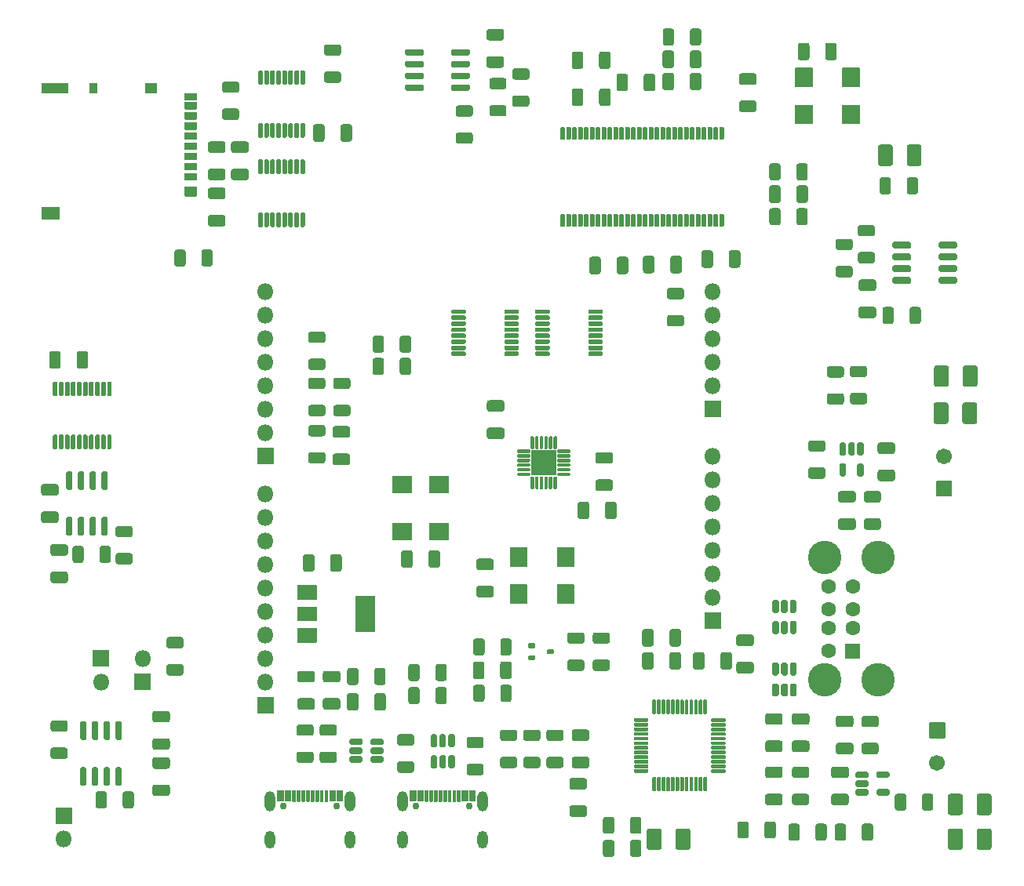
<source format=gts>
G04 #@! TF.GenerationSoftware,KiCad,Pcbnew,8.0.8+1*
G04 #@! TF.CreationDate,2025-04-26T20:07:53+00:00*
G04 #@! TF.ProjectId,mbed-ce-ci-shield-v2,6d626564-2d63-4652-9d63-692d73686965,0*
G04 #@! TF.SameCoordinates,Original*
G04 #@! TF.FileFunction,Soldermask,Top*
G04 #@! TF.FilePolarity,Negative*
%FSLAX46Y46*%
G04 Gerber Fmt 4.6, Leading zero omitted, Abs format (unit mm)*
G04 Created by KiCad (PCBNEW 8.0.8+1) date 2025-04-26 20:07:53*
%MOMM*%
%LPD*%
G01*
G04 APERTURE LIST*
%ADD10O,1.801600X1.801600*%
%ADD11C,1.701600*%
%ADD12C,0.751600*%
%ADD13O,1.101600X2.201600*%
%ADD14O,1.101600X1.901600*%
%ADD15C,1.601600*%
%ADD16C,3.601600*%
G04 APERTURE END LIST*
G36*
G01*
X131121287Y-31536859D02*
X132478713Y-31536859D01*
G75*
G02*
X132750800Y-31808946I0J-272087D01*
G01*
X132750800Y-32516372D01*
G75*
G02*
X132478713Y-32788459I-272087J0D01*
G01*
X131121287Y-32788459D01*
G75*
G02*
X130849200Y-32516372I0J272087D01*
G01*
X130849200Y-31808946D01*
G75*
G02*
X131121287Y-31536859I272087J0D01*
G01*
G37*
G36*
G01*
X131121287Y-34486859D02*
X132478713Y-34486859D01*
G75*
G02*
X132750800Y-34758946I0J-272087D01*
G01*
X132750800Y-35466372D01*
G75*
G02*
X132478713Y-35738459I-272087J0D01*
G01*
X131121287Y-35738459D01*
G75*
G02*
X130849200Y-35466372I0J272087D01*
G01*
X130849200Y-34758946D01*
G75*
G02*
X131121287Y-34486859I272087J0D01*
G01*
G37*
G36*
G01*
X117000800Y-33458946D02*
X117000800Y-34816372D01*
G75*
G02*
X116728713Y-35088459I-272087J0D01*
G01*
X116021287Y-35088459D01*
G75*
G02*
X115749200Y-34816372I0J272087D01*
G01*
X115749200Y-33458946D01*
G75*
G02*
X116021287Y-33186859I272087J0D01*
G01*
X116728713Y-33186859D01*
G75*
G02*
X117000800Y-33458946I0J-272087D01*
G01*
G37*
G36*
G01*
X114050800Y-33458946D02*
X114050800Y-34816372D01*
G75*
G02*
X113778713Y-35088459I-272087J0D01*
G01*
X113071287Y-35088459D01*
G75*
G02*
X112799200Y-34816372I0J272087D01*
G01*
X112799200Y-33458946D01*
G75*
G02*
X113071287Y-33186859I272087J0D01*
G01*
X113778713Y-33186859D01*
G75*
G02*
X114050800Y-33458946I0J-272087D01*
G01*
G37*
G36*
G01*
X120399200Y-93178713D02*
X120399200Y-91821287D01*
G75*
G02*
X120671287Y-91549200I272087J0D01*
G01*
X121378713Y-91549200D01*
G75*
G02*
X121650800Y-91821287I0J-272087D01*
G01*
X121650800Y-93178713D01*
G75*
G02*
X121378713Y-93450800I-272087J0D01*
G01*
X120671287Y-93450800D01*
G75*
G02*
X120399200Y-93178713I0J272087D01*
G01*
G37*
G36*
G01*
X123349200Y-93178713D02*
X123349200Y-91821287D01*
G75*
G02*
X123621287Y-91549200I272087J0D01*
G01*
X124328713Y-91549200D01*
G75*
G02*
X124600800Y-91821287I0J-272087D01*
G01*
X124600800Y-93178713D01*
G75*
G02*
X124328713Y-93450800I-272087J0D01*
G01*
X123621287Y-93450800D01*
G75*
G02*
X123349200Y-93178713I0J272087D01*
G01*
G37*
G36*
G01*
X128772500Y-37386859D02*
X129172500Y-37386859D01*
G75*
G02*
X129223300Y-37437659I0J-50800D01*
G01*
X129223300Y-38637659D01*
G75*
G02*
X129172500Y-38688459I-50800J0D01*
G01*
X128772500Y-38688459D01*
G75*
G02*
X128721700Y-38637659I0J50800D01*
G01*
X128721700Y-37437659D01*
G75*
G02*
X128772500Y-37386859I50800J0D01*
G01*
G37*
G36*
G01*
X128137500Y-37386859D02*
X128537500Y-37386859D01*
G75*
G02*
X128588300Y-37437659I0J-50800D01*
G01*
X128588300Y-38637659D01*
G75*
G02*
X128537500Y-38688459I-50800J0D01*
G01*
X128137500Y-38688459D01*
G75*
G02*
X128086700Y-38637659I0J50800D01*
G01*
X128086700Y-37437659D01*
G75*
G02*
X128137500Y-37386859I50800J0D01*
G01*
G37*
G36*
G01*
X127502500Y-37386859D02*
X127902500Y-37386859D01*
G75*
G02*
X127953300Y-37437659I0J-50800D01*
G01*
X127953300Y-38637659D01*
G75*
G02*
X127902500Y-38688459I-50800J0D01*
G01*
X127502500Y-38688459D01*
G75*
G02*
X127451700Y-38637659I0J50800D01*
G01*
X127451700Y-37437659D01*
G75*
G02*
X127502500Y-37386859I50800J0D01*
G01*
G37*
G36*
G01*
X126867500Y-37386859D02*
X127267500Y-37386859D01*
G75*
G02*
X127318300Y-37437659I0J-50800D01*
G01*
X127318300Y-38637659D01*
G75*
G02*
X127267500Y-38688459I-50800J0D01*
G01*
X126867500Y-38688459D01*
G75*
G02*
X126816700Y-38637659I0J50800D01*
G01*
X126816700Y-37437659D01*
G75*
G02*
X126867500Y-37386859I50800J0D01*
G01*
G37*
G36*
G01*
X126232500Y-37386859D02*
X126632500Y-37386859D01*
G75*
G02*
X126683300Y-37437659I0J-50800D01*
G01*
X126683300Y-38637659D01*
G75*
G02*
X126632500Y-38688459I-50800J0D01*
G01*
X126232500Y-38688459D01*
G75*
G02*
X126181700Y-38637659I0J50800D01*
G01*
X126181700Y-37437659D01*
G75*
G02*
X126232500Y-37386859I50800J0D01*
G01*
G37*
G36*
G01*
X125597500Y-37386859D02*
X125997500Y-37386859D01*
G75*
G02*
X126048300Y-37437659I0J-50800D01*
G01*
X126048300Y-38637659D01*
G75*
G02*
X125997500Y-38688459I-50800J0D01*
G01*
X125597500Y-38688459D01*
G75*
G02*
X125546700Y-38637659I0J50800D01*
G01*
X125546700Y-37437659D01*
G75*
G02*
X125597500Y-37386859I50800J0D01*
G01*
G37*
G36*
G01*
X124962500Y-37386859D02*
X125362500Y-37386859D01*
G75*
G02*
X125413300Y-37437659I0J-50800D01*
G01*
X125413300Y-38637659D01*
G75*
G02*
X125362500Y-38688459I-50800J0D01*
G01*
X124962500Y-38688459D01*
G75*
G02*
X124911700Y-38637659I0J50800D01*
G01*
X124911700Y-37437659D01*
G75*
G02*
X124962500Y-37386859I50800J0D01*
G01*
G37*
G36*
G01*
X124327500Y-37386859D02*
X124727500Y-37386859D01*
G75*
G02*
X124778300Y-37437659I0J-50800D01*
G01*
X124778300Y-38637659D01*
G75*
G02*
X124727500Y-38688459I-50800J0D01*
G01*
X124327500Y-38688459D01*
G75*
G02*
X124276700Y-38637659I0J50800D01*
G01*
X124276700Y-37437659D01*
G75*
G02*
X124327500Y-37386859I50800J0D01*
G01*
G37*
G36*
G01*
X123692500Y-37386859D02*
X124092500Y-37386859D01*
G75*
G02*
X124143300Y-37437659I0J-50800D01*
G01*
X124143300Y-38637659D01*
G75*
G02*
X124092500Y-38688459I-50800J0D01*
G01*
X123692500Y-38688459D01*
G75*
G02*
X123641700Y-38637659I0J50800D01*
G01*
X123641700Y-37437659D01*
G75*
G02*
X123692500Y-37386859I50800J0D01*
G01*
G37*
G36*
G01*
X123057500Y-37386859D02*
X123457500Y-37386859D01*
G75*
G02*
X123508300Y-37437659I0J-50800D01*
G01*
X123508300Y-38637659D01*
G75*
G02*
X123457500Y-38688459I-50800J0D01*
G01*
X123057500Y-38688459D01*
G75*
G02*
X123006700Y-38637659I0J50800D01*
G01*
X123006700Y-37437659D01*
G75*
G02*
X123057500Y-37386859I50800J0D01*
G01*
G37*
G36*
G01*
X122422500Y-37386859D02*
X122822500Y-37386859D01*
G75*
G02*
X122873300Y-37437659I0J-50800D01*
G01*
X122873300Y-38637659D01*
G75*
G02*
X122822500Y-38688459I-50800J0D01*
G01*
X122422500Y-38688459D01*
G75*
G02*
X122371700Y-38637659I0J50800D01*
G01*
X122371700Y-37437659D01*
G75*
G02*
X122422500Y-37386859I50800J0D01*
G01*
G37*
G36*
G01*
X121787500Y-37386859D02*
X122187500Y-37386859D01*
G75*
G02*
X122238300Y-37437659I0J-50800D01*
G01*
X122238300Y-38637659D01*
G75*
G02*
X122187500Y-38688459I-50800J0D01*
G01*
X121787500Y-38688459D01*
G75*
G02*
X121736700Y-38637659I0J50800D01*
G01*
X121736700Y-37437659D01*
G75*
G02*
X121787500Y-37386859I50800J0D01*
G01*
G37*
G36*
G01*
X121152500Y-37386859D02*
X121552500Y-37386859D01*
G75*
G02*
X121603300Y-37437659I0J-50800D01*
G01*
X121603300Y-38637659D01*
G75*
G02*
X121552500Y-38688459I-50800J0D01*
G01*
X121152500Y-38688459D01*
G75*
G02*
X121101700Y-38637659I0J50800D01*
G01*
X121101700Y-37437659D01*
G75*
G02*
X121152500Y-37386859I50800J0D01*
G01*
G37*
G36*
G01*
X120517500Y-37386859D02*
X120917500Y-37386859D01*
G75*
G02*
X120968300Y-37437659I0J-50800D01*
G01*
X120968300Y-38637659D01*
G75*
G02*
X120917500Y-38688459I-50800J0D01*
G01*
X120517500Y-38688459D01*
G75*
G02*
X120466700Y-38637659I0J50800D01*
G01*
X120466700Y-37437659D01*
G75*
G02*
X120517500Y-37386859I50800J0D01*
G01*
G37*
G36*
G01*
X119882500Y-37386859D02*
X120282500Y-37386859D01*
G75*
G02*
X120333300Y-37437659I0J-50800D01*
G01*
X120333300Y-38637659D01*
G75*
G02*
X120282500Y-38688459I-50800J0D01*
G01*
X119882500Y-38688459D01*
G75*
G02*
X119831700Y-38637659I0J50800D01*
G01*
X119831700Y-37437659D01*
G75*
G02*
X119882500Y-37386859I50800J0D01*
G01*
G37*
G36*
G01*
X119247500Y-37386859D02*
X119647500Y-37386859D01*
G75*
G02*
X119698300Y-37437659I0J-50800D01*
G01*
X119698300Y-38637659D01*
G75*
G02*
X119647500Y-38688459I-50800J0D01*
G01*
X119247500Y-38688459D01*
G75*
G02*
X119196700Y-38637659I0J50800D01*
G01*
X119196700Y-37437659D01*
G75*
G02*
X119247500Y-37386859I50800J0D01*
G01*
G37*
G36*
G01*
X118612500Y-37386859D02*
X119012500Y-37386859D01*
G75*
G02*
X119063300Y-37437659I0J-50800D01*
G01*
X119063300Y-38637659D01*
G75*
G02*
X119012500Y-38688459I-50800J0D01*
G01*
X118612500Y-38688459D01*
G75*
G02*
X118561700Y-38637659I0J50800D01*
G01*
X118561700Y-37437659D01*
G75*
G02*
X118612500Y-37386859I50800J0D01*
G01*
G37*
G36*
G01*
X117977500Y-37386859D02*
X118377500Y-37386859D01*
G75*
G02*
X118428300Y-37437659I0J-50800D01*
G01*
X118428300Y-38637659D01*
G75*
G02*
X118377500Y-38688459I-50800J0D01*
G01*
X117977500Y-38688459D01*
G75*
G02*
X117926700Y-38637659I0J50800D01*
G01*
X117926700Y-37437659D01*
G75*
G02*
X117977500Y-37386859I50800J0D01*
G01*
G37*
G36*
G01*
X117342500Y-37386859D02*
X117742500Y-37386859D01*
G75*
G02*
X117793300Y-37437659I0J-50800D01*
G01*
X117793300Y-38637659D01*
G75*
G02*
X117742500Y-38688459I-50800J0D01*
G01*
X117342500Y-38688459D01*
G75*
G02*
X117291700Y-38637659I0J50800D01*
G01*
X117291700Y-37437659D01*
G75*
G02*
X117342500Y-37386859I50800J0D01*
G01*
G37*
G36*
G01*
X116707500Y-37386859D02*
X117107500Y-37386859D01*
G75*
G02*
X117158300Y-37437659I0J-50800D01*
G01*
X117158300Y-38637659D01*
G75*
G02*
X117107500Y-38688459I-50800J0D01*
G01*
X116707500Y-38688459D01*
G75*
G02*
X116656700Y-38637659I0J50800D01*
G01*
X116656700Y-37437659D01*
G75*
G02*
X116707500Y-37386859I50800J0D01*
G01*
G37*
G36*
G01*
X116072500Y-37386859D02*
X116472500Y-37386859D01*
G75*
G02*
X116523300Y-37437659I0J-50800D01*
G01*
X116523300Y-38637659D01*
G75*
G02*
X116472500Y-38688459I-50800J0D01*
G01*
X116072500Y-38688459D01*
G75*
G02*
X116021700Y-38637659I0J50800D01*
G01*
X116021700Y-37437659D01*
G75*
G02*
X116072500Y-37386859I50800J0D01*
G01*
G37*
G36*
G01*
X115437500Y-37386859D02*
X115837500Y-37386859D01*
G75*
G02*
X115888300Y-37437659I0J-50800D01*
G01*
X115888300Y-38637659D01*
G75*
G02*
X115837500Y-38688459I-50800J0D01*
G01*
X115437500Y-38688459D01*
G75*
G02*
X115386700Y-38637659I0J50800D01*
G01*
X115386700Y-37437659D01*
G75*
G02*
X115437500Y-37386859I50800J0D01*
G01*
G37*
G36*
G01*
X114802500Y-37386859D02*
X115202500Y-37386859D01*
G75*
G02*
X115253300Y-37437659I0J-50800D01*
G01*
X115253300Y-38637659D01*
G75*
G02*
X115202500Y-38688459I-50800J0D01*
G01*
X114802500Y-38688459D01*
G75*
G02*
X114751700Y-38637659I0J50800D01*
G01*
X114751700Y-37437659D01*
G75*
G02*
X114802500Y-37386859I50800J0D01*
G01*
G37*
G36*
G01*
X114167500Y-37386859D02*
X114567500Y-37386859D01*
G75*
G02*
X114618300Y-37437659I0J-50800D01*
G01*
X114618300Y-38637659D01*
G75*
G02*
X114567500Y-38688459I-50800J0D01*
G01*
X114167500Y-38688459D01*
G75*
G02*
X114116700Y-38637659I0J50800D01*
G01*
X114116700Y-37437659D01*
G75*
G02*
X114167500Y-37386859I50800J0D01*
G01*
G37*
G36*
G01*
X113532500Y-37386859D02*
X113932500Y-37386859D01*
G75*
G02*
X113983300Y-37437659I0J-50800D01*
G01*
X113983300Y-38637659D01*
G75*
G02*
X113932500Y-38688459I-50800J0D01*
G01*
X113532500Y-38688459D01*
G75*
G02*
X113481700Y-38637659I0J50800D01*
G01*
X113481700Y-37437659D01*
G75*
G02*
X113532500Y-37386859I50800J0D01*
G01*
G37*
G36*
G01*
X112897500Y-37386859D02*
X113297500Y-37386859D01*
G75*
G02*
X113348300Y-37437659I0J-50800D01*
G01*
X113348300Y-38637659D01*
G75*
G02*
X113297500Y-38688459I-50800J0D01*
G01*
X112897500Y-38688459D01*
G75*
G02*
X112846700Y-38637659I0J50800D01*
G01*
X112846700Y-37437659D01*
G75*
G02*
X112897500Y-37386859I50800J0D01*
G01*
G37*
G36*
G01*
X112262500Y-37386859D02*
X112662500Y-37386859D01*
G75*
G02*
X112713300Y-37437659I0J-50800D01*
G01*
X112713300Y-38637659D01*
G75*
G02*
X112662500Y-38688459I-50800J0D01*
G01*
X112262500Y-38688459D01*
G75*
G02*
X112211700Y-38637659I0J50800D01*
G01*
X112211700Y-37437659D01*
G75*
G02*
X112262500Y-37386859I50800J0D01*
G01*
G37*
G36*
G01*
X111627500Y-37386859D02*
X112027500Y-37386859D01*
G75*
G02*
X112078300Y-37437659I0J-50800D01*
G01*
X112078300Y-38637659D01*
G75*
G02*
X112027500Y-38688459I-50800J0D01*
G01*
X111627500Y-38688459D01*
G75*
G02*
X111576700Y-38637659I0J50800D01*
G01*
X111576700Y-37437659D01*
G75*
G02*
X111627500Y-37386859I50800J0D01*
G01*
G37*
G36*
G01*
X111627500Y-46786859D02*
X112027500Y-46786859D01*
G75*
G02*
X112078300Y-46837659I0J-50800D01*
G01*
X112078300Y-48037659D01*
G75*
G02*
X112027500Y-48088459I-50800J0D01*
G01*
X111627500Y-48088459D01*
G75*
G02*
X111576700Y-48037659I0J50800D01*
G01*
X111576700Y-46837659D01*
G75*
G02*
X111627500Y-46786859I50800J0D01*
G01*
G37*
G36*
G01*
X112262500Y-46786859D02*
X112662500Y-46786859D01*
G75*
G02*
X112713300Y-46837659I0J-50800D01*
G01*
X112713300Y-48037659D01*
G75*
G02*
X112662500Y-48088459I-50800J0D01*
G01*
X112262500Y-48088459D01*
G75*
G02*
X112211700Y-48037659I0J50800D01*
G01*
X112211700Y-46837659D01*
G75*
G02*
X112262500Y-46786859I50800J0D01*
G01*
G37*
G36*
G01*
X112897500Y-46786859D02*
X113297500Y-46786859D01*
G75*
G02*
X113348300Y-46837659I0J-50800D01*
G01*
X113348300Y-48037659D01*
G75*
G02*
X113297500Y-48088459I-50800J0D01*
G01*
X112897500Y-48088459D01*
G75*
G02*
X112846700Y-48037659I0J50800D01*
G01*
X112846700Y-46837659D01*
G75*
G02*
X112897500Y-46786859I50800J0D01*
G01*
G37*
G36*
G01*
X113532500Y-46786859D02*
X113932500Y-46786859D01*
G75*
G02*
X113983300Y-46837659I0J-50800D01*
G01*
X113983300Y-48037659D01*
G75*
G02*
X113932500Y-48088459I-50800J0D01*
G01*
X113532500Y-48088459D01*
G75*
G02*
X113481700Y-48037659I0J50800D01*
G01*
X113481700Y-46837659D01*
G75*
G02*
X113532500Y-46786859I50800J0D01*
G01*
G37*
G36*
G01*
X114167500Y-46786859D02*
X114567500Y-46786859D01*
G75*
G02*
X114618300Y-46837659I0J-50800D01*
G01*
X114618300Y-48037659D01*
G75*
G02*
X114567500Y-48088459I-50800J0D01*
G01*
X114167500Y-48088459D01*
G75*
G02*
X114116700Y-48037659I0J50800D01*
G01*
X114116700Y-46837659D01*
G75*
G02*
X114167500Y-46786859I50800J0D01*
G01*
G37*
G36*
G01*
X114802500Y-46786859D02*
X115202500Y-46786859D01*
G75*
G02*
X115253300Y-46837659I0J-50800D01*
G01*
X115253300Y-48037659D01*
G75*
G02*
X115202500Y-48088459I-50800J0D01*
G01*
X114802500Y-48088459D01*
G75*
G02*
X114751700Y-48037659I0J50800D01*
G01*
X114751700Y-46837659D01*
G75*
G02*
X114802500Y-46786859I50800J0D01*
G01*
G37*
G36*
G01*
X115437500Y-46786859D02*
X115837500Y-46786859D01*
G75*
G02*
X115888300Y-46837659I0J-50800D01*
G01*
X115888300Y-48037659D01*
G75*
G02*
X115837500Y-48088459I-50800J0D01*
G01*
X115437500Y-48088459D01*
G75*
G02*
X115386700Y-48037659I0J50800D01*
G01*
X115386700Y-46837659D01*
G75*
G02*
X115437500Y-46786859I50800J0D01*
G01*
G37*
G36*
G01*
X116072500Y-46786859D02*
X116472500Y-46786859D01*
G75*
G02*
X116523300Y-46837659I0J-50800D01*
G01*
X116523300Y-48037659D01*
G75*
G02*
X116472500Y-48088459I-50800J0D01*
G01*
X116072500Y-48088459D01*
G75*
G02*
X116021700Y-48037659I0J50800D01*
G01*
X116021700Y-46837659D01*
G75*
G02*
X116072500Y-46786859I50800J0D01*
G01*
G37*
G36*
G01*
X116707500Y-46786859D02*
X117107500Y-46786859D01*
G75*
G02*
X117158300Y-46837659I0J-50800D01*
G01*
X117158300Y-48037659D01*
G75*
G02*
X117107500Y-48088459I-50800J0D01*
G01*
X116707500Y-48088459D01*
G75*
G02*
X116656700Y-48037659I0J50800D01*
G01*
X116656700Y-46837659D01*
G75*
G02*
X116707500Y-46786859I50800J0D01*
G01*
G37*
G36*
G01*
X117342500Y-46786859D02*
X117742500Y-46786859D01*
G75*
G02*
X117793300Y-46837659I0J-50800D01*
G01*
X117793300Y-48037659D01*
G75*
G02*
X117742500Y-48088459I-50800J0D01*
G01*
X117342500Y-48088459D01*
G75*
G02*
X117291700Y-48037659I0J50800D01*
G01*
X117291700Y-46837659D01*
G75*
G02*
X117342500Y-46786859I50800J0D01*
G01*
G37*
G36*
G01*
X117977500Y-46786859D02*
X118377500Y-46786859D01*
G75*
G02*
X118428300Y-46837659I0J-50800D01*
G01*
X118428300Y-48037659D01*
G75*
G02*
X118377500Y-48088459I-50800J0D01*
G01*
X117977500Y-48088459D01*
G75*
G02*
X117926700Y-48037659I0J50800D01*
G01*
X117926700Y-46837659D01*
G75*
G02*
X117977500Y-46786859I50800J0D01*
G01*
G37*
G36*
G01*
X118612500Y-46786859D02*
X119012500Y-46786859D01*
G75*
G02*
X119063300Y-46837659I0J-50800D01*
G01*
X119063300Y-48037659D01*
G75*
G02*
X119012500Y-48088459I-50800J0D01*
G01*
X118612500Y-48088459D01*
G75*
G02*
X118561700Y-48037659I0J50800D01*
G01*
X118561700Y-46837659D01*
G75*
G02*
X118612500Y-46786859I50800J0D01*
G01*
G37*
G36*
G01*
X119247500Y-46786859D02*
X119647500Y-46786859D01*
G75*
G02*
X119698300Y-46837659I0J-50800D01*
G01*
X119698300Y-48037659D01*
G75*
G02*
X119647500Y-48088459I-50800J0D01*
G01*
X119247500Y-48088459D01*
G75*
G02*
X119196700Y-48037659I0J50800D01*
G01*
X119196700Y-46837659D01*
G75*
G02*
X119247500Y-46786859I50800J0D01*
G01*
G37*
G36*
G01*
X119882500Y-46786859D02*
X120282500Y-46786859D01*
G75*
G02*
X120333300Y-46837659I0J-50800D01*
G01*
X120333300Y-48037659D01*
G75*
G02*
X120282500Y-48088459I-50800J0D01*
G01*
X119882500Y-48088459D01*
G75*
G02*
X119831700Y-48037659I0J50800D01*
G01*
X119831700Y-46837659D01*
G75*
G02*
X119882500Y-46786859I50800J0D01*
G01*
G37*
G36*
G01*
X120517500Y-46786859D02*
X120917500Y-46786859D01*
G75*
G02*
X120968300Y-46837659I0J-50800D01*
G01*
X120968300Y-48037659D01*
G75*
G02*
X120917500Y-48088459I-50800J0D01*
G01*
X120517500Y-48088459D01*
G75*
G02*
X120466700Y-48037659I0J50800D01*
G01*
X120466700Y-46837659D01*
G75*
G02*
X120517500Y-46786859I50800J0D01*
G01*
G37*
G36*
G01*
X121152500Y-46786859D02*
X121552500Y-46786859D01*
G75*
G02*
X121603300Y-46837659I0J-50800D01*
G01*
X121603300Y-48037659D01*
G75*
G02*
X121552500Y-48088459I-50800J0D01*
G01*
X121152500Y-48088459D01*
G75*
G02*
X121101700Y-48037659I0J50800D01*
G01*
X121101700Y-46837659D01*
G75*
G02*
X121152500Y-46786859I50800J0D01*
G01*
G37*
G36*
G01*
X121787500Y-46786859D02*
X122187500Y-46786859D01*
G75*
G02*
X122238300Y-46837659I0J-50800D01*
G01*
X122238300Y-48037659D01*
G75*
G02*
X122187500Y-48088459I-50800J0D01*
G01*
X121787500Y-48088459D01*
G75*
G02*
X121736700Y-48037659I0J50800D01*
G01*
X121736700Y-46837659D01*
G75*
G02*
X121787500Y-46786859I50800J0D01*
G01*
G37*
G36*
G01*
X122422500Y-46786859D02*
X122822500Y-46786859D01*
G75*
G02*
X122873300Y-46837659I0J-50800D01*
G01*
X122873300Y-48037659D01*
G75*
G02*
X122822500Y-48088459I-50800J0D01*
G01*
X122422500Y-48088459D01*
G75*
G02*
X122371700Y-48037659I0J50800D01*
G01*
X122371700Y-46837659D01*
G75*
G02*
X122422500Y-46786859I50800J0D01*
G01*
G37*
G36*
G01*
X123057500Y-46786859D02*
X123457500Y-46786859D01*
G75*
G02*
X123508300Y-46837659I0J-50800D01*
G01*
X123508300Y-48037659D01*
G75*
G02*
X123457500Y-48088459I-50800J0D01*
G01*
X123057500Y-48088459D01*
G75*
G02*
X123006700Y-48037659I0J50800D01*
G01*
X123006700Y-46837659D01*
G75*
G02*
X123057500Y-46786859I50800J0D01*
G01*
G37*
G36*
G01*
X123692500Y-46786859D02*
X124092500Y-46786859D01*
G75*
G02*
X124143300Y-46837659I0J-50800D01*
G01*
X124143300Y-48037659D01*
G75*
G02*
X124092500Y-48088459I-50800J0D01*
G01*
X123692500Y-48088459D01*
G75*
G02*
X123641700Y-48037659I0J50800D01*
G01*
X123641700Y-46837659D01*
G75*
G02*
X123692500Y-46786859I50800J0D01*
G01*
G37*
G36*
G01*
X124327500Y-46786859D02*
X124727500Y-46786859D01*
G75*
G02*
X124778300Y-46837659I0J-50800D01*
G01*
X124778300Y-48037659D01*
G75*
G02*
X124727500Y-48088459I-50800J0D01*
G01*
X124327500Y-48088459D01*
G75*
G02*
X124276700Y-48037659I0J50800D01*
G01*
X124276700Y-46837659D01*
G75*
G02*
X124327500Y-46786859I50800J0D01*
G01*
G37*
G36*
G01*
X124962500Y-46786859D02*
X125362500Y-46786859D01*
G75*
G02*
X125413300Y-46837659I0J-50800D01*
G01*
X125413300Y-48037659D01*
G75*
G02*
X125362500Y-48088459I-50800J0D01*
G01*
X124962500Y-48088459D01*
G75*
G02*
X124911700Y-48037659I0J50800D01*
G01*
X124911700Y-46837659D01*
G75*
G02*
X124962500Y-46786859I50800J0D01*
G01*
G37*
G36*
G01*
X125597500Y-46786859D02*
X125997500Y-46786859D01*
G75*
G02*
X126048300Y-46837659I0J-50800D01*
G01*
X126048300Y-48037659D01*
G75*
G02*
X125997500Y-48088459I-50800J0D01*
G01*
X125597500Y-48088459D01*
G75*
G02*
X125546700Y-48037659I0J50800D01*
G01*
X125546700Y-46837659D01*
G75*
G02*
X125597500Y-46786859I50800J0D01*
G01*
G37*
G36*
G01*
X126232500Y-46786859D02*
X126632500Y-46786859D01*
G75*
G02*
X126683300Y-46837659I0J-50800D01*
G01*
X126683300Y-48037659D01*
G75*
G02*
X126632500Y-48088459I-50800J0D01*
G01*
X126232500Y-48088459D01*
G75*
G02*
X126181700Y-48037659I0J50800D01*
G01*
X126181700Y-46837659D01*
G75*
G02*
X126232500Y-46786859I50800J0D01*
G01*
G37*
G36*
G01*
X126867500Y-46786859D02*
X127267500Y-46786859D01*
G75*
G02*
X127318300Y-46837659I0J-50800D01*
G01*
X127318300Y-48037659D01*
G75*
G02*
X127267500Y-48088459I-50800J0D01*
G01*
X126867500Y-48088459D01*
G75*
G02*
X126816700Y-48037659I0J50800D01*
G01*
X126816700Y-46837659D01*
G75*
G02*
X126867500Y-46786859I50800J0D01*
G01*
G37*
G36*
G01*
X127502500Y-46786859D02*
X127902500Y-46786859D01*
G75*
G02*
X127953300Y-46837659I0J-50800D01*
G01*
X127953300Y-48037659D01*
G75*
G02*
X127902500Y-48088459I-50800J0D01*
G01*
X127502500Y-48088459D01*
G75*
G02*
X127451700Y-48037659I0J50800D01*
G01*
X127451700Y-46837659D01*
G75*
G02*
X127502500Y-46786859I50800J0D01*
G01*
G37*
G36*
G01*
X128137500Y-46786859D02*
X128537500Y-46786859D01*
G75*
G02*
X128588300Y-46837659I0J-50800D01*
G01*
X128588300Y-48037659D01*
G75*
G02*
X128537500Y-48088459I-50800J0D01*
G01*
X128137500Y-48088459D01*
G75*
G02*
X128086700Y-48037659I0J50800D01*
G01*
X128086700Y-46837659D01*
G75*
G02*
X128137500Y-46786859I50800J0D01*
G01*
G37*
G36*
G01*
X128772500Y-46786859D02*
X129172500Y-46786859D01*
G75*
G02*
X129223300Y-46837659I0J-50800D01*
G01*
X129223300Y-48037659D01*
G75*
G02*
X129172500Y-48088459I-50800J0D01*
G01*
X128772500Y-48088459D01*
G75*
G02*
X128721700Y-48037659I0J50800D01*
G01*
X128721700Y-46837659D01*
G75*
G02*
X128772500Y-46786859I50800J0D01*
G01*
G37*
G36*
G01*
X120399200Y-95678713D02*
X120399200Y-94321287D01*
G75*
G02*
X120671287Y-94049200I272087J0D01*
G01*
X121378713Y-94049200D01*
G75*
G02*
X121650800Y-94321287I0J-272087D01*
G01*
X121650800Y-95678713D01*
G75*
G02*
X121378713Y-95950800I-272087J0D01*
G01*
X120671287Y-95950800D01*
G75*
G02*
X120399200Y-95678713I0J272087D01*
G01*
G37*
G36*
G01*
X123349200Y-95678713D02*
X123349200Y-94321287D01*
G75*
G02*
X123621287Y-94049200I272087J0D01*
G01*
X124328713Y-94049200D01*
G75*
G02*
X124600800Y-94321287I0J-272087D01*
G01*
X124600800Y-95678713D01*
G75*
G02*
X124328713Y-95950800I-272087J0D01*
G01*
X123621287Y-95950800D01*
G75*
G02*
X123349200Y-95678713I0J272087D01*
G01*
G37*
G36*
G01*
X77678713Y-43100800D02*
X76321287Y-43100800D01*
G75*
G02*
X76049200Y-42828713I0J272087D01*
G01*
X76049200Y-42121287D01*
G75*
G02*
X76321287Y-41849200I272087J0D01*
G01*
X77678713Y-41849200D01*
G75*
G02*
X77950800Y-42121287I0J-272087D01*
G01*
X77950800Y-42828713D01*
G75*
G02*
X77678713Y-43100800I-272087J0D01*
G01*
G37*
G36*
G01*
X77678713Y-40150800D02*
X76321287Y-40150800D01*
G75*
G02*
X76049200Y-39878713I0J272087D01*
G01*
X76049200Y-39171287D01*
G75*
G02*
X76321287Y-38899200I272087J0D01*
G01*
X77678713Y-38899200D01*
G75*
G02*
X77950800Y-39171287I0J-272087D01*
G01*
X77950800Y-39878713D01*
G75*
G02*
X77678713Y-40150800I-272087J0D01*
G01*
G37*
G36*
G01*
X144596778Y-76674200D02*
X145903222Y-76674200D01*
G75*
G02*
X146175800Y-76946778I0J-272578D01*
G01*
X146175800Y-77628222D01*
G75*
G02*
X145903222Y-77900800I-272578J0D01*
G01*
X144596778Y-77900800D01*
G75*
G02*
X144324200Y-77628222I0J272578D01*
G01*
X144324200Y-76946778D01*
G75*
G02*
X144596778Y-76674200I272578J0D01*
G01*
G37*
G36*
G01*
X144596778Y-79599200D02*
X145903222Y-79599200D01*
G75*
G02*
X146175800Y-79871778I0J-272578D01*
G01*
X146175800Y-80553222D01*
G75*
G02*
X145903222Y-80825800I-272578J0D01*
G01*
X144596778Y-80825800D01*
G75*
G02*
X144324200Y-80553222I0J272578D01*
G01*
X144324200Y-79871778D01*
G75*
G02*
X144596778Y-79599200I272578J0D01*
G01*
G37*
G36*
G01*
X138275800Y-41546778D02*
X138275800Y-42853222D01*
G75*
G02*
X138003222Y-43125800I-272578J0D01*
G01*
X137321778Y-43125800D01*
G75*
G02*
X137049200Y-42853222I0J272578D01*
G01*
X137049200Y-41546778D01*
G75*
G02*
X137321778Y-41274200I272578J0D01*
G01*
X138003222Y-41274200D01*
G75*
G02*
X138275800Y-41546778I0J-272578D01*
G01*
G37*
G36*
G01*
X135350800Y-41546778D02*
X135350800Y-42853222D01*
G75*
G02*
X135078222Y-43125800I-272578J0D01*
G01*
X134396778Y-43125800D01*
G75*
G02*
X134124200Y-42853222I0J272578D01*
G01*
X134124200Y-41546778D01*
G75*
G02*
X134396778Y-41274200I272578J0D01*
G01*
X135078222Y-41274200D01*
G75*
G02*
X135350800Y-41546778I0J-272578D01*
G01*
G37*
G36*
G01*
X143178713Y-80850800D02*
X141821287Y-80850800D01*
G75*
G02*
X141549200Y-80578713I0J272087D01*
G01*
X141549200Y-79871287D01*
G75*
G02*
X141821287Y-79599200I272087J0D01*
G01*
X143178713Y-79599200D01*
G75*
G02*
X143450800Y-79871287I0J-272087D01*
G01*
X143450800Y-80578713D01*
G75*
G02*
X143178713Y-80850800I-272087J0D01*
G01*
G37*
G36*
G01*
X143178713Y-77900800D02*
X141821287Y-77900800D01*
G75*
G02*
X141549200Y-77628713I0J272087D01*
G01*
X141549200Y-76921287D01*
G75*
G02*
X141821287Y-76649200I272087J0D01*
G01*
X143178713Y-76649200D01*
G75*
G02*
X143450800Y-76921287I0J-272087D01*
G01*
X143450800Y-77628713D01*
G75*
G02*
X143178713Y-77900800I-272087J0D01*
G01*
G37*
G36*
G01*
X145653222Y-105075800D02*
X144346778Y-105075800D01*
G75*
G02*
X144074200Y-104803222I0J272578D01*
G01*
X144074200Y-104121778D01*
G75*
G02*
X144346778Y-103849200I272578J0D01*
G01*
X145653222Y-103849200D01*
G75*
G02*
X145925800Y-104121778I0J-272578D01*
G01*
X145925800Y-104803222D01*
G75*
G02*
X145653222Y-105075800I-272578J0D01*
G01*
G37*
G36*
G01*
X145653222Y-102150800D02*
X144346778Y-102150800D01*
G75*
G02*
X144074200Y-101878222I0J272578D01*
G01*
X144074200Y-101196778D01*
G75*
G02*
X144346778Y-100924200I272578J0D01*
G01*
X145653222Y-100924200D01*
G75*
G02*
X145925800Y-101196778I0J-272578D01*
G01*
X145925800Y-101878222D01*
G75*
G02*
X145653222Y-102150800I-272578J0D01*
G01*
G37*
G36*
G01*
X67821287Y-105399200D02*
X69178713Y-105399200D01*
G75*
G02*
X69450800Y-105671287I0J-272087D01*
G01*
X69450800Y-106378713D01*
G75*
G02*
X69178713Y-106650800I-272087J0D01*
G01*
X67821287Y-106650800D01*
G75*
G02*
X67549200Y-106378713I0J272087D01*
G01*
X67549200Y-105671287D01*
G75*
G02*
X67821287Y-105399200I272087J0D01*
G01*
G37*
G36*
G01*
X67821287Y-108349200D02*
X69178713Y-108349200D01*
G75*
G02*
X69450800Y-108621287I0J-272087D01*
G01*
X69450800Y-109328713D01*
G75*
G02*
X69178713Y-109600800I-272087J0D01*
G01*
X67821287Y-109600800D01*
G75*
G02*
X67549200Y-109328713I0J272087D01*
G01*
X67549200Y-108621287D01*
G75*
G02*
X67821287Y-108349200I272087J0D01*
G01*
G37*
G36*
G01*
X113071287Y-102399200D02*
X114428713Y-102399200D01*
G75*
G02*
X114700800Y-102671287I0J-272087D01*
G01*
X114700800Y-103378713D01*
G75*
G02*
X114428713Y-103650800I-272087J0D01*
G01*
X113071287Y-103650800D01*
G75*
G02*
X112799200Y-103378713I0J272087D01*
G01*
X112799200Y-102671287D01*
G75*
G02*
X113071287Y-102399200I272087J0D01*
G01*
G37*
G36*
G01*
X113071287Y-105349200D02*
X114428713Y-105349200D01*
G75*
G02*
X114700800Y-105621287I0J-272087D01*
G01*
X114700800Y-106328713D01*
G75*
G02*
X114428713Y-106600800I-272087J0D01*
G01*
X113071287Y-106600800D01*
G75*
G02*
X112799200Y-106328713I0J272087D01*
G01*
X112799200Y-105621287D01*
G75*
G02*
X113071287Y-105349200I272087J0D01*
G01*
G37*
G36*
G01*
X103871287Y-26759200D02*
X105228713Y-26759200D01*
G75*
G02*
X105500800Y-27031287I0J-272087D01*
G01*
X105500800Y-27738713D01*
G75*
G02*
X105228713Y-28010800I-272087J0D01*
G01*
X103871287Y-28010800D01*
G75*
G02*
X103599200Y-27738713I0J272087D01*
G01*
X103599200Y-27031287D01*
G75*
G02*
X103871287Y-26759200I272087J0D01*
G01*
G37*
G36*
G01*
X103871287Y-29709200D02*
X105228713Y-29709200D01*
G75*
G02*
X105500800Y-29981287I0J-272087D01*
G01*
X105500800Y-30688713D01*
G75*
G02*
X105228713Y-30960800I-272087J0D01*
G01*
X103871287Y-30960800D01*
G75*
G02*
X103599200Y-30688713I0J272087D01*
G01*
X103599200Y-29981287D01*
G75*
G02*
X103871287Y-29709200I272087J0D01*
G01*
G37*
G36*
G01*
X95475800Y-60146778D02*
X95475800Y-61453222D01*
G75*
G02*
X95203222Y-61725800I-272578J0D01*
G01*
X94521778Y-61725800D01*
G75*
G02*
X94249200Y-61453222I0J272578D01*
G01*
X94249200Y-60146778D01*
G75*
G02*
X94521778Y-59874200I272578J0D01*
G01*
X95203222Y-59874200D01*
G75*
G02*
X95475800Y-60146778I0J-272578D01*
G01*
G37*
G36*
G01*
X92550800Y-60146778D02*
X92550800Y-61453222D01*
G75*
G02*
X92278222Y-61725800I-272578J0D01*
G01*
X91596778Y-61725800D01*
G75*
G02*
X91324200Y-61453222I0J272578D01*
G01*
X91324200Y-60146778D01*
G75*
G02*
X91596778Y-59874200I272578J0D01*
G01*
X92278222Y-59874200D01*
G75*
G02*
X92550800Y-60146778I0J-272578D01*
G01*
G37*
G36*
G01*
X58178713Y-86600800D02*
X56821287Y-86600800D01*
G75*
G02*
X56549200Y-86328713I0J272087D01*
G01*
X56549200Y-85621287D01*
G75*
G02*
X56821287Y-85349200I272087J0D01*
G01*
X58178713Y-85349200D01*
G75*
G02*
X58450800Y-85621287I0J-272087D01*
G01*
X58450800Y-86328713D01*
G75*
G02*
X58178713Y-86600800I-272087J0D01*
G01*
G37*
G36*
G01*
X58178713Y-83650800D02*
X56821287Y-83650800D01*
G75*
G02*
X56549200Y-83378713I0J272087D01*
G01*
X56549200Y-82671287D01*
G75*
G02*
X56821287Y-82399200I272087J0D01*
G01*
X58178713Y-82399200D01*
G75*
G02*
X58450800Y-82671287I0J-272087D01*
G01*
X58450800Y-83378713D01*
G75*
G02*
X58178713Y-83650800I-272087J0D01*
G01*
G37*
G36*
G01*
X105278713Y-71050800D02*
X103921287Y-71050800D01*
G75*
G02*
X103649200Y-70778713I0J272087D01*
G01*
X103649200Y-70071287D01*
G75*
G02*
X103921287Y-69799200I272087J0D01*
G01*
X105278713Y-69799200D01*
G75*
G02*
X105550800Y-70071287I0J-272087D01*
G01*
X105550800Y-70778713D01*
G75*
G02*
X105278713Y-71050800I-272087J0D01*
G01*
G37*
G36*
G01*
X105278713Y-68100800D02*
X103921287Y-68100800D01*
G75*
G02*
X103649200Y-67828713I0J272087D01*
G01*
X103649200Y-67121287D01*
G75*
G02*
X103921287Y-66849200I272087J0D01*
G01*
X105278713Y-66849200D01*
G75*
G02*
X105550800Y-67121287I0J-272087D01*
G01*
X105550800Y-67828713D01*
G75*
G02*
X105278713Y-68100800I-272087J0D01*
G01*
G37*
G36*
G01*
X80650800Y-72020000D02*
X80650800Y-73720000D01*
G75*
G02*
X80600000Y-73770800I-50800J0D01*
G01*
X78900000Y-73770800D01*
G75*
G02*
X78849200Y-73720000I0J50800D01*
G01*
X78849200Y-72020000D01*
G75*
G02*
X78900000Y-71969200I50800J0D01*
G01*
X80600000Y-71969200D01*
G75*
G02*
X80650800Y-72020000I0J-50800D01*
G01*
G37*
D10*
X79750000Y-70330000D03*
X79750000Y-67790000D03*
X79750000Y-65250000D03*
X79750000Y-62710000D03*
X79750000Y-60170000D03*
X79750000Y-57630000D03*
X79750000Y-55090000D03*
G36*
G01*
X153800000Y-77253451D02*
X152200000Y-77253451D01*
G75*
G02*
X152149200Y-77202651I0J50800D01*
G01*
X152149200Y-75602651D01*
G75*
G02*
X152200000Y-75551851I50800J0D01*
G01*
X153800000Y-75551851D01*
G75*
G02*
X153850800Y-75602651I0J-50800D01*
G01*
X153850800Y-77202651D01*
G75*
G02*
X153800000Y-77253451I-50800J0D01*
G01*
G37*
D11*
X153000000Y-72902651D03*
G36*
G01*
X84828713Y-100275800D02*
X83471287Y-100275800D01*
G75*
G02*
X83199200Y-100003713I0J272087D01*
G01*
X83199200Y-99296287D01*
G75*
G02*
X83471287Y-99024200I272087J0D01*
G01*
X84828713Y-99024200D01*
G75*
G02*
X85100800Y-99296287I0J-272087D01*
G01*
X85100800Y-100003713D01*
G75*
G02*
X84828713Y-100275800I-272087J0D01*
G01*
G37*
G36*
G01*
X84828713Y-97325800D02*
X83471287Y-97325800D01*
G75*
G02*
X83199200Y-97053713I0J272087D01*
G01*
X83199200Y-96346287D01*
G75*
G02*
X83471287Y-96074200I272087J0D01*
G01*
X84828713Y-96074200D01*
G75*
G02*
X85100800Y-96346287I0J-272087D01*
G01*
X85100800Y-97053713D01*
G75*
G02*
X84828713Y-97325800I-272087J0D01*
G01*
G37*
G36*
G01*
X107100800Y-61712100D02*
X107100800Y-61962900D01*
G75*
G02*
X106975400Y-62088300I-125400J0D01*
G01*
X105649600Y-62088300D01*
G75*
G02*
X105524200Y-61962900I0J125400D01*
G01*
X105524200Y-61712100D01*
G75*
G02*
X105649600Y-61586700I125400J0D01*
G01*
X106975400Y-61586700D01*
G75*
G02*
X107100800Y-61712100I0J-125400D01*
G01*
G37*
G36*
G01*
X107100800Y-61062100D02*
X107100800Y-61312900D01*
G75*
G02*
X106975400Y-61438300I-125400J0D01*
G01*
X105649600Y-61438300D01*
G75*
G02*
X105524200Y-61312900I0J125400D01*
G01*
X105524200Y-61062100D01*
G75*
G02*
X105649600Y-60936700I125400J0D01*
G01*
X106975400Y-60936700D01*
G75*
G02*
X107100800Y-61062100I0J-125400D01*
G01*
G37*
G36*
G01*
X107100800Y-60412100D02*
X107100800Y-60662900D01*
G75*
G02*
X106975400Y-60788300I-125400J0D01*
G01*
X105649600Y-60788300D01*
G75*
G02*
X105524200Y-60662900I0J125400D01*
G01*
X105524200Y-60412100D01*
G75*
G02*
X105649600Y-60286700I125400J0D01*
G01*
X106975400Y-60286700D01*
G75*
G02*
X107100800Y-60412100I0J-125400D01*
G01*
G37*
G36*
G01*
X107100800Y-59762100D02*
X107100800Y-60012900D01*
G75*
G02*
X106975400Y-60138300I-125400J0D01*
G01*
X105649600Y-60138300D01*
G75*
G02*
X105524200Y-60012900I0J125400D01*
G01*
X105524200Y-59762100D01*
G75*
G02*
X105649600Y-59636700I125400J0D01*
G01*
X106975400Y-59636700D01*
G75*
G02*
X107100800Y-59762100I0J-125400D01*
G01*
G37*
G36*
G01*
X107100800Y-59112100D02*
X107100800Y-59362900D01*
G75*
G02*
X106975400Y-59488300I-125400J0D01*
G01*
X105649600Y-59488300D01*
G75*
G02*
X105524200Y-59362900I0J125400D01*
G01*
X105524200Y-59112100D01*
G75*
G02*
X105649600Y-58986700I125400J0D01*
G01*
X106975400Y-58986700D01*
G75*
G02*
X107100800Y-59112100I0J-125400D01*
G01*
G37*
G36*
G01*
X107100800Y-58462100D02*
X107100800Y-58712900D01*
G75*
G02*
X106975400Y-58838300I-125400J0D01*
G01*
X105649600Y-58838300D01*
G75*
G02*
X105524200Y-58712900I0J125400D01*
G01*
X105524200Y-58462100D01*
G75*
G02*
X105649600Y-58336700I125400J0D01*
G01*
X106975400Y-58336700D01*
G75*
G02*
X107100800Y-58462100I0J-125400D01*
G01*
G37*
G36*
G01*
X107100800Y-57812100D02*
X107100800Y-58062900D01*
G75*
G02*
X106975400Y-58188300I-125400J0D01*
G01*
X105649600Y-58188300D01*
G75*
G02*
X105524200Y-58062900I0J125400D01*
G01*
X105524200Y-57812100D01*
G75*
G02*
X105649600Y-57686700I125400J0D01*
G01*
X106975400Y-57686700D01*
G75*
G02*
X107100800Y-57812100I0J-125400D01*
G01*
G37*
G36*
G01*
X107100800Y-57162100D02*
X107100800Y-57412900D01*
G75*
G02*
X106975400Y-57538300I-125400J0D01*
G01*
X105649600Y-57538300D01*
G75*
G02*
X105524200Y-57412900I0J125400D01*
G01*
X105524200Y-57162100D01*
G75*
G02*
X105649600Y-57036700I125400J0D01*
G01*
X106975400Y-57036700D01*
G75*
G02*
X107100800Y-57162100I0J-125400D01*
G01*
G37*
G36*
G01*
X101375800Y-57162100D02*
X101375800Y-57412900D01*
G75*
G02*
X101250400Y-57538300I-125400J0D01*
G01*
X99924600Y-57538300D01*
G75*
G02*
X99799200Y-57412900I0J125400D01*
G01*
X99799200Y-57162100D01*
G75*
G02*
X99924600Y-57036700I125400J0D01*
G01*
X101250400Y-57036700D01*
G75*
G02*
X101375800Y-57162100I0J-125400D01*
G01*
G37*
G36*
G01*
X101375800Y-57812100D02*
X101375800Y-58062900D01*
G75*
G02*
X101250400Y-58188300I-125400J0D01*
G01*
X99924600Y-58188300D01*
G75*
G02*
X99799200Y-58062900I0J125400D01*
G01*
X99799200Y-57812100D01*
G75*
G02*
X99924600Y-57686700I125400J0D01*
G01*
X101250400Y-57686700D01*
G75*
G02*
X101375800Y-57812100I0J-125400D01*
G01*
G37*
G36*
G01*
X101375800Y-58462100D02*
X101375800Y-58712900D01*
G75*
G02*
X101250400Y-58838300I-125400J0D01*
G01*
X99924600Y-58838300D01*
G75*
G02*
X99799200Y-58712900I0J125400D01*
G01*
X99799200Y-58462100D01*
G75*
G02*
X99924600Y-58336700I125400J0D01*
G01*
X101250400Y-58336700D01*
G75*
G02*
X101375800Y-58462100I0J-125400D01*
G01*
G37*
G36*
G01*
X101375800Y-59112100D02*
X101375800Y-59362900D01*
G75*
G02*
X101250400Y-59488300I-125400J0D01*
G01*
X99924600Y-59488300D01*
G75*
G02*
X99799200Y-59362900I0J125400D01*
G01*
X99799200Y-59112100D01*
G75*
G02*
X99924600Y-58986700I125400J0D01*
G01*
X101250400Y-58986700D01*
G75*
G02*
X101375800Y-59112100I0J-125400D01*
G01*
G37*
G36*
G01*
X101375800Y-59762100D02*
X101375800Y-60012900D01*
G75*
G02*
X101250400Y-60138300I-125400J0D01*
G01*
X99924600Y-60138300D01*
G75*
G02*
X99799200Y-60012900I0J125400D01*
G01*
X99799200Y-59762100D01*
G75*
G02*
X99924600Y-59636700I125400J0D01*
G01*
X101250400Y-59636700D01*
G75*
G02*
X101375800Y-59762100I0J-125400D01*
G01*
G37*
G36*
G01*
X101375800Y-60412100D02*
X101375800Y-60662900D01*
G75*
G02*
X101250400Y-60788300I-125400J0D01*
G01*
X99924600Y-60788300D01*
G75*
G02*
X99799200Y-60662900I0J125400D01*
G01*
X99799200Y-60412100D01*
G75*
G02*
X99924600Y-60286700I125400J0D01*
G01*
X101250400Y-60286700D01*
G75*
G02*
X101375800Y-60412100I0J-125400D01*
G01*
G37*
G36*
G01*
X101375800Y-61062100D02*
X101375800Y-61312900D01*
G75*
G02*
X101250400Y-61438300I-125400J0D01*
G01*
X99924600Y-61438300D01*
G75*
G02*
X99799200Y-61312900I0J125400D01*
G01*
X99799200Y-61062100D01*
G75*
G02*
X99924600Y-60936700I125400J0D01*
G01*
X101250400Y-60936700D01*
G75*
G02*
X101375800Y-61062100I0J-125400D01*
G01*
G37*
G36*
G01*
X101375800Y-61712100D02*
X101375800Y-61962900D01*
G75*
G02*
X101250400Y-62088300I-125400J0D01*
G01*
X99924600Y-62088300D01*
G75*
G02*
X99799200Y-61962900I0J125400D01*
G01*
X99799200Y-61712100D01*
G75*
G02*
X99924600Y-61586700I125400J0D01*
G01*
X101250400Y-61586700D01*
G75*
G02*
X101375800Y-61712100I0J-125400D01*
G01*
G37*
G36*
G01*
X136524600Y-95149200D02*
X136875400Y-95149200D01*
G75*
G02*
X137050800Y-95324600I0J-175400D01*
G01*
X137050800Y-96400400D01*
G75*
G02*
X136875400Y-96575800I-175400J0D01*
G01*
X136524600Y-96575800D01*
G75*
G02*
X136349200Y-96400400I0J175400D01*
G01*
X136349200Y-95324600D01*
G75*
G02*
X136524600Y-95149200I175400J0D01*
G01*
G37*
G36*
G01*
X135574600Y-95149200D02*
X135925400Y-95149200D01*
G75*
G02*
X136100800Y-95324600I0J-175400D01*
G01*
X136100800Y-96400400D01*
G75*
G02*
X135925400Y-96575800I-175400J0D01*
G01*
X135574600Y-96575800D01*
G75*
G02*
X135399200Y-96400400I0J175400D01*
G01*
X135399200Y-95324600D01*
G75*
G02*
X135574600Y-95149200I175400J0D01*
G01*
G37*
G36*
G01*
X134624600Y-95149200D02*
X134975400Y-95149200D01*
G75*
G02*
X135150800Y-95324600I0J-175400D01*
G01*
X135150800Y-96400400D01*
G75*
G02*
X134975400Y-96575800I-175400J0D01*
G01*
X134624600Y-96575800D01*
G75*
G02*
X134449200Y-96400400I0J175400D01*
G01*
X134449200Y-95324600D01*
G75*
G02*
X134624600Y-95149200I175400J0D01*
G01*
G37*
G36*
G01*
X134624600Y-97424200D02*
X134975400Y-97424200D01*
G75*
G02*
X135150800Y-97599600I0J-175400D01*
G01*
X135150800Y-98675400D01*
G75*
G02*
X134975400Y-98850800I-175400J0D01*
G01*
X134624600Y-98850800D01*
G75*
G02*
X134449200Y-98675400I0J175400D01*
G01*
X134449200Y-97599600D01*
G75*
G02*
X134624600Y-97424200I175400J0D01*
G01*
G37*
G36*
G01*
X135574600Y-97424200D02*
X135925400Y-97424200D01*
G75*
G02*
X136100800Y-97599600I0J-175400D01*
G01*
X136100800Y-98675400D01*
G75*
G02*
X135925400Y-98850800I-175400J0D01*
G01*
X135574600Y-98850800D01*
G75*
G02*
X135399200Y-98675400I0J175400D01*
G01*
X135399200Y-97599600D01*
G75*
G02*
X135574600Y-97424200I175400J0D01*
G01*
G37*
G36*
G01*
X136524600Y-97424200D02*
X136875400Y-97424200D01*
G75*
G02*
X137050800Y-97599600I0J-175400D01*
G01*
X137050800Y-98675400D01*
G75*
G02*
X136875400Y-98850800I-175400J0D01*
G01*
X136524600Y-98850800D01*
G75*
G02*
X136349200Y-98675400I0J175400D01*
G01*
X136349200Y-97599600D01*
G75*
G02*
X136524600Y-97424200I175400J0D01*
G01*
G37*
G36*
G01*
X126775800Y-26984437D02*
X126775800Y-28290881D01*
G75*
G02*
X126503222Y-28563459I-272578J0D01*
G01*
X125821778Y-28563459D01*
G75*
G02*
X125549200Y-28290881I0J272578D01*
G01*
X125549200Y-26984437D01*
G75*
G02*
X125821778Y-26711859I272578J0D01*
G01*
X126503222Y-26711859D01*
G75*
G02*
X126775800Y-26984437I0J-272578D01*
G01*
G37*
G36*
G01*
X123850800Y-26984437D02*
X123850800Y-28290881D01*
G75*
G02*
X123578222Y-28563459I-272578J0D01*
G01*
X122896778Y-28563459D01*
G75*
G02*
X122624200Y-28290881I0J272578D01*
G01*
X122624200Y-26984437D01*
G75*
G02*
X122896778Y-26711859I272578J0D01*
G01*
X123578222Y-26711859D01*
G75*
G02*
X123850800Y-26984437I0J-272578D01*
G01*
G37*
G36*
G01*
X120325800Y-114596778D02*
X120325800Y-115903222D01*
G75*
G02*
X120053222Y-116175800I-272578J0D01*
G01*
X119371778Y-116175800D01*
G75*
G02*
X119099200Y-115903222I0J272578D01*
G01*
X119099200Y-114596778D01*
G75*
G02*
X119371778Y-114324200I272578J0D01*
G01*
X120053222Y-114324200D01*
G75*
G02*
X120325800Y-114596778I0J-272578D01*
G01*
G37*
G36*
G01*
X117400800Y-114596778D02*
X117400800Y-115903222D01*
G75*
G02*
X117128222Y-116175800I-272578J0D01*
G01*
X116446778Y-116175800D01*
G75*
G02*
X116174200Y-115903222I0J272578D01*
G01*
X116174200Y-114596778D01*
G75*
G02*
X116446778Y-114324200I272578J0D01*
G01*
X117128222Y-114324200D01*
G75*
G02*
X117400800Y-114596778I0J-272578D01*
G01*
G37*
G36*
G01*
X126799200Y-52278713D02*
X126799200Y-50921287D01*
G75*
G02*
X127071287Y-50649200I272087J0D01*
G01*
X127778713Y-50649200D01*
G75*
G02*
X128050800Y-50921287I0J-272087D01*
G01*
X128050800Y-52278713D01*
G75*
G02*
X127778713Y-52550800I-272087J0D01*
G01*
X127071287Y-52550800D01*
G75*
G02*
X126799200Y-52278713I0J272087D01*
G01*
G37*
G36*
G01*
X129749200Y-52278713D02*
X129749200Y-50921287D01*
G75*
G02*
X130021287Y-50649200I272087J0D01*
G01*
X130728713Y-50649200D01*
G75*
G02*
X131000800Y-50921287I0J-272087D01*
G01*
X131000800Y-52278713D01*
G75*
G02*
X130728713Y-52550800I-272087J0D01*
G01*
X130021287Y-52550800D01*
G75*
G02*
X129749200Y-52278713I0J272087D01*
G01*
G37*
G36*
G01*
X130674200Y-113903222D02*
X130674200Y-112596778D01*
G75*
G02*
X130946778Y-112324200I272578J0D01*
G01*
X131628222Y-112324200D01*
G75*
G02*
X131900800Y-112596778I0J-272578D01*
G01*
X131900800Y-113903222D01*
G75*
G02*
X131628222Y-114175800I-272578J0D01*
G01*
X130946778Y-114175800D01*
G75*
G02*
X130674200Y-113903222I0J272578D01*
G01*
G37*
G36*
G01*
X133599200Y-113903222D02*
X133599200Y-112596778D01*
G75*
G02*
X133871778Y-112324200I272578J0D01*
G01*
X134553222Y-112324200D01*
G75*
G02*
X134825800Y-112596778I0J-272578D01*
G01*
X134825800Y-113903222D01*
G75*
G02*
X134553222Y-114175800I-272578J0D01*
G01*
X133871778Y-114175800D01*
G75*
G02*
X133599200Y-113903222I0J272578D01*
G01*
G37*
G36*
G01*
X62229600Y-74499200D02*
X62580400Y-74499200D01*
G75*
G02*
X62755800Y-74674600I0J-175400D01*
G01*
X62755800Y-76375400D01*
G75*
G02*
X62580400Y-76550800I-175400J0D01*
G01*
X62229600Y-76550800D01*
G75*
G02*
X62054200Y-76375400I0J175400D01*
G01*
X62054200Y-74674600D01*
G75*
G02*
X62229600Y-74499200I175400J0D01*
G01*
G37*
G36*
G01*
X60959600Y-74499200D02*
X61310400Y-74499200D01*
G75*
G02*
X61485800Y-74674600I0J-175400D01*
G01*
X61485800Y-76375400D01*
G75*
G02*
X61310400Y-76550800I-175400J0D01*
G01*
X60959600Y-76550800D01*
G75*
G02*
X60784200Y-76375400I0J175400D01*
G01*
X60784200Y-74674600D01*
G75*
G02*
X60959600Y-74499200I175400J0D01*
G01*
G37*
G36*
G01*
X59689600Y-74499200D02*
X60040400Y-74499200D01*
G75*
G02*
X60215800Y-74674600I0J-175400D01*
G01*
X60215800Y-76375400D01*
G75*
G02*
X60040400Y-76550800I-175400J0D01*
G01*
X59689600Y-76550800D01*
G75*
G02*
X59514200Y-76375400I0J175400D01*
G01*
X59514200Y-74674600D01*
G75*
G02*
X59689600Y-74499200I175400J0D01*
G01*
G37*
G36*
G01*
X58419600Y-74499200D02*
X58770400Y-74499200D01*
G75*
G02*
X58945800Y-74674600I0J-175400D01*
G01*
X58945800Y-76375400D01*
G75*
G02*
X58770400Y-76550800I-175400J0D01*
G01*
X58419600Y-76550800D01*
G75*
G02*
X58244200Y-76375400I0J175400D01*
G01*
X58244200Y-74674600D01*
G75*
G02*
X58419600Y-74499200I175400J0D01*
G01*
G37*
G36*
G01*
X58419600Y-79449200D02*
X58770400Y-79449200D01*
G75*
G02*
X58945800Y-79624600I0J-175400D01*
G01*
X58945800Y-81325400D01*
G75*
G02*
X58770400Y-81500800I-175400J0D01*
G01*
X58419600Y-81500800D01*
G75*
G02*
X58244200Y-81325400I0J175400D01*
G01*
X58244200Y-79624600D01*
G75*
G02*
X58419600Y-79449200I175400J0D01*
G01*
G37*
G36*
G01*
X59689600Y-79449200D02*
X60040400Y-79449200D01*
G75*
G02*
X60215800Y-79624600I0J-175400D01*
G01*
X60215800Y-81325400D01*
G75*
G02*
X60040400Y-81500800I-175400J0D01*
G01*
X59689600Y-81500800D01*
G75*
G02*
X59514200Y-81325400I0J175400D01*
G01*
X59514200Y-79624600D01*
G75*
G02*
X59689600Y-79449200I175400J0D01*
G01*
G37*
G36*
G01*
X60959600Y-79449200D02*
X61310400Y-79449200D01*
G75*
G02*
X61485800Y-79624600I0J-175400D01*
G01*
X61485800Y-81325400D01*
G75*
G02*
X61310400Y-81500800I-175400J0D01*
G01*
X60959600Y-81500800D01*
G75*
G02*
X60784200Y-81325400I0J175400D01*
G01*
X60784200Y-79624600D01*
G75*
G02*
X60959600Y-79449200I175400J0D01*
G01*
G37*
G36*
G01*
X62229600Y-79449200D02*
X62580400Y-79449200D01*
G75*
G02*
X62755800Y-79624600I0J-175400D01*
G01*
X62755800Y-81325400D01*
G75*
G02*
X62580400Y-81500800I-175400J0D01*
G01*
X62229600Y-81500800D01*
G75*
G02*
X62054200Y-81325400I0J175400D01*
G01*
X62054200Y-79624600D01*
G75*
G02*
X62229600Y-79449200I175400J0D01*
G01*
G37*
G36*
G01*
X84646778Y-69524200D02*
X85953222Y-69524200D01*
G75*
G02*
X86225800Y-69796778I0J-272578D01*
G01*
X86225800Y-70478222D01*
G75*
G02*
X85953222Y-70750800I-272578J0D01*
G01*
X84646778Y-70750800D01*
G75*
G02*
X84374200Y-70478222I0J272578D01*
G01*
X84374200Y-69796778D01*
G75*
G02*
X84646778Y-69524200I272578J0D01*
G01*
G37*
G36*
G01*
X84646778Y-72449200D02*
X85953222Y-72449200D01*
G75*
G02*
X86225800Y-72721778I0J-272578D01*
G01*
X86225800Y-73403222D01*
G75*
G02*
X85953222Y-73675800I-272578J0D01*
G01*
X84646778Y-73675800D01*
G75*
G02*
X84374200Y-73403222I0J272578D01*
G01*
X84374200Y-72721778D01*
G75*
G02*
X84646778Y-72449200I272578J0D01*
G01*
G37*
G36*
G01*
X126800800Y-29358946D02*
X126800800Y-30716372D01*
G75*
G02*
X126528713Y-30988459I-272087J0D01*
G01*
X125821287Y-30988459D01*
G75*
G02*
X125549200Y-30716372I0J272087D01*
G01*
X125549200Y-29358946D01*
G75*
G02*
X125821287Y-29086859I272087J0D01*
G01*
X126528713Y-29086859D01*
G75*
G02*
X126800800Y-29358946I0J-272087D01*
G01*
G37*
G36*
G01*
X123850800Y-29358946D02*
X123850800Y-30716372D01*
G75*
G02*
X123578713Y-30988459I-272087J0D01*
G01*
X122871287Y-30988459D01*
G75*
G02*
X122599200Y-30716372I0J272087D01*
G01*
X122599200Y-29358946D01*
G75*
G02*
X122871287Y-29086859I272087J0D01*
G01*
X123578713Y-29086859D01*
G75*
G02*
X123850800Y-29358946I0J-272087D01*
G01*
G37*
G36*
G01*
X80650800Y-98944000D02*
X80650800Y-100644000D01*
G75*
G02*
X80600000Y-100694800I-50800J0D01*
G01*
X78900000Y-100694800D01*
G75*
G02*
X78849200Y-100644000I0J50800D01*
G01*
X78849200Y-98944000D01*
G75*
G02*
X78900000Y-98893200I50800J0D01*
G01*
X80600000Y-98893200D01*
G75*
G02*
X80650800Y-98944000I0J-50800D01*
G01*
G37*
D10*
X79750000Y-97254000D03*
X79750000Y-94714000D03*
X79750000Y-92174000D03*
X79750000Y-89634000D03*
X79750000Y-87094000D03*
X79750000Y-84554000D03*
X79750000Y-82014000D03*
X79750000Y-79474000D03*
X79750000Y-76934000D03*
G36*
G01*
X114178713Y-111850800D02*
X112821287Y-111850800D01*
G75*
G02*
X112549200Y-111578713I0J272087D01*
G01*
X112549200Y-110871287D01*
G75*
G02*
X112821287Y-110599200I272087J0D01*
G01*
X114178713Y-110599200D01*
G75*
G02*
X114450800Y-110871287I0J-272087D01*
G01*
X114450800Y-111578713D01*
G75*
G02*
X114178713Y-111850800I-272087J0D01*
G01*
G37*
G36*
G01*
X114178713Y-108900800D02*
X112821287Y-108900800D01*
G75*
G02*
X112549200Y-108628713I0J272087D01*
G01*
X112549200Y-107921287D01*
G75*
G02*
X112821287Y-107649200I272087J0D01*
G01*
X114178713Y-107649200D01*
G75*
G02*
X114450800Y-107921287I0J-272087D01*
G01*
X114450800Y-108628713D01*
G75*
G02*
X114178713Y-108900800I-272087J0D01*
G01*
G37*
G36*
G01*
X110346778Y-102424200D02*
X111653222Y-102424200D01*
G75*
G02*
X111925800Y-102696778I0J-272578D01*
G01*
X111925800Y-103378222D01*
G75*
G02*
X111653222Y-103650800I-272578J0D01*
G01*
X110346778Y-103650800D01*
G75*
G02*
X110074200Y-103378222I0J272578D01*
G01*
X110074200Y-102696778D01*
G75*
G02*
X110346778Y-102424200I272578J0D01*
G01*
G37*
G36*
G01*
X110346778Y-105349200D02*
X111653222Y-105349200D01*
G75*
G02*
X111925800Y-105621778I0J-272578D01*
G01*
X111925800Y-106303222D01*
G75*
G02*
X111653222Y-106575800I-272578J0D01*
G01*
X110346778Y-106575800D01*
G75*
G02*
X110074200Y-106303222I0J272578D01*
G01*
X110074200Y-105621778D01*
G75*
G02*
X110346778Y-105349200I272578J0D01*
G01*
G37*
G36*
G01*
X154400800Y-53729600D02*
X154400800Y-54080400D01*
G75*
G02*
X154225400Y-54255800I-175400J0D01*
G01*
X152524600Y-54255800D01*
G75*
G02*
X152349200Y-54080400I0J175400D01*
G01*
X152349200Y-53729600D01*
G75*
G02*
X152524600Y-53554200I175400J0D01*
G01*
X154225400Y-53554200D01*
G75*
G02*
X154400800Y-53729600I0J-175400D01*
G01*
G37*
G36*
G01*
X154400800Y-52459600D02*
X154400800Y-52810400D01*
G75*
G02*
X154225400Y-52985800I-175400J0D01*
G01*
X152524600Y-52985800D01*
G75*
G02*
X152349200Y-52810400I0J175400D01*
G01*
X152349200Y-52459600D01*
G75*
G02*
X152524600Y-52284200I175400J0D01*
G01*
X154225400Y-52284200D01*
G75*
G02*
X154400800Y-52459600I0J-175400D01*
G01*
G37*
G36*
G01*
X154400800Y-51189600D02*
X154400800Y-51540400D01*
G75*
G02*
X154225400Y-51715800I-175400J0D01*
G01*
X152524600Y-51715800D01*
G75*
G02*
X152349200Y-51540400I0J175400D01*
G01*
X152349200Y-51189600D01*
G75*
G02*
X152524600Y-51014200I175400J0D01*
G01*
X154225400Y-51014200D01*
G75*
G02*
X154400800Y-51189600I0J-175400D01*
G01*
G37*
G36*
G01*
X154400800Y-49919600D02*
X154400800Y-50270400D01*
G75*
G02*
X154225400Y-50445800I-175400J0D01*
G01*
X152524600Y-50445800D01*
G75*
G02*
X152349200Y-50270400I0J175400D01*
G01*
X152349200Y-49919600D01*
G75*
G02*
X152524600Y-49744200I175400J0D01*
G01*
X154225400Y-49744200D01*
G75*
G02*
X154400800Y-49919600I0J-175400D01*
G01*
G37*
G36*
G01*
X149450800Y-49919600D02*
X149450800Y-50270400D01*
G75*
G02*
X149275400Y-50445800I-175400J0D01*
G01*
X147574600Y-50445800D01*
G75*
G02*
X147399200Y-50270400I0J175400D01*
G01*
X147399200Y-49919600D01*
G75*
G02*
X147574600Y-49744200I175400J0D01*
G01*
X149275400Y-49744200D01*
G75*
G02*
X149450800Y-49919600I0J-175400D01*
G01*
G37*
G36*
G01*
X149450800Y-51189600D02*
X149450800Y-51540400D01*
G75*
G02*
X149275400Y-51715800I-175400J0D01*
G01*
X147574600Y-51715800D01*
G75*
G02*
X147399200Y-51540400I0J175400D01*
G01*
X147399200Y-51189600D01*
G75*
G02*
X147574600Y-51014200I175400J0D01*
G01*
X149275400Y-51014200D01*
G75*
G02*
X149450800Y-51189600I0J-175400D01*
G01*
G37*
G36*
G01*
X149450800Y-52459600D02*
X149450800Y-52810400D01*
G75*
G02*
X149275400Y-52985800I-175400J0D01*
G01*
X147574600Y-52985800D01*
G75*
G02*
X147399200Y-52810400I0J175400D01*
G01*
X147399200Y-52459600D01*
G75*
G02*
X147574600Y-52284200I175400J0D01*
G01*
X149275400Y-52284200D01*
G75*
G02*
X149450800Y-52459600I0J-175400D01*
G01*
G37*
G36*
G01*
X149450800Y-53729600D02*
X149450800Y-54080400D01*
G75*
G02*
X149275400Y-54255800I-175400J0D01*
G01*
X147574600Y-54255800D01*
G75*
G02*
X147399200Y-54080400I0J175400D01*
G01*
X147399200Y-53729600D01*
G75*
G02*
X147574600Y-53554200I175400J0D01*
G01*
X149275400Y-53554200D01*
G75*
G02*
X149450800Y-53729600I0J-175400D01*
G01*
G37*
G36*
G01*
X108237100Y-93074200D02*
X108762900Y-93074200D01*
G75*
G02*
X108900800Y-93212100I0J-137900D01*
G01*
X108900800Y-93487900D01*
G75*
G02*
X108762900Y-93625800I-137900J0D01*
G01*
X108237100Y-93625800D01*
G75*
G02*
X108099200Y-93487900I0J137900D01*
G01*
X108099200Y-93212100D01*
G75*
G02*
X108237100Y-93074200I137900J0D01*
G01*
G37*
G36*
G01*
X108237100Y-94374200D02*
X108762900Y-94374200D01*
G75*
G02*
X108900800Y-94512100I0J-137900D01*
G01*
X108900800Y-94787900D01*
G75*
G02*
X108762900Y-94925800I-137900J0D01*
G01*
X108237100Y-94925800D01*
G75*
G02*
X108099200Y-94787900I0J137900D01*
G01*
X108099200Y-94512100D01*
G75*
G02*
X108237100Y-94374200I137900J0D01*
G01*
G37*
G36*
G01*
X110237100Y-93724200D02*
X110762900Y-93724200D01*
G75*
G02*
X110900800Y-93862100I0J-137900D01*
G01*
X110900800Y-94137900D01*
G75*
G02*
X110762900Y-94275800I-137900J0D01*
G01*
X110237100Y-94275800D01*
G75*
G02*
X110099200Y-94137900I0J137900D01*
G01*
X110099200Y-93862100D01*
G75*
G02*
X110237100Y-93724200I137900J0D01*
G01*
G37*
G36*
G01*
X143890800Y-31000000D02*
X143890800Y-33000000D01*
G75*
G02*
X143840000Y-33050800I-50800J0D01*
G01*
X142040000Y-33050800D01*
G75*
G02*
X141989200Y-33000000I0J50800D01*
G01*
X141989200Y-31000000D01*
G75*
G02*
X142040000Y-30949200I50800J0D01*
G01*
X143840000Y-30949200D01*
G75*
G02*
X143890800Y-31000000I0J-50800D01*
G01*
G37*
G36*
G01*
X138810800Y-31000000D02*
X138810800Y-33000000D01*
G75*
G02*
X138760000Y-33050800I-50800J0D01*
G01*
X136960000Y-33050800D01*
G75*
G02*
X136909200Y-33000000I0J50800D01*
G01*
X136909200Y-31000000D01*
G75*
G02*
X136960000Y-30949200I50800J0D01*
G01*
X138760000Y-30949200D01*
G75*
G02*
X138810800Y-31000000I0J-50800D01*
G01*
G37*
G36*
G01*
X138810800Y-35000000D02*
X138810800Y-37000000D01*
G75*
G02*
X138760000Y-37050800I-50800J0D01*
G01*
X136960000Y-37050800D01*
G75*
G02*
X136909200Y-37000000I0J50800D01*
G01*
X136909200Y-35000000D01*
G75*
G02*
X136960000Y-34949200I50800J0D01*
G01*
X138760000Y-34949200D01*
G75*
G02*
X138810800Y-35000000I0J-50800D01*
G01*
G37*
G36*
G01*
X143890800Y-35000000D02*
X143890800Y-37000000D01*
G75*
G02*
X143840000Y-37050800I-50800J0D01*
G01*
X142040000Y-37050800D01*
G75*
G02*
X141989200Y-37000000I0J50800D01*
G01*
X141989200Y-35000000D01*
G75*
G02*
X142040000Y-34949200I50800J0D01*
G01*
X143840000Y-34949200D01*
G75*
G02*
X143890800Y-35000000I0J-50800D01*
G01*
G37*
G36*
G01*
X143096778Y-63136700D02*
X144403222Y-63136700D01*
G75*
G02*
X144675800Y-63409278I0J-272578D01*
G01*
X144675800Y-64090722D01*
G75*
G02*
X144403222Y-64363300I-272578J0D01*
G01*
X143096778Y-64363300D01*
G75*
G02*
X142824200Y-64090722I0J272578D01*
G01*
X142824200Y-63409278D01*
G75*
G02*
X143096778Y-63136700I272578J0D01*
G01*
G37*
G36*
G01*
X143096778Y-66061700D02*
X144403222Y-66061700D01*
G75*
G02*
X144675800Y-66334278I0J-272578D01*
G01*
X144675800Y-67015722D01*
G75*
G02*
X144403222Y-67288300I-272578J0D01*
G01*
X143096778Y-67288300D01*
G75*
G02*
X142824200Y-67015722I0J272578D01*
G01*
X142824200Y-66334278D01*
G75*
G02*
X143096778Y-66061700I272578J0D01*
G01*
G37*
G36*
G01*
X87346778Y-64424200D02*
X88653222Y-64424200D01*
G75*
G02*
X88925800Y-64696778I0J-272578D01*
G01*
X88925800Y-65378222D01*
G75*
G02*
X88653222Y-65650800I-272578J0D01*
G01*
X87346778Y-65650800D01*
G75*
G02*
X87074200Y-65378222I0J272578D01*
G01*
X87074200Y-64696778D01*
G75*
G02*
X87346778Y-64424200I272578J0D01*
G01*
G37*
G36*
G01*
X87346778Y-67349200D02*
X88653222Y-67349200D01*
G75*
G02*
X88925800Y-67621778I0J-272578D01*
G01*
X88925800Y-68303222D01*
G75*
G02*
X88653222Y-68575800I-272578J0D01*
G01*
X87346778Y-68575800D01*
G75*
G02*
X87074200Y-68303222I0J272578D01*
G01*
X87074200Y-67621778D01*
G75*
G02*
X87346778Y-67349200I272578J0D01*
G01*
G37*
G36*
G01*
X87578713Y-100275800D02*
X86221287Y-100275800D01*
G75*
G02*
X85949200Y-100003713I0J272087D01*
G01*
X85949200Y-99296287D01*
G75*
G02*
X86221287Y-99024200I272087J0D01*
G01*
X87578713Y-99024200D01*
G75*
G02*
X87850800Y-99296287I0J-272087D01*
G01*
X87850800Y-100003713D01*
G75*
G02*
X87578713Y-100275800I-272087J0D01*
G01*
G37*
G36*
G01*
X87578713Y-97325800D02*
X86221287Y-97325800D01*
G75*
G02*
X85949200Y-97053713I0J272087D01*
G01*
X85949200Y-96346287D01*
G75*
G02*
X86221287Y-96074200I272087J0D01*
G01*
X87578713Y-96074200D01*
G75*
G02*
X87850800Y-96346287I0J-272087D01*
G01*
X87850800Y-97053713D01*
G75*
G02*
X87578713Y-97325800I-272087J0D01*
G01*
G37*
D12*
X95995051Y-110660000D03*
X101775051Y-110660000D03*
G36*
G01*
X95334251Y-110115000D02*
X95334251Y-109010000D01*
G75*
G02*
X95385051Y-108959200I50800J0D01*
G01*
X95985051Y-108959200D01*
G75*
G02*
X96035851Y-109010000I0J-50800D01*
G01*
X96035851Y-110115000D01*
G75*
G02*
X95985051Y-110165800I-50800J0D01*
G01*
X95385051Y-110165800D01*
G75*
G02*
X95334251Y-110115000I0J50800D01*
G01*
G37*
G36*
G01*
X96134251Y-110115000D02*
X96134251Y-109010000D01*
G75*
G02*
X96185051Y-108959200I50800J0D01*
G01*
X96785051Y-108959200D01*
G75*
G02*
X96835851Y-109010000I0J-50800D01*
G01*
X96835851Y-110115000D01*
G75*
G02*
X96785051Y-110165800I-50800J0D01*
G01*
X96185051Y-110165800D01*
G75*
G02*
X96134251Y-110115000I0J50800D01*
G01*
G37*
G36*
G01*
X97434251Y-110160000D02*
X97434251Y-109010000D01*
G75*
G02*
X97485051Y-108959200I50800J0D01*
G01*
X97785051Y-108959200D01*
G75*
G02*
X97835851Y-109010000I0J-50800D01*
G01*
X97835851Y-110160000D01*
G75*
G02*
X97785051Y-110210800I-50800J0D01*
G01*
X97485051Y-110210800D01*
G75*
G02*
X97434251Y-110160000I0J50800D01*
G01*
G37*
G36*
G01*
X98434251Y-110160000D02*
X98434251Y-109010000D01*
G75*
G02*
X98485051Y-108959200I50800J0D01*
G01*
X98785051Y-108959200D01*
G75*
G02*
X98835851Y-109010000I0J-50800D01*
G01*
X98835851Y-110160000D01*
G75*
G02*
X98785051Y-110210800I-50800J0D01*
G01*
X98485051Y-110210800D01*
G75*
G02*
X98434251Y-110160000I0J50800D01*
G01*
G37*
G36*
G01*
X98934251Y-110160000D02*
X98934251Y-109010000D01*
G75*
G02*
X98985051Y-108959200I50800J0D01*
G01*
X99285051Y-108959200D01*
G75*
G02*
X99335851Y-109010000I0J-50800D01*
G01*
X99335851Y-110160000D01*
G75*
G02*
X99285051Y-110210800I-50800J0D01*
G01*
X98985051Y-110210800D01*
G75*
G02*
X98934251Y-110160000I0J50800D01*
G01*
G37*
G36*
G01*
X99934251Y-110160000D02*
X99934251Y-109010000D01*
G75*
G02*
X99985051Y-108959200I50800J0D01*
G01*
X100285051Y-108959200D01*
G75*
G02*
X100335851Y-109010000I0J-50800D01*
G01*
X100335851Y-110160000D01*
G75*
G02*
X100285051Y-110210800I-50800J0D01*
G01*
X99985051Y-110210800D01*
G75*
G02*
X99934251Y-110160000I0J50800D01*
G01*
G37*
G36*
G01*
X100934251Y-110115000D02*
X100934251Y-109010000D01*
G75*
G02*
X100985051Y-108959200I50800J0D01*
G01*
X101585051Y-108959200D01*
G75*
G02*
X101635851Y-109010000I0J-50800D01*
G01*
X101635851Y-110115000D01*
G75*
G02*
X101585051Y-110165800I-50800J0D01*
G01*
X100985051Y-110165800D01*
G75*
G02*
X100934251Y-110115000I0J50800D01*
G01*
G37*
G36*
G01*
X101734251Y-110115000D02*
X101734251Y-109010000D01*
G75*
G02*
X101785051Y-108959200I50800J0D01*
G01*
X102385051Y-108959200D01*
G75*
G02*
X102435851Y-109010000I0J-50800D01*
G01*
X102435851Y-110115000D01*
G75*
G02*
X102385051Y-110165800I-50800J0D01*
G01*
X101785051Y-110165800D01*
G75*
G02*
X101734251Y-110115000I0J50800D01*
G01*
G37*
G36*
G01*
X101734251Y-110115000D02*
X101734251Y-109010000D01*
G75*
G02*
X101785051Y-108959200I50800J0D01*
G01*
X102385051Y-108959200D01*
G75*
G02*
X102435851Y-109010000I0J-50800D01*
G01*
X102435851Y-110115000D01*
G75*
G02*
X102385051Y-110165800I-50800J0D01*
G01*
X101785051Y-110165800D01*
G75*
G02*
X101734251Y-110115000I0J50800D01*
G01*
G37*
G36*
G01*
X100934251Y-110115000D02*
X100934251Y-109010000D01*
G75*
G02*
X100985051Y-108959200I50800J0D01*
G01*
X101585051Y-108959200D01*
G75*
G02*
X101635851Y-109010000I0J-50800D01*
G01*
X101635851Y-110115000D01*
G75*
G02*
X101585051Y-110165800I-50800J0D01*
G01*
X100985051Y-110165800D01*
G75*
G02*
X100934251Y-110115000I0J50800D01*
G01*
G37*
G36*
G01*
X100434251Y-110160000D02*
X100434251Y-109010000D01*
G75*
G02*
X100485051Y-108959200I50800J0D01*
G01*
X100785051Y-108959200D01*
G75*
G02*
X100835851Y-109010000I0J-50800D01*
G01*
X100835851Y-110160000D01*
G75*
G02*
X100785051Y-110210800I-50800J0D01*
G01*
X100485051Y-110210800D01*
G75*
G02*
X100434251Y-110160000I0J50800D01*
G01*
G37*
G36*
G01*
X99434251Y-110160000D02*
X99434251Y-109010000D01*
G75*
G02*
X99485051Y-108959200I50800J0D01*
G01*
X99785051Y-108959200D01*
G75*
G02*
X99835851Y-109010000I0J-50800D01*
G01*
X99835851Y-110160000D01*
G75*
G02*
X99785051Y-110210800I-50800J0D01*
G01*
X99485051Y-110210800D01*
G75*
G02*
X99434251Y-110160000I0J50800D01*
G01*
G37*
G36*
G01*
X97934251Y-110160000D02*
X97934251Y-109010000D01*
G75*
G02*
X97985051Y-108959200I50800J0D01*
G01*
X98285051Y-108959200D01*
G75*
G02*
X98335851Y-109010000I0J-50800D01*
G01*
X98335851Y-110160000D01*
G75*
G02*
X98285051Y-110210800I-50800J0D01*
G01*
X97985051Y-110210800D01*
G75*
G02*
X97934251Y-110160000I0J50800D01*
G01*
G37*
G36*
G01*
X96934251Y-110160000D02*
X96934251Y-109010000D01*
G75*
G02*
X96985051Y-108959200I50800J0D01*
G01*
X97285051Y-108959200D01*
G75*
G02*
X97335851Y-109010000I0J-50800D01*
G01*
X97335851Y-110160000D01*
G75*
G02*
X97285051Y-110210800I-50800J0D01*
G01*
X96985051Y-110210800D01*
G75*
G02*
X96934251Y-110160000I0J50800D01*
G01*
G37*
G36*
G01*
X96134251Y-110115000D02*
X96134251Y-109010000D01*
G75*
G02*
X96185051Y-108959200I50800J0D01*
G01*
X96785051Y-108959200D01*
G75*
G02*
X96835851Y-109010000I0J-50800D01*
G01*
X96835851Y-110115000D01*
G75*
G02*
X96785051Y-110165800I-50800J0D01*
G01*
X96185051Y-110165800D01*
G75*
G02*
X96134251Y-110115000I0J50800D01*
G01*
G37*
G36*
G01*
X95334251Y-110115000D02*
X95334251Y-109010000D01*
G75*
G02*
X95385051Y-108959200I50800J0D01*
G01*
X95985051Y-108959200D01*
G75*
G02*
X96035851Y-109010000I0J-50800D01*
G01*
X96035851Y-110115000D01*
G75*
G02*
X95985051Y-110165800I-50800J0D01*
G01*
X95385051Y-110165800D01*
G75*
G02*
X95334251Y-110115000I0J50800D01*
G01*
G37*
D13*
X94565051Y-110160000D03*
D14*
X94565051Y-114340000D03*
D13*
X103205051Y-110160000D03*
D14*
X103205051Y-114340000D03*
G36*
G01*
X92523351Y-105464600D02*
X92523351Y-105815400D01*
G75*
G02*
X92347951Y-105990800I-175400J0D01*
G01*
X91272151Y-105990800D01*
G75*
G02*
X91096751Y-105815400I0J175400D01*
G01*
X91096751Y-105464600D01*
G75*
G02*
X91272151Y-105289200I175400J0D01*
G01*
X92347951Y-105289200D01*
G75*
G02*
X92523351Y-105464600I0J-175400D01*
G01*
G37*
G36*
G01*
X92523351Y-104514600D02*
X92523351Y-104865400D01*
G75*
G02*
X92347951Y-105040800I-175400J0D01*
G01*
X91272151Y-105040800D01*
G75*
G02*
X91096751Y-104865400I0J175400D01*
G01*
X91096751Y-104514600D01*
G75*
G02*
X91272151Y-104339200I175400J0D01*
G01*
X92347951Y-104339200D01*
G75*
G02*
X92523351Y-104514600I0J-175400D01*
G01*
G37*
G36*
G01*
X92523351Y-103564600D02*
X92523351Y-103915400D01*
G75*
G02*
X92347951Y-104090800I-175400J0D01*
G01*
X91272151Y-104090800D01*
G75*
G02*
X91096751Y-103915400I0J175400D01*
G01*
X91096751Y-103564600D01*
G75*
G02*
X91272151Y-103389200I175400J0D01*
G01*
X92347951Y-103389200D01*
G75*
G02*
X92523351Y-103564600I0J-175400D01*
G01*
G37*
G36*
G01*
X90248351Y-103564600D02*
X90248351Y-103915400D01*
G75*
G02*
X90072951Y-104090800I-175400J0D01*
G01*
X88997151Y-104090800D01*
G75*
G02*
X88821751Y-103915400I0J175400D01*
G01*
X88821751Y-103564600D01*
G75*
G02*
X88997151Y-103389200I175400J0D01*
G01*
X90072951Y-103389200D01*
G75*
G02*
X90248351Y-103564600I0J-175400D01*
G01*
G37*
G36*
G01*
X90248351Y-104514600D02*
X90248351Y-104865400D01*
G75*
G02*
X90072951Y-105040800I-175400J0D01*
G01*
X88997151Y-105040800D01*
G75*
G02*
X88821751Y-104865400I0J175400D01*
G01*
X88821751Y-104514600D01*
G75*
G02*
X88997151Y-104339200I175400J0D01*
G01*
X90072951Y-104339200D01*
G75*
G02*
X90248351Y-104514600I0J-175400D01*
G01*
G37*
G36*
G01*
X90248351Y-105464600D02*
X90248351Y-105815400D01*
G75*
G02*
X90072951Y-105990800I-175400J0D01*
G01*
X88997151Y-105990800D01*
G75*
G02*
X88821751Y-105815400I0J175400D01*
G01*
X88821751Y-105464600D01*
G75*
G02*
X88997151Y-105289200I175400J0D01*
G01*
X90072951Y-105289200D01*
G75*
G02*
X90248351Y-105464600I0J-175400D01*
G01*
G37*
G36*
G01*
X63846778Y-80424200D02*
X65153222Y-80424200D01*
G75*
G02*
X65425800Y-80696778I0J-272578D01*
G01*
X65425800Y-81378222D01*
G75*
G02*
X65153222Y-81650800I-272578J0D01*
G01*
X63846778Y-81650800D01*
G75*
G02*
X63574200Y-81378222I0J272578D01*
G01*
X63574200Y-80696778D01*
G75*
G02*
X63846778Y-80424200I272578J0D01*
G01*
G37*
G36*
G01*
X63846778Y-83349200D02*
X65153222Y-83349200D01*
G75*
G02*
X65425800Y-83621778I0J-272578D01*
G01*
X65425800Y-84303222D01*
G75*
G02*
X65153222Y-84575800I-272578J0D01*
G01*
X63846778Y-84575800D01*
G75*
G02*
X63574200Y-84303222I0J272578D01*
G01*
X63574200Y-83621778D01*
G75*
G02*
X63846778Y-83349200I272578J0D01*
G01*
G37*
G36*
G01*
X117650800Y-78071287D02*
X117650800Y-79428713D01*
G75*
G02*
X117378713Y-79700800I-272087J0D01*
G01*
X116671287Y-79700800D01*
G75*
G02*
X116399200Y-79428713I0J272087D01*
G01*
X116399200Y-78071287D01*
G75*
G02*
X116671287Y-77799200I272087J0D01*
G01*
X117378713Y-77799200D01*
G75*
G02*
X117650800Y-78071287I0J-272087D01*
G01*
G37*
G36*
G01*
X114700800Y-78071287D02*
X114700800Y-79428713D01*
G75*
G02*
X114428713Y-79700800I-272087J0D01*
G01*
X113721287Y-79700800D01*
G75*
G02*
X113449200Y-79428713I0J272087D01*
G01*
X113449200Y-78071287D01*
G75*
G02*
X113721287Y-77799200I272087J0D01*
G01*
X114428713Y-77799200D01*
G75*
G02*
X114700800Y-78071287I0J-272087D01*
G01*
G37*
G36*
G01*
X76653222Y-36575800D02*
X75346778Y-36575800D01*
G75*
G02*
X75074200Y-36303222I0J272578D01*
G01*
X75074200Y-35621778D01*
G75*
G02*
X75346778Y-35349200I272578J0D01*
G01*
X76653222Y-35349200D01*
G75*
G02*
X76925800Y-35621778I0J-272578D01*
G01*
X76925800Y-36303222D01*
G75*
G02*
X76653222Y-36575800I-272578J0D01*
G01*
G37*
G36*
G01*
X76653222Y-33650800D02*
X75346778Y-33650800D01*
G75*
G02*
X75074200Y-33378222I0J272578D01*
G01*
X75074200Y-32696778D01*
G75*
G02*
X75346778Y-32424200I272578J0D01*
G01*
X76653222Y-32424200D01*
G75*
G02*
X76925800Y-32696778I0J-272578D01*
G01*
X76925800Y-33378222D01*
G75*
G02*
X76653222Y-33650800I-272578J0D01*
G01*
G37*
G36*
G01*
X100556778Y-35014200D02*
X101863222Y-35014200D01*
G75*
G02*
X102135800Y-35286778I0J-272578D01*
G01*
X102135800Y-35968222D01*
G75*
G02*
X101863222Y-36240800I-272578J0D01*
G01*
X100556778Y-36240800D01*
G75*
G02*
X100284200Y-35968222I0J272578D01*
G01*
X100284200Y-35286778D01*
G75*
G02*
X100556778Y-35014200I272578J0D01*
G01*
G37*
G36*
G01*
X100556778Y-37939200D02*
X101863222Y-37939200D01*
G75*
G02*
X102135800Y-38211778I0J-272578D01*
G01*
X102135800Y-38893222D01*
G75*
G02*
X101863222Y-39165800I-272578J0D01*
G01*
X100556778Y-39165800D01*
G75*
G02*
X100284200Y-38893222I0J272578D01*
G01*
X100284200Y-38211778D01*
G75*
G02*
X100556778Y-37939200I272578J0D01*
G01*
G37*
G36*
G01*
X143774600Y-71399200D02*
X144125400Y-71399200D01*
G75*
G02*
X144300800Y-71574600I0J-175400D01*
G01*
X144300800Y-72650400D01*
G75*
G02*
X144125400Y-72825800I-175400J0D01*
G01*
X143774600Y-72825800D01*
G75*
G02*
X143599200Y-72650400I0J175400D01*
G01*
X143599200Y-71574600D01*
G75*
G02*
X143774600Y-71399200I175400J0D01*
G01*
G37*
G36*
G01*
X142824600Y-71399200D02*
X143175400Y-71399200D01*
G75*
G02*
X143350800Y-71574600I0J-175400D01*
G01*
X143350800Y-72650400D01*
G75*
G02*
X143175400Y-72825800I-175400J0D01*
G01*
X142824600Y-72825800D01*
G75*
G02*
X142649200Y-72650400I0J175400D01*
G01*
X142649200Y-71574600D01*
G75*
G02*
X142824600Y-71399200I175400J0D01*
G01*
G37*
G36*
G01*
X141874600Y-71399200D02*
X142225400Y-71399200D01*
G75*
G02*
X142400800Y-71574600I0J-175400D01*
G01*
X142400800Y-72650400D01*
G75*
G02*
X142225400Y-72825800I-175400J0D01*
G01*
X141874600Y-72825800D01*
G75*
G02*
X141699200Y-72650400I0J175400D01*
G01*
X141699200Y-71574600D01*
G75*
G02*
X141874600Y-71399200I175400J0D01*
G01*
G37*
G36*
G01*
X141874600Y-73674200D02*
X142225400Y-73674200D01*
G75*
G02*
X142400800Y-73849600I0J-175400D01*
G01*
X142400800Y-74925400D01*
G75*
G02*
X142225400Y-75100800I-175400J0D01*
G01*
X141874600Y-75100800D01*
G75*
G02*
X141699200Y-74925400I0J175400D01*
G01*
X141699200Y-73849600D01*
G75*
G02*
X141874600Y-73674200I175400J0D01*
G01*
G37*
G36*
G01*
X143774600Y-73674200D02*
X144125400Y-73674200D01*
G75*
G02*
X144300800Y-73849600I0J-175400D01*
G01*
X144300800Y-74925400D01*
G75*
G02*
X144125400Y-75100800I-175400J0D01*
G01*
X143774600Y-75100800D01*
G75*
G02*
X143599200Y-74925400I0J175400D01*
G01*
X143599200Y-73849600D01*
G75*
G02*
X143774600Y-73674200I175400J0D01*
G01*
G37*
G36*
G01*
X89100800Y-37321287D02*
X89100800Y-38678713D01*
G75*
G02*
X88828713Y-38950800I-272087J0D01*
G01*
X88121287Y-38950800D01*
G75*
G02*
X87849200Y-38678713I0J272087D01*
G01*
X87849200Y-37321287D01*
G75*
G02*
X88121287Y-37049200I272087J0D01*
G01*
X88828713Y-37049200D01*
G75*
G02*
X89100800Y-37321287I0J-272087D01*
G01*
G37*
G36*
G01*
X86150800Y-37321287D02*
X86150800Y-38678713D01*
G75*
G02*
X85878713Y-38950800I-272087J0D01*
G01*
X85171287Y-38950800D01*
G75*
G02*
X84899200Y-38678713I0J272087D01*
G01*
X84899200Y-37321287D01*
G75*
G02*
X85171287Y-37049200I272087J0D01*
G01*
X85878713Y-37049200D01*
G75*
G02*
X86150800Y-37321287I0J-272087D01*
G01*
G37*
G36*
G01*
X126800800Y-31758946D02*
X126800800Y-33116372D01*
G75*
G02*
X126528713Y-33388459I-272087J0D01*
G01*
X125821287Y-33388459D01*
G75*
G02*
X125549200Y-33116372I0J272087D01*
G01*
X125549200Y-31758946D01*
G75*
G02*
X125821287Y-31486859I272087J0D01*
G01*
X126528713Y-31486859D01*
G75*
G02*
X126800800Y-31758946I0J-272087D01*
G01*
G37*
G36*
G01*
X123850800Y-31758946D02*
X123850800Y-33116372D01*
G75*
G02*
X123578713Y-33388459I-272087J0D01*
G01*
X122871287Y-33388459D01*
G75*
G02*
X122599200Y-33116372I0J272087D01*
G01*
X122599200Y-31758946D01*
G75*
G02*
X122871287Y-31486859I272087J0D01*
G01*
X123578713Y-31486859D01*
G75*
G02*
X123850800Y-31758946I0J-272087D01*
G01*
G37*
G36*
G01*
X124653222Y-58875800D02*
X123346778Y-58875800D01*
G75*
G02*
X123074200Y-58603222I0J272578D01*
G01*
X123074200Y-57921778D01*
G75*
G02*
X123346778Y-57649200I272578J0D01*
G01*
X124653222Y-57649200D01*
G75*
G02*
X124925800Y-57921778I0J-272578D01*
G01*
X124925800Y-58603222D01*
G75*
G02*
X124653222Y-58875800I-272578J0D01*
G01*
G37*
G36*
G01*
X124653222Y-55950800D02*
X123346778Y-55950800D01*
G75*
G02*
X123074200Y-55678222I0J272578D01*
G01*
X123074200Y-54996778D01*
G75*
G02*
X123346778Y-54724200I272578J0D01*
G01*
X124653222Y-54724200D01*
G75*
G02*
X124925800Y-54996778I0J-272578D01*
G01*
X124925800Y-55678222D01*
G75*
G02*
X124653222Y-55950800I-272578J0D01*
G01*
G37*
G36*
G01*
X115346778Y-91924200D02*
X116653222Y-91924200D01*
G75*
G02*
X116925800Y-92196778I0J-272578D01*
G01*
X116925800Y-92878222D01*
G75*
G02*
X116653222Y-93150800I-272578J0D01*
G01*
X115346778Y-93150800D01*
G75*
G02*
X115074200Y-92878222I0J272578D01*
G01*
X115074200Y-92196778D01*
G75*
G02*
X115346778Y-91924200I272578J0D01*
G01*
G37*
G36*
G01*
X115346778Y-94849200D02*
X116653222Y-94849200D01*
G75*
G02*
X116925800Y-95121778I0J-272578D01*
G01*
X116925800Y-95803222D01*
G75*
G02*
X116653222Y-96075800I-272578J0D01*
G01*
X115346778Y-96075800D01*
G75*
G02*
X115074200Y-95803222I0J272578D01*
G01*
X115074200Y-95121778D01*
G75*
G02*
X115346778Y-94849200I272578J0D01*
G01*
G37*
G36*
G01*
X138300800Y-43921287D02*
X138300800Y-45278713D01*
G75*
G02*
X138028713Y-45550800I-272087J0D01*
G01*
X137321287Y-45550800D01*
G75*
G02*
X137049200Y-45278713I0J272087D01*
G01*
X137049200Y-43921287D01*
G75*
G02*
X137321287Y-43649200I272087J0D01*
G01*
X138028713Y-43649200D01*
G75*
G02*
X138300800Y-43921287I0J-272087D01*
G01*
G37*
G36*
G01*
X135350800Y-43921287D02*
X135350800Y-45278713D01*
G75*
G02*
X135078713Y-45550800I-272087J0D01*
G01*
X134371287Y-45550800D01*
G75*
G02*
X134099200Y-45278713I0J272087D01*
G01*
X134099200Y-43921287D01*
G75*
G02*
X134371287Y-43649200I272087J0D01*
G01*
X135078713Y-43649200D01*
G75*
G02*
X135350800Y-43921287I0J-272087D01*
G01*
G37*
G36*
G01*
X87188273Y-106015800D02*
X85881829Y-106015800D01*
G75*
G02*
X85609251Y-105743222I0J272578D01*
G01*
X85609251Y-105061778D01*
G75*
G02*
X85881829Y-104789200I272578J0D01*
G01*
X87188273Y-104789200D01*
G75*
G02*
X87460851Y-105061778I0J-272578D01*
G01*
X87460851Y-105743222D01*
G75*
G02*
X87188273Y-106015800I-272578J0D01*
G01*
G37*
G36*
G01*
X87188273Y-103090800D02*
X85881829Y-103090800D01*
G75*
G02*
X85609251Y-102818222I0J272578D01*
G01*
X85609251Y-102136778D01*
G75*
G02*
X85881829Y-101864200I272578J0D01*
G01*
X87188273Y-101864200D01*
G75*
G02*
X87460851Y-102136778I0J-272578D01*
G01*
X87460851Y-102818222D01*
G75*
G02*
X87188273Y-103090800I-272578J0D01*
G01*
G37*
G36*
G01*
X138275800Y-46384437D02*
X138275800Y-47690881D01*
G75*
G02*
X138003222Y-47963459I-272578J0D01*
G01*
X137321778Y-47963459D01*
G75*
G02*
X137049200Y-47690881I0J272578D01*
G01*
X137049200Y-46384437D01*
G75*
G02*
X137321778Y-46111859I272578J0D01*
G01*
X138003222Y-46111859D01*
G75*
G02*
X138275800Y-46384437I0J-272578D01*
G01*
G37*
G36*
G01*
X135350800Y-46384437D02*
X135350800Y-47690881D01*
G75*
G02*
X135078222Y-47963459I-272578J0D01*
G01*
X134396778Y-47963459D01*
G75*
G02*
X134124200Y-47690881I0J272578D01*
G01*
X134124200Y-46384437D01*
G75*
G02*
X134396778Y-46111859I272578J0D01*
G01*
X135078222Y-46111859D01*
G75*
G02*
X135350800Y-46384437I0J-272578D01*
G01*
G37*
G36*
G01*
X104128713Y-88150800D02*
X102771287Y-88150800D01*
G75*
G02*
X102499200Y-87878713I0J272087D01*
G01*
X102499200Y-87171287D01*
G75*
G02*
X102771287Y-86899200I272087J0D01*
G01*
X104128713Y-86899200D01*
G75*
G02*
X104400800Y-87171287I0J-272087D01*
G01*
X104400800Y-87878713D01*
G75*
G02*
X104128713Y-88150800I-272087J0D01*
G01*
G37*
G36*
G01*
X104128713Y-85200800D02*
X102771287Y-85200800D01*
G75*
G02*
X102499200Y-84928713I0J272087D01*
G01*
X102499200Y-84221287D01*
G75*
G02*
X102771287Y-83949200I272087J0D01*
G01*
X104128713Y-83949200D01*
G75*
G02*
X104400800Y-84221287I0J-272087D01*
G01*
X104400800Y-84928713D01*
G75*
G02*
X104128713Y-85200800I-272087J0D01*
G01*
G37*
G36*
G01*
X130821287Y-92149200D02*
X132178713Y-92149200D01*
G75*
G02*
X132450800Y-92421287I0J-272087D01*
G01*
X132450800Y-93128713D01*
G75*
G02*
X132178713Y-93400800I-272087J0D01*
G01*
X130821287Y-93400800D01*
G75*
G02*
X130549200Y-93128713I0J272087D01*
G01*
X130549200Y-92421287D01*
G75*
G02*
X130821287Y-92149200I272087J0D01*
G01*
G37*
G36*
G01*
X130821287Y-95099200D02*
X132178713Y-95099200D01*
G75*
G02*
X132450800Y-95371287I0J-272087D01*
G01*
X132450800Y-96078713D01*
G75*
G02*
X132178713Y-96350800I-272087J0D01*
G01*
X130821287Y-96350800D01*
G75*
G02*
X130549200Y-96078713I0J272087D01*
G01*
X130549200Y-95371287D01*
G75*
G02*
X130821287Y-95099200I272087J0D01*
G01*
G37*
G36*
G01*
X154999200Y-65160560D02*
X154999200Y-63339440D01*
G75*
G02*
X155239440Y-63099200I240240J0D01*
G01*
X156360560Y-63099200D01*
G75*
G02*
X156600800Y-63339440I0J-240240D01*
G01*
X156600800Y-65160560D01*
G75*
G02*
X156360560Y-65400800I-240240J0D01*
G01*
X155239440Y-65400800D01*
G75*
G02*
X154999200Y-65160560I0J240240D01*
G01*
G37*
G36*
G01*
X151899200Y-65160560D02*
X151899200Y-63339440D01*
G75*
G02*
X152139440Y-63099200I240240J0D01*
G01*
X153260560Y-63099200D01*
G75*
G02*
X153500800Y-63339440I0J-240240D01*
G01*
X153500800Y-65160560D01*
G75*
G02*
X153260560Y-65400800I-240240J0D01*
G01*
X152139440Y-65400800D01*
G75*
G02*
X151899200Y-65160560I0J240240D01*
G01*
G37*
G36*
G01*
X75178713Y-48100800D02*
X73821287Y-48100800D01*
G75*
G02*
X73549200Y-47828713I0J272087D01*
G01*
X73549200Y-47121287D01*
G75*
G02*
X73821287Y-46849200I272087J0D01*
G01*
X75178713Y-46849200D01*
G75*
G02*
X75450800Y-47121287I0J-272087D01*
G01*
X75450800Y-47828713D01*
G75*
G02*
X75178713Y-48100800I-272087J0D01*
G01*
G37*
G36*
G01*
X75178713Y-45150800D02*
X73821287Y-45150800D01*
G75*
G02*
X73549200Y-44878713I0J272087D01*
G01*
X73549200Y-44171287D01*
G75*
G02*
X73821287Y-43899200I272087J0D01*
G01*
X75178713Y-43899200D01*
G75*
G02*
X75450800Y-44171287I0J-272087D01*
G01*
X75450800Y-44878713D01*
G75*
G02*
X75178713Y-45150800I-272087J0D01*
G01*
G37*
G36*
G01*
X105493222Y-36205800D02*
X104186778Y-36205800D01*
G75*
G02*
X103914200Y-35933222I0J272578D01*
G01*
X103914200Y-35251778D01*
G75*
G02*
X104186778Y-34979200I272578J0D01*
G01*
X105493222Y-34979200D01*
G75*
G02*
X105765800Y-35251778I0J-272578D01*
G01*
X105765800Y-35933222D01*
G75*
G02*
X105493222Y-36205800I-272578J0D01*
G01*
G37*
G36*
G01*
X105493222Y-33280800D02*
X104186778Y-33280800D01*
G75*
G02*
X103914200Y-33008222I0J272578D01*
G01*
X103914200Y-32326778D01*
G75*
G02*
X104186778Y-32054200I272578J0D01*
G01*
X105493222Y-32054200D01*
G75*
G02*
X105765800Y-32326778I0J-272578D01*
G01*
X105765800Y-33008222D01*
G75*
G02*
X105493222Y-33280800I-272578J0D01*
G01*
G37*
G36*
G01*
X145378713Y-58000800D02*
X144021287Y-58000800D01*
G75*
G02*
X143749200Y-57728713I0J272087D01*
G01*
X143749200Y-57021287D01*
G75*
G02*
X144021287Y-56749200I272087J0D01*
G01*
X145378713Y-56749200D01*
G75*
G02*
X145650800Y-57021287I0J-272087D01*
G01*
X145650800Y-57728713D01*
G75*
G02*
X145378713Y-58000800I-272087J0D01*
G01*
G37*
G36*
G01*
X145378713Y-55050800D02*
X144021287Y-55050800D01*
G75*
G02*
X143749200Y-54778713I0J272087D01*
G01*
X143749200Y-54071287D01*
G75*
G02*
X144021287Y-53799200I272087J0D01*
G01*
X145378713Y-53799200D01*
G75*
G02*
X145650800Y-54071287I0J-272087D01*
G01*
X145650800Y-54778713D01*
G75*
G02*
X145378713Y-55050800I-272087J0D01*
G01*
G37*
G36*
G01*
X116150800Y-61712100D02*
X116150800Y-61962900D01*
G75*
G02*
X116025400Y-62088300I-125400J0D01*
G01*
X114699600Y-62088300D01*
G75*
G02*
X114574200Y-61962900I0J125400D01*
G01*
X114574200Y-61712100D01*
G75*
G02*
X114699600Y-61586700I125400J0D01*
G01*
X116025400Y-61586700D01*
G75*
G02*
X116150800Y-61712100I0J-125400D01*
G01*
G37*
G36*
G01*
X116150800Y-61062100D02*
X116150800Y-61312900D01*
G75*
G02*
X116025400Y-61438300I-125400J0D01*
G01*
X114699600Y-61438300D01*
G75*
G02*
X114574200Y-61312900I0J125400D01*
G01*
X114574200Y-61062100D01*
G75*
G02*
X114699600Y-60936700I125400J0D01*
G01*
X116025400Y-60936700D01*
G75*
G02*
X116150800Y-61062100I0J-125400D01*
G01*
G37*
G36*
G01*
X116150800Y-60412100D02*
X116150800Y-60662900D01*
G75*
G02*
X116025400Y-60788300I-125400J0D01*
G01*
X114699600Y-60788300D01*
G75*
G02*
X114574200Y-60662900I0J125400D01*
G01*
X114574200Y-60412100D01*
G75*
G02*
X114699600Y-60286700I125400J0D01*
G01*
X116025400Y-60286700D01*
G75*
G02*
X116150800Y-60412100I0J-125400D01*
G01*
G37*
G36*
G01*
X116150800Y-59762100D02*
X116150800Y-60012900D01*
G75*
G02*
X116025400Y-60138300I-125400J0D01*
G01*
X114699600Y-60138300D01*
G75*
G02*
X114574200Y-60012900I0J125400D01*
G01*
X114574200Y-59762100D01*
G75*
G02*
X114699600Y-59636700I125400J0D01*
G01*
X116025400Y-59636700D01*
G75*
G02*
X116150800Y-59762100I0J-125400D01*
G01*
G37*
G36*
G01*
X116150800Y-59112100D02*
X116150800Y-59362900D01*
G75*
G02*
X116025400Y-59488300I-125400J0D01*
G01*
X114699600Y-59488300D01*
G75*
G02*
X114574200Y-59362900I0J125400D01*
G01*
X114574200Y-59112100D01*
G75*
G02*
X114699600Y-58986700I125400J0D01*
G01*
X116025400Y-58986700D01*
G75*
G02*
X116150800Y-59112100I0J-125400D01*
G01*
G37*
G36*
G01*
X116150800Y-58462100D02*
X116150800Y-58712900D01*
G75*
G02*
X116025400Y-58838300I-125400J0D01*
G01*
X114699600Y-58838300D01*
G75*
G02*
X114574200Y-58712900I0J125400D01*
G01*
X114574200Y-58462100D01*
G75*
G02*
X114699600Y-58336700I125400J0D01*
G01*
X116025400Y-58336700D01*
G75*
G02*
X116150800Y-58462100I0J-125400D01*
G01*
G37*
G36*
G01*
X116150800Y-57812100D02*
X116150800Y-58062900D01*
G75*
G02*
X116025400Y-58188300I-125400J0D01*
G01*
X114699600Y-58188300D01*
G75*
G02*
X114574200Y-58062900I0J125400D01*
G01*
X114574200Y-57812100D01*
G75*
G02*
X114699600Y-57686700I125400J0D01*
G01*
X116025400Y-57686700D01*
G75*
G02*
X116150800Y-57812100I0J-125400D01*
G01*
G37*
G36*
G01*
X116150800Y-57162100D02*
X116150800Y-57412900D01*
G75*
G02*
X116025400Y-57538300I-125400J0D01*
G01*
X114699600Y-57538300D01*
G75*
G02*
X114574200Y-57412900I0J125400D01*
G01*
X114574200Y-57162100D01*
G75*
G02*
X114699600Y-57036700I125400J0D01*
G01*
X116025400Y-57036700D01*
G75*
G02*
X116150800Y-57162100I0J-125400D01*
G01*
G37*
G36*
G01*
X110425800Y-57162100D02*
X110425800Y-57412900D01*
G75*
G02*
X110300400Y-57538300I-125400J0D01*
G01*
X108974600Y-57538300D01*
G75*
G02*
X108849200Y-57412900I0J125400D01*
G01*
X108849200Y-57162100D01*
G75*
G02*
X108974600Y-57036700I125400J0D01*
G01*
X110300400Y-57036700D01*
G75*
G02*
X110425800Y-57162100I0J-125400D01*
G01*
G37*
G36*
G01*
X110425800Y-57812100D02*
X110425800Y-58062900D01*
G75*
G02*
X110300400Y-58188300I-125400J0D01*
G01*
X108974600Y-58188300D01*
G75*
G02*
X108849200Y-58062900I0J125400D01*
G01*
X108849200Y-57812100D01*
G75*
G02*
X108974600Y-57686700I125400J0D01*
G01*
X110300400Y-57686700D01*
G75*
G02*
X110425800Y-57812100I0J-125400D01*
G01*
G37*
G36*
G01*
X110425800Y-58462100D02*
X110425800Y-58712900D01*
G75*
G02*
X110300400Y-58838300I-125400J0D01*
G01*
X108974600Y-58838300D01*
G75*
G02*
X108849200Y-58712900I0J125400D01*
G01*
X108849200Y-58462100D01*
G75*
G02*
X108974600Y-58336700I125400J0D01*
G01*
X110300400Y-58336700D01*
G75*
G02*
X110425800Y-58462100I0J-125400D01*
G01*
G37*
G36*
G01*
X110425800Y-59112100D02*
X110425800Y-59362900D01*
G75*
G02*
X110300400Y-59488300I-125400J0D01*
G01*
X108974600Y-59488300D01*
G75*
G02*
X108849200Y-59362900I0J125400D01*
G01*
X108849200Y-59112100D01*
G75*
G02*
X108974600Y-58986700I125400J0D01*
G01*
X110300400Y-58986700D01*
G75*
G02*
X110425800Y-59112100I0J-125400D01*
G01*
G37*
G36*
G01*
X110425800Y-59762100D02*
X110425800Y-60012900D01*
G75*
G02*
X110300400Y-60138300I-125400J0D01*
G01*
X108974600Y-60138300D01*
G75*
G02*
X108849200Y-60012900I0J125400D01*
G01*
X108849200Y-59762100D01*
G75*
G02*
X108974600Y-59636700I125400J0D01*
G01*
X110300400Y-59636700D01*
G75*
G02*
X110425800Y-59762100I0J-125400D01*
G01*
G37*
G36*
G01*
X110425800Y-60412100D02*
X110425800Y-60662900D01*
G75*
G02*
X110300400Y-60788300I-125400J0D01*
G01*
X108974600Y-60788300D01*
G75*
G02*
X108849200Y-60662900I0J125400D01*
G01*
X108849200Y-60412100D01*
G75*
G02*
X108974600Y-60286700I125400J0D01*
G01*
X110300400Y-60286700D01*
G75*
G02*
X110425800Y-60412100I0J-125400D01*
G01*
G37*
G36*
G01*
X110425800Y-61062100D02*
X110425800Y-61312900D01*
G75*
G02*
X110300400Y-61438300I-125400J0D01*
G01*
X108974600Y-61438300D01*
G75*
G02*
X108849200Y-61312900I0J125400D01*
G01*
X108849200Y-61062100D01*
G75*
G02*
X108974600Y-60936700I125400J0D01*
G01*
X110300400Y-60936700D01*
G75*
G02*
X110425800Y-61062100I0J-125400D01*
G01*
G37*
G36*
G01*
X110425800Y-61712100D02*
X110425800Y-61962900D01*
G75*
G02*
X110300400Y-62088300I-125400J0D01*
G01*
X108974600Y-62088300D01*
G75*
G02*
X108849200Y-61962900I0J125400D01*
G01*
X108849200Y-61712100D01*
G75*
G02*
X108974600Y-61586700I125400J0D01*
G01*
X110300400Y-61586700D01*
G75*
G02*
X110425800Y-61712100I0J-125400D01*
G01*
G37*
G36*
G01*
X106109200Y-88800000D02*
X106109200Y-86800000D01*
G75*
G02*
X106160000Y-86749200I50800J0D01*
G01*
X107960000Y-86749200D01*
G75*
G02*
X108010800Y-86800000I0J-50800D01*
G01*
X108010800Y-88800000D01*
G75*
G02*
X107960000Y-88850800I-50800J0D01*
G01*
X106160000Y-88850800D01*
G75*
G02*
X106109200Y-88800000I0J50800D01*
G01*
G37*
G36*
G01*
X111189200Y-88800000D02*
X111189200Y-86800000D01*
G75*
G02*
X111240000Y-86749200I50800J0D01*
G01*
X113040000Y-86749200D01*
G75*
G02*
X113090800Y-86800000I0J-50800D01*
G01*
X113090800Y-88800000D01*
G75*
G02*
X113040000Y-88850800I-50800J0D01*
G01*
X111240000Y-88850800D01*
G75*
G02*
X111189200Y-88800000I0J50800D01*
G01*
G37*
G36*
G01*
X111189200Y-84800000D02*
X111189200Y-82800000D01*
G75*
G02*
X111240000Y-82749200I50800J0D01*
G01*
X113040000Y-82749200D01*
G75*
G02*
X113090800Y-82800000I0J-50800D01*
G01*
X113090800Y-84800000D01*
G75*
G02*
X113040000Y-84850800I-50800J0D01*
G01*
X111240000Y-84850800D01*
G75*
G02*
X111189200Y-84800000I0J50800D01*
G01*
G37*
G36*
G01*
X106109200Y-84800000D02*
X106109200Y-82800000D01*
G75*
G02*
X106160000Y-82749200I50800J0D01*
G01*
X107960000Y-82749200D01*
G75*
G02*
X108010800Y-82800000I0J-50800D01*
G01*
X108010800Y-84800000D01*
G75*
G02*
X107960000Y-84850800I-50800J0D01*
G01*
X106160000Y-84850800D01*
G75*
G02*
X106109200Y-84800000I0J50800D01*
G01*
G37*
G36*
G01*
X84688273Y-106015800D02*
X83381829Y-106015800D01*
G75*
G02*
X83109251Y-105743222I0J272578D01*
G01*
X83109251Y-105061778D01*
G75*
G02*
X83381829Y-104789200I272578J0D01*
G01*
X84688273Y-104789200D01*
G75*
G02*
X84960851Y-105061778I0J-272578D01*
G01*
X84960851Y-105743222D01*
G75*
G02*
X84688273Y-106015800I-272578J0D01*
G01*
G37*
G36*
G01*
X84688273Y-103090800D02*
X83381829Y-103090800D01*
G75*
G02*
X83109251Y-102818222I0J272578D01*
G01*
X83109251Y-102136778D01*
G75*
G02*
X83381829Y-101864200I272578J0D01*
G01*
X84688273Y-101864200D01*
G75*
G02*
X84960851Y-102136778I0J-272578D01*
G01*
X84960851Y-102818222D01*
G75*
G02*
X84688273Y-103090800I-272578J0D01*
G01*
G37*
G36*
G01*
X138153222Y-110575800D02*
X136846778Y-110575800D01*
G75*
G02*
X136574200Y-110303222I0J272578D01*
G01*
X136574200Y-109621778D01*
G75*
G02*
X136846778Y-109349200I272578J0D01*
G01*
X138153222Y-109349200D01*
G75*
G02*
X138425800Y-109621778I0J-272578D01*
G01*
X138425800Y-110303222D01*
G75*
G02*
X138153222Y-110575800I-272578J0D01*
G01*
G37*
G36*
G01*
X138153222Y-107650800D02*
X136846778Y-107650800D01*
G75*
G02*
X136574200Y-107378222I0J272578D01*
G01*
X136574200Y-106696778D01*
G75*
G02*
X136846778Y-106424200I272578J0D01*
G01*
X138153222Y-106424200D01*
G75*
G02*
X138425800Y-106696778I0J-272578D01*
G01*
X138425800Y-107378222D01*
G75*
G02*
X138153222Y-107650800I-272578J0D01*
G01*
G37*
G36*
G01*
X133941287Y-100649200D02*
X135298713Y-100649200D01*
G75*
G02*
X135570800Y-100921287I0J-272087D01*
G01*
X135570800Y-101628713D01*
G75*
G02*
X135298713Y-101900800I-272087J0D01*
G01*
X133941287Y-101900800D01*
G75*
G02*
X133669200Y-101628713I0J272087D01*
G01*
X133669200Y-100921287D01*
G75*
G02*
X133941287Y-100649200I272087J0D01*
G01*
G37*
G36*
G01*
X133941287Y-103599200D02*
X135298713Y-103599200D01*
G75*
G02*
X135570800Y-103871287I0J-272087D01*
G01*
X135570800Y-104578713D01*
G75*
G02*
X135298713Y-104850800I-272087J0D01*
G01*
X133941287Y-104850800D01*
G75*
G02*
X133669200Y-104578713I0J272087D01*
G01*
X133669200Y-103871287D01*
G75*
G02*
X133941287Y-103599200I272087J0D01*
G01*
G37*
G36*
G01*
X128910800Y-89800000D02*
X128910800Y-91500000D01*
G75*
G02*
X128860000Y-91550800I-50800J0D01*
G01*
X127160000Y-91550800D01*
G75*
G02*
X127109200Y-91500000I0J50800D01*
G01*
X127109200Y-89800000D01*
G75*
G02*
X127160000Y-89749200I50800J0D01*
G01*
X128860000Y-89749200D01*
G75*
G02*
X128910800Y-89800000I0J-50800D01*
G01*
G37*
D10*
X128010000Y-88110000D03*
X128010000Y-85570000D03*
X128010000Y-83030000D03*
X128010000Y-80490000D03*
X128010000Y-77950000D03*
X128010000Y-75410000D03*
X128010000Y-72870000D03*
G36*
G01*
X129410800Y-106789600D02*
X129410800Y-106990400D01*
G75*
G02*
X129310400Y-107090800I-100400J0D01*
G01*
X127934600Y-107090800D01*
G75*
G02*
X127834200Y-106990400I0J100400D01*
G01*
X127834200Y-106789600D01*
G75*
G02*
X127934600Y-106689200I100400J0D01*
G01*
X129310400Y-106689200D01*
G75*
G02*
X129410800Y-106789600I0J-100400D01*
G01*
G37*
G36*
G01*
X129410800Y-106289600D02*
X129410800Y-106490400D01*
G75*
G02*
X129310400Y-106590800I-100400J0D01*
G01*
X127934600Y-106590800D01*
G75*
G02*
X127834200Y-106490400I0J100400D01*
G01*
X127834200Y-106289600D01*
G75*
G02*
X127934600Y-106189200I100400J0D01*
G01*
X129310400Y-106189200D01*
G75*
G02*
X129410800Y-106289600I0J-100400D01*
G01*
G37*
G36*
G01*
X129410800Y-105789600D02*
X129410800Y-105990400D01*
G75*
G02*
X129310400Y-106090800I-100400J0D01*
G01*
X127934600Y-106090800D01*
G75*
G02*
X127834200Y-105990400I0J100400D01*
G01*
X127834200Y-105789600D01*
G75*
G02*
X127934600Y-105689200I100400J0D01*
G01*
X129310400Y-105689200D01*
G75*
G02*
X129410800Y-105789600I0J-100400D01*
G01*
G37*
G36*
G01*
X129410800Y-105289600D02*
X129410800Y-105490400D01*
G75*
G02*
X129310400Y-105590800I-100400J0D01*
G01*
X127934600Y-105590800D01*
G75*
G02*
X127834200Y-105490400I0J100400D01*
G01*
X127834200Y-105289600D01*
G75*
G02*
X127934600Y-105189200I100400J0D01*
G01*
X129310400Y-105189200D01*
G75*
G02*
X129410800Y-105289600I0J-100400D01*
G01*
G37*
G36*
G01*
X129410800Y-104789600D02*
X129410800Y-104990400D01*
G75*
G02*
X129310400Y-105090800I-100400J0D01*
G01*
X127934600Y-105090800D01*
G75*
G02*
X127834200Y-104990400I0J100400D01*
G01*
X127834200Y-104789600D01*
G75*
G02*
X127934600Y-104689200I100400J0D01*
G01*
X129310400Y-104689200D01*
G75*
G02*
X129410800Y-104789600I0J-100400D01*
G01*
G37*
G36*
G01*
X129410800Y-104289600D02*
X129410800Y-104490400D01*
G75*
G02*
X129310400Y-104590800I-100400J0D01*
G01*
X127934600Y-104590800D01*
G75*
G02*
X127834200Y-104490400I0J100400D01*
G01*
X127834200Y-104289600D01*
G75*
G02*
X127934600Y-104189200I100400J0D01*
G01*
X129310400Y-104189200D01*
G75*
G02*
X129410800Y-104289600I0J-100400D01*
G01*
G37*
G36*
G01*
X129410800Y-103789600D02*
X129410800Y-103990400D01*
G75*
G02*
X129310400Y-104090800I-100400J0D01*
G01*
X127934600Y-104090800D01*
G75*
G02*
X127834200Y-103990400I0J100400D01*
G01*
X127834200Y-103789600D01*
G75*
G02*
X127934600Y-103689200I100400J0D01*
G01*
X129310400Y-103689200D01*
G75*
G02*
X129410800Y-103789600I0J-100400D01*
G01*
G37*
G36*
G01*
X129410800Y-103289600D02*
X129410800Y-103490400D01*
G75*
G02*
X129310400Y-103590800I-100400J0D01*
G01*
X127934600Y-103590800D01*
G75*
G02*
X127834200Y-103490400I0J100400D01*
G01*
X127834200Y-103289600D01*
G75*
G02*
X127934600Y-103189200I100400J0D01*
G01*
X129310400Y-103189200D01*
G75*
G02*
X129410800Y-103289600I0J-100400D01*
G01*
G37*
G36*
G01*
X129410800Y-102789600D02*
X129410800Y-102990400D01*
G75*
G02*
X129310400Y-103090800I-100400J0D01*
G01*
X127934600Y-103090800D01*
G75*
G02*
X127834200Y-102990400I0J100400D01*
G01*
X127834200Y-102789600D01*
G75*
G02*
X127934600Y-102689200I100400J0D01*
G01*
X129310400Y-102689200D01*
G75*
G02*
X129410800Y-102789600I0J-100400D01*
G01*
G37*
G36*
G01*
X129410800Y-102289600D02*
X129410800Y-102490400D01*
G75*
G02*
X129310400Y-102590800I-100400J0D01*
G01*
X127934600Y-102590800D01*
G75*
G02*
X127834200Y-102490400I0J100400D01*
G01*
X127834200Y-102289600D01*
G75*
G02*
X127934600Y-102189200I100400J0D01*
G01*
X129310400Y-102189200D01*
G75*
G02*
X129410800Y-102289600I0J-100400D01*
G01*
G37*
G36*
G01*
X129410800Y-101789600D02*
X129410800Y-101990400D01*
G75*
G02*
X129310400Y-102090800I-100400J0D01*
G01*
X127934600Y-102090800D01*
G75*
G02*
X127834200Y-101990400I0J100400D01*
G01*
X127834200Y-101789600D01*
G75*
G02*
X127934600Y-101689200I100400J0D01*
G01*
X129310400Y-101689200D01*
G75*
G02*
X129410800Y-101789600I0J-100400D01*
G01*
G37*
G36*
G01*
X129410800Y-101289600D02*
X129410800Y-101490400D01*
G75*
G02*
X129310400Y-101590800I-100400J0D01*
G01*
X127934600Y-101590800D01*
G75*
G02*
X127834200Y-101490400I0J100400D01*
G01*
X127834200Y-101289600D01*
G75*
G02*
X127934600Y-101189200I100400J0D01*
G01*
X129310400Y-101189200D01*
G75*
G02*
X129410800Y-101289600I0J-100400D01*
G01*
G37*
G36*
G01*
X127410800Y-99289600D02*
X127410800Y-100665400D01*
G75*
G02*
X127310400Y-100765800I-100400J0D01*
G01*
X127109600Y-100765800D01*
G75*
G02*
X127009200Y-100665400I0J100400D01*
G01*
X127009200Y-99289600D01*
G75*
G02*
X127109600Y-99189200I100400J0D01*
G01*
X127310400Y-99189200D01*
G75*
G02*
X127410800Y-99289600I0J-100400D01*
G01*
G37*
G36*
G01*
X126910800Y-99289600D02*
X126910800Y-100665400D01*
G75*
G02*
X126810400Y-100765800I-100400J0D01*
G01*
X126609600Y-100765800D01*
G75*
G02*
X126509200Y-100665400I0J100400D01*
G01*
X126509200Y-99289600D01*
G75*
G02*
X126609600Y-99189200I100400J0D01*
G01*
X126810400Y-99189200D01*
G75*
G02*
X126910800Y-99289600I0J-100400D01*
G01*
G37*
G36*
G01*
X126410800Y-99289600D02*
X126410800Y-100665400D01*
G75*
G02*
X126310400Y-100765800I-100400J0D01*
G01*
X126109600Y-100765800D01*
G75*
G02*
X126009200Y-100665400I0J100400D01*
G01*
X126009200Y-99289600D01*
G75*
G02*
X126109600Y-99189200I100400J0D01*
G01*
X126310400Y-99189200D01*
G75*
G02*
X126410800Y-99289600I0J-100400D01*
G01*
G37*
G36*
G01*
X125910800Y-99289600D02*
X125910800Y-100665400D01*
G75*
G02*
X125810400Y-100765800I-100400J0D01*
G01*
X125609600Y-100765800D01*
G75*
G02*
X125509200Y-100665400I0J100400D01*
G01*
X125509200Y-99289600D01*
G75*
G02*
X125609600Y-99189200I100400J0D01*
G01*
X125810400Y-99189200D01*
G75*
G02*
X125910800Y-99289600I0J-100400D01*
G01*
G37*
G36*
G01*
X125410800Y-99289600D02*
X125410800Y-100665400D01*
G75*
G02*
X125310400Y-100765800I-100400J0D01*
G01*
X125109600Y-100765800D01*
G75*
G02*
X125009200Y-100665400I0J100400D01*
G01*
X125009200Y-99289600D01*
G75*
G02*
X125109600Y-99189200I100400J0D01*
G01*
X125310400Y-99189200D01*
G75*
G02*
X125410800Y-99289600I0J-100400D01*
G01*
G37*
G36*
G01*
X124910800Y-99289600D02*
X124910800Y-100665400D01*
G75*
G02*
X124810400Y-100765800I-100400J0D01*
G01*
X124609600Y-100765800D01*
G75*
G02*
X124509200Y-100665400I0J100400D01*
G01*
X124509200Y-99289600D01*
G75*
G02*
X124609600Y-99189200I100400J0D01*
G01*
X124810400Y-99189200D01*
G75*
G02*
X124910800Y-99289600I0J-100400D01*
G01*
G37*
G36*
G01*
X124410800Y-99289600D02*
X124410800Y-100665400D01*
G75*
G02*
X124310400Y-100765800I-100400J0D01*
G01*
X124109600Y-100765800D01*
G75*
G02*
X124009200Y-100665400I0J100400D01*
G01*
X124009200Y-99289600D01*
G75*
G02*
X124109600Y-99189200I100400J0D01*
G01*
X124310400Y-99189200D01*
G75*
G02*
X124410800Y-99289600I0J-100400D01*
G01*
G37*
G36*
G01*
X123910800Y-99289600D02*
X123910800Y-100665400D01*
G75*
G02*
X123810400Y-100765800I-100400J0D01*
G01*
X123609600Y-100765800D01*
G75*
G02*
X123509200Y-100665400I0J100400D01*
G01*
X123509200Y-99289600D01*
G75*
G02*
X123609600Y-99189200I100400J0D01*
G01*
X123810400Y-99189200D01*
G75*
G02*
X123910800Y-99289600I0J-100400D01*
G01*
G37*
G36*
G01*
X123410800Y-99289600D02*
X123410800Y-100665400D01*
G75*
G02*
X123310400Y-100765800I-100400J0D01*
G01*
X123109600Y-100765800D01*
G75*
G02*
X123009200Y-100665400I0J100400D01*
G01*
X123009200Y-99289600D01*
G75*
G02*
X123109600Y-99189200I100400J0D01*
G01*
X123310400Y-99189200D01*
G75*
G02*
X123410800Y-99289600I0J-100400D01*
G01*
G37*
G36*
G01*
X122910800Y-99289600D02*
X122910800Y-100665400D01*
G75*
G02*
X122810400Y-100765800I-100400J0D01*
G01*
X122609600Y-100765800D01*
G75*
G02*
X122509200Y-100665400I0J100400D01*
G01*
X122509200Y-99289600D01*
G75*
G02*
X122609600Y-99189200I100400J0D01*
G01*
X122810400Y-99189200D01*
G75*
G02*
X122910800Y-99289600I0J-100400D01*
G01*
G37*
G36*
G01*
X122410800Y-99289600D02*
X122410800Y-100665400D01*
G75*
G02*
X122310400Y-100765800I-100400J0D01*
G01*
X122109600Y-100765800D01*
G75*
G02*
X122009200Y-100665400I0J100400D01*
G01*
X122009200Y-99289600D01*
G75*
G02*
X122109600Y-99189200I100400J0D01*
G01*
X122310400Y-99189200D01*
G75*
G02*
X122410800Y-99289600I0J-100400D01*
G01*
G37*
G36*
G01*
X121910800Y-99289600D02*
X121910800Y-100665400D01*
G75*
G02*
X121810400Y-100765800I-100400J0D01*
G01*
X121609600Y-100765800D01*
G75*
G02*
X121509200Y-100665400I0J100400D01*
G01*
X121509200Y-99289600D01*
G75*
G02*
X121609600Y-99189200I100400J0D01*
G01*
X121810400Y-99189200D01*
G75*
G02*
X121910800Y-99289600I0J-100400D01*
G01*
G37*
G36*
G01*
X121085800Y-101289600D02*
X121085800Y-101490400D01*
G75*
G02*
X120985400Y-101590800I-100400J0D01*
G01*
X119609600Y-101590800D01*
G75*
G02*
X119509200Y-101490400I0J100400D01*
G01*
X119509200Y-101289600D01*
G75*
G02*
X119609600Y-101189200I100400J0D01*
G01*
X120985400Y-101189200D01*
G75*
G02*
X121085800Y-101289600I0J-100400D01*
G01*
G37*
G36*
G01*
X121085800Y-101789600D02*
X121085800Y-101990400D01*
G75*
G02*
X120985400Y-102090800I-100400J0D01*
G01*
X119609600Y-102090800D01*
G75*
G02*
X119509200Y-101990400I0J100400D01*
G01*
X119509200Y-101789600D01*
G75*
G02*
X119609600Y-101689200I100400J0D01*
G01*
X120985400Y-101689200D01*
G75*
G02*
X121085800Y-101789600I0J-100400D01*
G01*
G37*
G36*
G01*
X121085800Y-102289600D02*
X121085800Y-102490400D01*
G75*
G02*
X120985400Y-102590800I-100400J0D01*
G01*
X119609600Y-102590800D01*
G75*
G02*
X119509200Y-102490400I0J100400D01*
G01*
X119509200Y-102289600D01*
G75*
G02*
X119609600Y-102189200I100400J0D01*
G01*
X120985400Y-102189200D01*
G75*
G02*
X121085800Y-102289600I0J-100400D01*
G01*
G37*
G36*
G01*
X121085800Y-102789600D02*
X121085800Y-102990400D01*
G75*
G02*
X120985400Y-103090800I-100400J0D01*
G01*
X119609600Y-103090800D01*
G75*
G02*
X119509200Y-102990400I0J100400D01*
G01*
X119509200Y-102789600D01*
G75*
G02*
X119609600Y-102689200I100400J0D01*
G01*
X120985400Y-102689200D01*
G75*
G02*
X121085800Y-102789600I0J-100400D01*
G01*
G37*
G36*
G01*
X121085800Y-103289600D02*
X121085800Y-103490400D01*
G75*
G02*
X120985400Y-103590800I-100400J0D01*
G01*
X119609600Y-103590800D01*
G75*
G02*
X119509200Y-103490400I0J100400D01*
G01*
X119509200Y-103289600D01*
G75*
G02*
X119609600Y-103189200I100400J0D01*
G01*
X120985400Y-103189200D01*
G75*
G02*
X121085800Y-103289600I0J-100400D01*
G01*
G37*
G36*
G01*
X121085800Y-103789600D02*
X121085800Y-103990400D01*
G75*
G02*
X120985400Y-104090800I-100400J0D01*
G01*
X119609600Y-104090800D01*
G75*
G02*
X119509200Y-103990400I0J100400D01*
G01*
X119509200Y-103789600D01*
G75*
G02*
X119609600Y-103689200I100400J0D01*
G01*
X120985400Y-103689200D01*
G75*
G02*
X121085800Y-103789600I0J-100400D01*
G01*
G37*
G36*
G01*
X121085800Y-104289600D02*
X121085800Y-104490400D01*
G75*
G02*
X120985400Y-104590800I-100400J0D01*
G01*
X119609600Y-104590800D01*
G75*
G02*
X119509200Y-104490400I0J100400D01*
G01*
X119509200Y-104289600D01*
G75*
G02*
X119609600Y-104189200I100400J0D01*
G01*
X120985400Y-104189200D01*
G75*
G02*
X121085800Y-104289600I0J-100400D01*
G01*
G37*
G36*
G01*
X121085800Y-104789600D02*
X121085800Y-104990400D01*
G75*
G02*
X120985400Y-105090800I-100400J0D01*
G01*
X119609600Y-105090800D01*
G75*
G02*
X119509200Y-104990400I0J100400D01*
G01*
X119509200Y-104789600D01*
G75*
G02*
X119609600Y-104689200I100400J0D01*
G01*
X120985400Y-104689200D01*
G75*
G02*
X121085800Y-104789600I0J-100400D01*
G01*
G37*
G36*
G01*
X121085800Y-105289600D02*
X121085800Y-105490400D01*
G75*
G02*
X120985400Y-105590800I-100400J0D01*
G01*
X119609600Y-105590800D01*
G75*
G02*
X119509200Y-105490400I0J100400D01*
G01*
X119509200Y-105289600D01*
G75*
G02*
X119609600Y-105189200I100400J0D01*
G01*
X120985400Y-105189200D01*
G75*
G02*
X121085800Y-105289600I0J-100400D01*
G01*
G37*
G36*
G01*
X121085800Y-105789600D02*
X121085800Y-105990400D01*
G75*
G02*
X120985400Y-106090800I-100400J0D01*
G01*
X119609600Y-106090800D01*
G75*
G02*
X119509200Y-105990400I0J100400D01*
G01*
X119509200Y-105789600D01*
G75*
G02*
X119609600Y-105689200I100400J0D01*
G01*
X120985400Y-105689200D01*
G75*
G02*
X121085800Y-105789600I0J-100400D01*
G01*
G37*
G36*
G01*
X121085800Y-106289600D02*
X121085800Y-106490400D01*
G75*
G02*
X120985400Y-106590800I-100400J0D01*
G01*
X119609600Y-106590800D01*
G75*
G02*
X119509200Y-106490400I0J100400D01*
G01*
X119509200Y-106289600D01*
G75*
G02*
X119609600Y-106189200I100400J0D01*
G01*
X120985400Y-106189200D01*
G75*
G02*
X121085800Y-106289600I0J-100400D01*
G01*
G37*
G36*
G01*
X121085800Y-106789600D02*
X121085800Y-106990400D01*
G75*
G02*
X120985400Y-107090800I-100400J0D01*
G01*
X119609600Y-107090800D01*
G75*
G02*
X119509200Y-106990400I0J100400D01*
G01*
X119509200Y-106789600D01*
G75*
G02*
X119609600Y-106689200I100400J0D01*
G01*
X120985400Y-106689200D01*
G75*
G02*
X121085800Y-106789600I0J-100400D01*
G01*
G37*
G36*
G01*
X121910800Y-107614600D02*
X121910800Y-108990400D01*
G75*
G02*
X121810400Y-109090800I-100400J0D01*
G01*
X121609600Y-109090800D01*
G75*
G02*
X121509200Y-108990400I0J100400D01*
G01*
X121509200Y-107614600D01*
G75*
G02*
X121609600Y-107514200I100400J0D01*
G01*
X121810400Y-107514200D01*
G75*
G02*
X121910800Y-107614600I0J-100400D01*
G01*
G37*
G36*
G01*
X122410800Y-107614600D02*
X122410800Y-108990400D01*
G75*
G02*
X122310400Y-109090800I-100400J0D01*
G01*
X122109600Y-109090800D01*
G75*
G02*
X122009200Y-108990400I0J100400D01*
G01*
X122009200Y-107614600D01*
G75*
G02*
X122109600Y-107514200I100400J0D01*
G01*
X122310400Y-107514200D01*
G75*
G02*
X122410800Y-107614600I0J-100400D01*
G01*
G37*
G36*
G01*
X122910800Y-107614600D02*
X122910800Y-108990400D01*
G75*
G02*
X122810400Y-109090800I-100400J0D01*
G01*
X122609600Y-109090800D01*
G75*
G02*
X122509200Y-108990400I0J100400D01*
G01*
X122509200Y-107614600D01*
G75*
G02*
X122609600Y-107514200I100400J0D01*
G01*
X122810400Y-107514200D01*
G75*
G02*
X122910800Y-107614600I0J-100400D01*
G01*
G37*
G36*
G01*
X123410800Y-107614600D02*
X123410800Y-108990400D01*
G75*
G02*
X123310400Y-109090800I-100400J0D01*
G01*
X123109600Y-109090800D01*
G75*
G02*
X123009200Y-108990400I0J100400D01*
G01*
X123009200Y-107614600D01*
G75*
G02*
X123109600Y-107514200I100400J0D01*
G01*
X123310400Y-107514200D01*
G75*
G02*
X123410800Y-107614600I0J-100400D01*
G01*
G37*
G36*
G01*
X123910800Y-107614600D02*
X123910800Y-108990400D01*
G75*
G02*
X123810400Y-109090800I-100400J0D01*
G01*
X123609600Y-109090800D01*
G75*
G02*
X123509200Y-108990400I0J100400D01*
G01*
X123509200Y-107614600D01*
G75*
G02*
X123609600Y-107514200I100400J0D01*
G01*
X123810400Y-107514200D01*
G75*
G02*
X123910800Y-107614600I0J-100400D01*
G01*
G37*
G36*
G01*
X124410800Y-107614600D02*
X124410800Y-108990400D01*
G75*
G02*
X124310400Y-109090800I-100400J0D01*
G01*
X124109600Y-109090800D01*
G75*
G02*
X124009200Y-108990400I0J100400D01*
G01*
X124009200Y-107614600D01*
G75*
G02*
X124109600Y-107514200I100400J0D01*
G01*
X124310400Y-107514200D01*
G75*
G02*
X124410800Y-107614600I0J-100400D01*
G01*
G37*
G36*
G01*
X124910800Y-107614600D02*
X124910800Y-108990400D01*
G75*
G02*
X124810400Y-109090800I-100400J0D01*
G01*
X124609600Y-109090800D01*
G75*
G02*
X124509200Y-108990400I0J100400D01*
G01*
X124509200Y-107614600D01*
G75*
G02*
X124609600Y-107514200I100400J0D01*
G01*
X124810400Y-107514200D01*
G75*
G02*
X124910800Y-107614600I0J-100400D01*
G01*
G37*
G36*
G01*
X125410800Y-107614600D02*
X125410800Y-108990400D01*
G75*
G02*
X125310400Y-109090800I-100400J0D01*
G01*
X125109600Y-109090800D01*
G75*
G02*
X125009200Y-108990400I0J100400D01*
G01*
X125009200Y-107614600D01*
G75*
G02*
X125109600Y-107514200I100400J0D01*
G01*
X125310400Y-107514200D01*
G75*
G02*
X125410800Y-107614600I0J-100400D01*
G01*
G37*
G36*
G01*
X125910800Y-107614600D02*
X125910800Y-108990400D01*
G75*
G02*
X125810400Y-109090800I-100400J0D01*
G01*
X125609600Y-109090800D01*
G75*
G02*
X125509200Y-108990400I0J100400D01*
G01*
X125509200Y-107614600D01*
G75*
G02*
X125609600Y-107514200I100400J0D01*
G01*
X125810400Y-107514200D01*
G75*
G02*
X125910800Y-107614600I0J-100400D01*
G01*
G37*
G36*
G01*
X126410800Y-107614600D02*
X126410800Y-108990400D01*
G75*
G02*
X126310400Y-109090800I-100400J0D01*
G01*
X126109600Y-109090800D01*
G75*
G02*
X126009200Y-108990400I0J100400D01*
G01*
X126009200Y-107614600D01*
G75*
G02*
X126109600Y-107514200I100400J0D01*
G01*
X126310400Y-107514200D01*
G75*
G02*
X126410800Y-107614600I0J-100400D01*
G01*
G37*
G36*
G01*
X126910800Y-107614600D02*
X126910800Y-108990400D01*
G75*
G02*
X126810400Y-109090800I-100400J0D01*
G01*
X126609600Y-109090800D01*
G75*
G02*
X126509200Y-108990400I0J100400D01*
G01*
X126509200Y-107614600D01*
G75*
G02*
X126609600Y-107514200I100400J0D01*
G01*
X126810400Y-107514200D01*
G75*
G02*
X126910800Y-107614600I0J-100400D01*
G01*
G37*
G36*
G01*
X127410800Y-107614600D02*
X127410800Y-108990400D01*
G75*
G02*
X127310400Y-109090800I-100400J0D01*
G01*
X127109600Y-109090800D01*
G75*
G02*
X127009200Y-108990400I0J100400D01*
G01*
X127009200Y-107614600D01*
G75*
G02*
X127109600Y-107514200I100400J0D01*
G01*
X127310400Y-107514200D01*
G75*
G02*
X127410800Y-107614600I0J-100400D01*
G01*
G37*
G36*
G01*
X79350400Y-48150800D02*
X79099600Y-48150800D01*
G75*
G02*
X78974200Y-48025400I0J125400D01*
G01*
X78974200Y-46699600D01*
G75*
G02*
X79099600Y-46574200I125400J0D01*
G01*
X79350400Y-46574200D01*
G75*
G02*
X79475800Y-46699600I0J-125400D01*
G01*
X79475800Y-48025400D01*
G75*
G02*
X79350400Y-48150800I-125400J0D01*
G01*
G37*
G36*
G01*
X80000400Y-48150800D02*
X79749600Y-48150800D01*
G75*
G02*
X79624200Y-48025400I0J125400D01*
G01*
X79624200Y-46699600D01*
G75*
G02*
X79749600Y-46574200I125400J0D01*
G01*
X80000400Y-46574200D01*
G75*
G02*
X80125800Y-46699600I0J-125400D01*
G01*
X80125800Y-48025400D01*
G75*
G02*
X80000400Y-48150800I-125400J0D01*
G01*
G37*
G36*
G01*
X80650400Y-48150800D02*
X80399600Y-48150800D01*
G75*
G02*
X80274200Y-48025400I0J125400D01*
G01*
X80274200Y-46699600D01*
G75*
G02*
X80399600Y-46574200I125400J0D01*
G01*
X80650400Y-46574200D01*
G75*
G02*
X80775800Y-46699600I0J-125400D01*
G01*
X80775800Y-48025400D01*
G75*
G02*
X80650400Y-48150800I-125400J0D01*
G01*
G37*
G36*
G01*
X81300400Y-48150800D02*
X81049600Y-48150800D01*
G75*
G02*
X80924200Y-48025400I0J125400D01*
G01*
X80924200Y-46699600D01*
G75*
G02*
X81049600Y-46574200I125400J0D01*
G01*
X81300400Y-46574200D01*
G75*
G02*
X81425800Y-46699600I0J-125400D01*
G01*
X81425800Y-48025400D01*
G75*
G02*
X81300400Y-48150800I-125400J0D01*
G01*
G37*
G36*
G01*
X81950400Y-48150800D02*
X81699600Y-48150800D01*
G75*
G02*
X81574200Y-48025400I0J125400D01*
G01*
X81574200Y-46699600D01*
G75*
G02*
X81699600Y-46574200I125400J0D01*
G01*
X81950400Y-46574200D01*
G75*
G02*
X82075800Y-46699600I0J-125400D01*
G01*
X82075800Y-48025400D01*
G75*
G02*
X81950400Y-48150800I-125400J0D01*
G01*
G37*
G36*
G01*
X82600400Y-48150800D02*
X82349600Y-48150800D01*
G75*
G02*
X82224200Y-48025400I0J125400D01*
G01*
X82224200Y-46699600D01*
G75*
G02*
X82349600Y-46574200I125400J0D01*
G01*
X82600400Y-46574200D01*
G75*
G02*
X82725800Y-46699600I0J-125400D01*
G01*
X82725800Y-48025400D01*
G75*
G02*
X82600400Y-48150800I-125400J0D01*
G01*
G37*
G36*
G01*
X83250400Y-48150800D02*
X82999600Y-48150800D01*
G75*
G02*
X82874200Y-48025400I0J125400D01*
G01*
X82874200Y-46699600D01*
G75*
G02*
X82999600Y-46574200I125400J0D01*
G01*
X83250400Y-46574200D01*
G75*
G02*
X83375800Y-46699600I0J-125400D01*
G01*
X83375800Y-48025400D01*
G75*
G02*
X83250400Y-48150800I-125400J0D01*
G01*
G37*
G36*
G01*
X83900400Y-48150800D02*
X83649600Y-48150800D01*
G75*
G02*
X83524200Y-48025400I0J125400D01*
G01*
X83524200Y-46699600D01*
G75*
G02*
X83649600Y-46574200I125400J0D01*
G01*
X83900400Y-46574200D01*
G75*
G02*
X84025800Y-46699600I0J-125400D01*
G01*
X84025800Y-48025400D01*
G75*
G02*
X83900400Y-48150800I-125400J0D01*
G01*
G37*
G36*
G01*
X83900400Y-42425800D02*
X83649600Y-42425800D01*
G75*
G02*
X83524200Y-42300400I0J125400D01*
G01*
X83524200Y-40974600D01*
G75*
G02*
X83649600Y-40849200I125400J0D01*
G01*
X83900400Y-40849200D01*
G75*
G02*
X84025800Y-40974600I0J-125400D01*
G01*
X84025800Y-42300400D01*
G75*
G02*
X83900400Y-42425800I-125400J0D01*
G01*
G37*
G36*
G01*
X83250400Y-42425800D02*
X82999600Y-42425800D01*
G75*
G02*
X82874200Y-42300400I0J125400D01*
G01*
X82874200Y-40974600D01*
G75*
G02*
X82999600Y-40849200I125400J0D01*
G01*
X83250400Y-40849200D01*
G75*
G02*
X83375800Y-40974600I0J-125400D01*
G01*
X83375800Y-42300400D01*
G75*
G02*
X83250400Y-42425800I-125400J0D01*
G01*
G37*
G36*
G01*
X82600400Y-42425800D02*
X82349600Y-42425800D01*
G75*
G02*
X82224200Y-42300400I0J125400D01*
G01*
X82224200Y-40974600D01*
G75*
G02*
X82349600Y-40849200I125400J0D01*
G01*
X82600400Y-40849200D01*
G75*
G02*
X82725800Y-40974600I0J-125400D01*
G01*
X82725800Y-42300400D01*
G75*
G02*
X82600400Y-42425800I-125400J0D01*
G01*
G37*
G36*
G01*
X81950400Y-42425800D02*
X81699600Y-42425800D01*
G75*
G02*
X81574200Y-42300400I0J125400D01*
G01*
X81574200Y-40974600D01*
G75*
G02*
X81699600Y-40849200I125400J0D01*
G01*
X81950400Y-40849200D01*
G75*
G02*
X82075800Y-40974600I0J-125400D01*
G01*
X82075800Y-42300400D01*
G75*
G02*
X81950400Y-42425800I-125400J0D01*
G01*
G37*
G36*
G01*
X81300400Y-42425800D02*
X81049600Y-42425800D01*
G75*
G02*
X80924200Y-42300400I0J125400D01*
G01*
X80924200Y-40974600D01*
G75*
G02*
X81049600Y-40849200I125400J0D01*
G01*
X81300400Y-40849200D01*
G75*
G02*
X81425800Y-40974600I0J-125400D01*
G01*
X81425800Y-42300400D01*
G75*
G02*
X81300400Y-42425800I-125400J0D01*
G01*
G37*
G36*
G01*
X80650400Y-42425800D02*
X80399600Y-42425800D01*
G75*
G02*
X80274200Y-42300400I0J125400D01*
G01*
X80274200Y-40974600D01*
G75*
G02*
X80399600Y-40849200I125400J0D01*
G01*
X80650400Y-40849200D01*
G75*
G02*
X80775800Y-40974600I0J-125400D01*
G01*
X80775800Y-42300400D01*
G75*
G02*
X80650400Y-42425800I-125400J0D01*
G01*
G37*
G36*
G01*
X80000400Y-42425800D02*
X79749600Y-42425800D01*
G75*
G02*
X79624200Y-42300400I0J125400D01*
G01*
X79624200Y-40974600D01*
G75*
G02*
X79749600Y-40849200I125400J0D01*
G01*
X80000400Y-40849200D01*
G75*
G02*
X80125800Y-40974600I0J-125400D01*
G01*
X80125800Y-42300400D01*
G75*
G02*
X80000400Y-42425800I-125400J0D01*
G01*
G37*
G36*
G01*
X79350400Y-42425800D02*
X79099600Y-42425800D01*
G75*
G02*
X78974200Y-42300400I0J125400D01*
G01*
X78974200Y-40974600D01*
G75*
G02*
X79099600Y-40849200I125400J0D01*
G01*
X79350400Y-40849200D01*
G75*
G02*
X79475800Y-40974600I0J-125400D01*
G01*
X79475800Y-42300400D01*
G75*
G02*
X79350400Y-42425800I-125400J0D01*
G01*
G37*
G36*
G01*
X140325800Y-112846778D02*
X140325800Y-114153222D01*
G75*
G02*
X140053222Y-114425800I-272578J0D01*
G01*
X139371778Y-114425800D01*
G75*
G02*
X139099200Y-114153222I0J272578D01*
G01*
X139099200Y-112846778D01*
G75*
G02*
X139371778Y-112574200I272578J0D01*
G01*
X140053222Y-112574200D01*
G75*
G02*
X140325800Y-112846778I0J-272578D01*
G01*
G37*
G36*
G01*
X137400800Y-112846778D02*
X137400800Y-114153222D01*
G75*
G02*
X137128222Y-114425800I-272578J0D01*
G01*
X136446778Y-114425800D01*
G75*
G02*
X136174200Y-114153222I0J272578D01*
G01*
X136174200Y-112846778D01*
G75*
G02*
X136446778Y-112574200I272578J0D01*
G01*
X137128222Y-112574200D01*
G75*
G02*
X137400800Y-112846778I0J-272578D01*
G01*
G37*
G36*
G01*
X94809200Y-29460400D02*
X94809200Y-29109600D01*
G75*
G02*
X94984600Y-28934200I175400J0D01*
G01*
X96685400Y-28934200D01*
G75*
G02*
X96860800Y-29109600I0J-175400D01*
G01*
X96860800Y-29460400D01*
G75*
G02*
X96685400Y-29635800I-175400J0D01*
G01*
X94984600Y-29635800D01*
G75*
G02*
X94809200Y-29460400I0J175400D01*
G01*
G37*
G36*
G01*
X94809200Y-30730400D02*
X94809200Y-30379600D01*
G75*
G02*
X94984600Y-30204200I175400J0D01*
G01*
X96685400Y-30204200D01*
G75*
G02*
X96860800Y-30379600I0J-175400D01*
G01*
X96860800Y-30730400D01*
G75*
G02*
X96685400Y-30905800I-175400J0D01*
G01*
X94984600Y-30905800D01*
G75*
G02*
X94809200Y-30730400I0J175400D01*
G01*
G37*
G36*
G01*
X94809200Y-32000400D02*
X94809200Y-31649600D01*
G75*
G02*
X94984600Y-31474200I175400J0D01*
G01*
X96685400Y-31474200D01*
G75*
G02*
X96860800Y-31649600I0J-175400D01*
G01*
X96860800Y-32000400D01*
G75*
G02*
X96685400Y-32175800I-175400J0D01*
G01*
X94984600Y-32175800D01*
G75*
G02*
X94809200Y-32000400I0J175400D01*
G01*
G37*
G36*
G01*
X94809200Y-33270400D02*
X94809200Y-32919600D01*
G75*
G02*
X94984600Y-32744200I175400J0D01*
G01*
X96685400Y-32744200D01*
G75*
G02*
X96860800Y-32919600I0J-175400D01*
G01*
X96860800Y-33270400D01*
G75*
G02*
X96685400Y-33445800I-175400J0D01*
G01*
X94984600Y-33445800D01*
G75*
G02*
X94809200Y-33270400I0J175400D01*
G01*
G37*
G36*
G01*
X99759200Y-33270400D02*
X99759200Y-32919600D01*
G75*
G02*
X99934600Y-32744200I175400J0D01*
G01*
X101635400Y-32744200D01*
G75*
G02*
X101810800Y-32919600I0J-175400D01*
G01*
X101810800Y-33270400D01*
G75*
G02*
X101635400Y-33445800I-175400J0D01*
G01*
X99934600Y-33445800D01*
G75*
G02*
X99759200Y-33270400I0J175400D01*
G01*
G37*
G36*
G01*
X99759200Y-32000400D02*
X99759200Y-31649600D01*
G75*
G02*
X99934600Y-31474200I175400J0D01*
G01*
X101635400Y-31474200D01*
G75*
G02*
X101810800Y-31649600I0J-175400D01*
G01*
X101810800Y-32000400D01*
G75*
G02*
X101635400Y-32175800I-175400J0D01*
G01*
X99934600Y-32175800D01*
G75*
G02*
X99759200Y-32000400I0J175400D01*
G01*
G37*
G36*
G01*
X99759200Y-30730400D02*
X99759200Y-30379600D01*
G75*
G02*
X99934600Y-30204200I175400J0D01*
G01*
X101635400Y-30204200D01*
G75*
G02*
X101810800Y-30379600I0J-175400D01*
G01*
X101810800Y-30730400D01*
G75*
G02*
X101635400Y-30905800I-175400J0D01*
G01*
X99934600Y-30905800D01*
G75*
G02*
X99759200Y-30730400I0J175400D01*
G01*
G37*
G36*
G01*
X99759200Y-29460400D02*
X99759200Y-29109600D01*
G75*
G02*
X99934600Y-28934200I175400J0D01*
G01*
X101635400Y-28934200D01*
G75*
G02*
X101810800Y-29109600I0J-175400D01*
G01*
X101810800Y-29460400D01*
G75*
G02*
X101635400Y-29635800I-175400J0D01*
G01*
X99934600Y-29635800D01*
G75*
G02*
X99759200Y-29460400I0J175400D01*
G01*
G37*
G36*
G01*
X107963222Y-35165800D02*
X106656778Y-35165800D01*
G75*
G02*
X106384200Y-34893222I0J272578D01*
G01*
X106384200Y-34211778D01*
G75*
G02*
X106656778Y-33939200I272578J0D01*
G01*
X107963222Y-33939200D01*
G75*
G02*
X108235800Y-34211778I0J-272578D01*
G01*
X108235800Y-34893222D01*
G75*
G02*
X107963222Y-35165800I-272578J0D01*
G01*
G37*
G36*
G01*
X107963222Y-32240800D02*
X106656778Y-32240800D01*
G75*
G02*
X106384200Y-31968222I0J272578D01*
G01*
X106384200Y-31286778D01*
G75*
G02*
X106656778Y-31014200I272578J0D01*
G01*
X107963222Y-31014200D01*
G75*
G02*
X108235800Y-31286778I0J-272578D01*
G01*
X108235800Y-31968222D01*
G75*
G02*
X107963222Y-32240800I-272578J0D01*
G01*
G37*
G36*
G01*
X84646778Y-59436700D02*
X85953222Y-59436700D01*
G75*
G02*
X86225800Y-59709278I0J-272578D01*
G01*
X86225800Y-60390722D01*
G75*
G02*
X85953222Y-60663300I-272578J0D01*
G01*
X84646778Y-60663300D01*
G75*
G02*
X84374200Y-60390722I0J272578D01*
G01*
X84374200Y-59709278D01*
G75*
G02*
X84646778Y-59436700I272578J0D01*
G01*
G37*
G36*
G01*
X84646778Y-62361700D02*
X85953222Y-62361700D01*
G75*
G02*
X86225800Y-62634278I0J-272578D01*
G01*
X86225800Y-63315722D01*
G75*
G02*
X85953222Y-63588300I-272578J0D01*
G01*
X84646778Y-63588300D01*
G75*
G02*
X84374200Y-63315722I0J272578D01*
G01*
X84374200Y-62634278D01*
G75*
G02*
X84646778Y-62361700I272578J0D01*
G01*
G37*
G36*
G01*
X60625800Y-61821287D02*
X60625800Y-63178713D01*
G75*
G02*
X60353713Y-63450800I-272087J0D01*
G01*
X59646287Y-63450800D01*
G75*
G02*
X59374200Y-63178713I0J272087D01*
G01*
X59374200Y-61821287D01*
G75*
G02*
X59646287Y-61549200I272087J0D01*
G01*
X60353713Y-61549200D01*
G75*
G02*
X60625800Y-61821287I0J-272087D01*
G01*
G37*
G36*
G01*
X57675800Y-61821287D02*
X57675800Y-63178713D01*
G75*
G02*
X57403713Y-63450800I-272087J0D01*
G01*
X56696287Y-63450800D01*
G75*
G02*
X56424200Y-63178713I0J272087D01*
G01*
X56424200Y-61821287D01*
G75*
G02*
X56696287Y-61549200I272087J0D01*
G01*
X57403713Y-61549200D01*
G75*
G02*
X57675800Y-61821287I0J-272087D01*
G01*
G37*
G36*
G01*
X61424200Y-110653222D02*
X61424200Y-109346778D01*
G75*
G02*
X61696778Y-109074200I272578J0D01*
G01*
X62378222Y-109074200D01*
G75*
G02*
X62650800Y-109346778I0J-272578D01*
G01*
X62650800Y-110653222D01*
G75*
G02*
X62378222Y-110925800I-272578J0D01*
G01*
X61696778Y-110925800D01*
G75*
G02*
X61424200Y-110653222I0J272578D01*
G01*
G37*
G36*
G01*
X64349200Y-110653222D02*
X64349200Y-109346778D01*
G75*
G02*
X64621778Y-109074200I272578J0D01*
G01*
X65303222Y-109074200D01*
G75*
G02*
X65575800Y-109346778I0J-272578D01*
G01*
X65575800Y-110653222D01*
G75*
G02*
X65303222Y-110925800I-272578J0D01*
G01*
X64621778Y-110925800D01*
G75*
G02*
X64349200Y-110653222I0J272578D01*
G01*
G37*
G36*
G01*
X112799200Y-30816372D02*
X112799200Y-29458946D01*
G75*
G02*
X113071287Y-29186859I272087J0D01*
G01*
X113778713Y-29186859D01*
G75*
G02*
X114050800Y-29458946I0J-272087D01*
G01*
X114050800Y-30816372D01*
G75*
G02*
X113778713Y-31088459I-272087J0D01*
G01*
X113071287Y-31088459D01*
G75*
G02*
X112799200Y-30816372I0J272087D01*
G01*
G37*
G36*
G01*
X115749200Y-30816372D02*
X115749200Y-29458946D01*
G75*
G02*
X116021287Y-29186859I272087J0D01*
G01*
X116728713Y-29186859D01*
G75*
G02*
X117000800Y-29458946I0J-272087D01*
G01*
X117000800Y-30816372D01*
G75*
G02*
X116728713Y-31088459I-272087J0D01*
G01*
X116021287Y-31088459D01*
G75*
G02*
X115749200Y-30816372I0J272087D01*
G01*
G37*
G36*
G01*
X136821287Y-100649200D02*
X138178713Y-100649200D01*
G75*
G02*
X138450800Y-100921287I0J-272087D01*
G01*
X138450800Y-101628713D01*
G75*
G02*
X138178713Y-101900800I-272087J0D01*
G01*
X136821287Y-101900800D01*
G75*
G02*
X136549200Y-101628713I0J272087D01*
G01*
X136549200Y-100921287D01*
G75*
G02*
X136821287Y-100649200I272087J0D01*
G01*
G37*
G36*
G01*
X136821287Y-103599200D02*
X138178713Y-103599200D01*
G75*
G02*
X138450800Y-103871287I0J-272087D01*
G01*
X138450800Y-104578713D01*
G75*
G02*
X138178713Y-104850800I-272087J0D01*
G01*
X136821287Y-104850800D01*
G75*
G02*
X136549200Y-104578713I0J272087D01*
G01*
X136549200Y-103871287D01*
G75*
G02*
X136821287Y-103599200I272087J0D01*
G01*
G37*
G36*
G01*
X128910800Y-66940000D02*
X128910800Y-68640000D01*
G75*
G02*
X128860000Y-68690800I-50800J0D01*
G01*
X127160000Y-68690800D01*
G75*
G02*
X127109200Y-68640000I0J50800D01*
G01*
X127109200Y-66940000D01*
G75*
G02*
X127160000Y-66889200I50800J0D01*
G01*
X128860000Y-66889200D01*
G75*
G02*
X128910800Y-66940000I0J-50800D01*
G01*
G37*
X128010000Y-65250000D03*
X128010000Y-62710000D03*
X128010000Y-60170000D03*
X128010000Y-57630000D03*
X128010000Y-55090000D03*
G36*
G01*
X102174200Y-94153222D02*
X102174200Y-92846778D01*
G75*
G02*
X102446778Y-92574200I272578J0D01*
G01*
X103128222Y-92574200D01*
G75*
G02*
X103400800Y-92846778I0J-272578D01*
G01*
X103400800Y-94153222D01*
G75*
G02*
X103128222Y-94425800I-272578J0D01*
G01*
X102446778Y-94425800D01*
G75*
G02*
X102174200Y-94153222I0J272578D01*
G01*
G37*
G36*
G01*
X105099200Y-94153222D02*
X105099200Y-92846778D01*
G75*
G02*
X105371778Y-92574200I272578J0D01*
G01*
X106053222Y-92574200D01*
G75*
G02*
X106325800Y-92846778I0J-272578D01*
G01*
X106325800Y-94153222D01*
G75*
G02*
X106053222Y-94425800I-272578J0D01*
G01*
X105371778Y-94425800D01*
G75*
G02*
X105099200Y-94153222I0J272578D01*
G01*
G37*
G36*
G01*
X75178713Y-43100800D02*
X73821287Y-43100800D01*
G75*
G02*
X73549200Y-42828713I0J272087D01*
G01*
X73549200Y-42121287D01*
G75*
G02*
X73821287Y-41849200I272087J0D01*
G01*
X75178713Y-41849200D01*
G75*
G02*
X75450800Y-42121287I0J-272087D01*
G01*
X75450800Y-42828713D01*
G75*
G02*
X75178713Y-43100800I-272087J0D01*
G01*
G37*
G36*
G01*
X75178713Y-40150800D02*
X73821287Y-40150800D01*
G75*
G02*
X73549200Y-39878713I0J272087D01*
G01*
X73549200Y-39171287D01*
G75*
G02*
X73821287Y-38899200I272087J0D01*
G01*
X75178713Y-38899200D01*
G75*
G02*
X75450800Y-39171287I0J-272087D01*
G01*
X75450800Y-39878713D01*
G75*
G02*
X75178713Y-40150800I-272087J0D01*
G01*
G37*
G36*
G01*
X92750800Y-98746287D02*
X92750800Y-100103713D01*
G75*
G02*
X92478713Y-100375800I-272087J0D01*
G01*
X91771287Y-100375800D01*
G75*
G02*
X91499200Y-100103713I0J272087D01*
G01*
X91499200Y-98746287D01*
G75*
G02*
X91771287Y-98474200I272087J0D01*
G01*
X92478713Y-98474200D01*
G75*
G02*
X92750800Y-98746287I0J-272087D01*
G01*
G37*
G36*
G01*
X89800800Y-98746287D02*
X89800800Y-100103713D01*
G75*
G02*
X89528713Y-100375800I-272087J0D01*
G01*
X88821287Y-100375800D01*
G75*
G02*
X88549200Y-100103713I0J272087D01*
G01*
X88549200Y-98746287D01*
G75*
G02*
X88821287Y-98474200I272087J0D01*
G01*
X89528713Y-98474200D01*
G75*
G02*
X89800800Y-98746287I0J-272087D01*
G01*
G37*
G36*
G01*
X145253222Y-52075800D02*
X143946778Y-52075800D01*
G75*
G02*
X143674200Y-51803222I0J272578D01*
G01*
X143674200Y-51121778D01*
G75*
G02*
X143946778Y-50849200I272578J0D01*
G01*
X145253222Y-50849200D01*
G75*
G02*
X145525800Y-51121778I0J-272578D01*
G01*
X145525800Y-51803222D01*
G75*
G02*
X145253222Y-52075800I-272578J0D01*
G01*
G37*
G36*
G01*
X145253222Y-49150800D02*
X143946778Y-49150800D01*
G75*
G02*
X143674200Y-48878222I0J272578D01*
G01*
X143674200Y-48196778D01*
G75*
G02*
X143946778Y-47924200I272578J0D01*
G01*
X145253222Y-47924200D01*
G75*
G02*
X145525800Y-48196778I0J-272578D01*
G01*
X145525800Y-48878222D01*
G75*
G02*
X145253222Y-49150800I-272578J0D01*
G01*
G37*
G36*
G01*
X103038273Y-107340800D02*
X101731829Y-107340800D01*
G75*
G02*
X101459251Y-107068222I0J272578D01*
G01*
X101459251Y-106386778D01*
G75*
G02*
X101731829Y-106114200I272578J0D01*
G01*
X103038273Y-106114200D01*
G75*
G02*
X103310851Y-106386778I0J-272578D01*
G01*
X103310851Y-107068222D01*
G75*
G02*
X103038273Y-107340800I-272578J0D01*
G01*
G37*
G36*
G01*
X103038273Y-104415800D02*
X101731829Y-104415800D01*
G75*
G02*
X101459251Y-104143222I0J272578D01*
G01*
X101459251Y-103461778D01*
G75*
G02*
X101731829Y-103189200I272578J0D01*
G01*
X103038273Y-103189200D01*
G75*
G02*
X103310851Y-103461778I0J-272578D01*
G01*
X103310851Y-104143222D01*
G75*
G02*
X103038273Y-104415800I-272578J0D01*
G01*
G37*
G36*
G01*
X67400800Y-96425000D02*
X67400800Y-98125000D01*
G75*
G02*
X67350000Y-98175800I-50800J0D01*
G01*
X65650000Y-98175800D01*
G75*
G02*
X65599200Y-98125000I0J50800D01*
G01*
X65599200Y-96425000D01*
G75*
G02*
X65650000Y-96374200I50800J0D01*
G01*
X67350000Y-96374200D01*
G75*
G02*
X67400800Y-96425000I0J-50800D01*
G01*
G37*
X66500000Y-94735000D03*
G36*
G01*
X91324200Y-63853222D02*
X91324200Y-62546778D01*
G75*
G02*
X91596778Y-62274200I272578J0D01*
G01*
X92278222Y-62274200D01*
G75*
G02*
X92550800Y-62546778I0J-272578D01*
G01*
X92550800Y-63853222D01*
G75*
G02*
X92278222Y-64125800I-272578J0D01*
G01*
X91596778Y-64125800D01*
G75*
G02*
X91324200Y-63853222I0J272578D01*
G01*
G37*
G36*
G01*
X94249200Y-63853222D02*
X94249200Y-62546778D01*
G75*
G02*
X94521778Y-62274200I272578J0D01*
G01*
X95203222Y-62274200D01*
G75*
G02*
X95475800Y-62546778I0J-272578D01*
G01*
X95475800Y-63853222D01*
G75*
G02*
X95203222Y-64125800I-272578J0D01*
G01*
X94521778Y-64125800D01*
G75*
G02*
X94249200Y-63853222I0J272578D01*
G01*
G37*
G36*
G01*
X123999200Y-115160560D02*
X123999200Y-113339440D01*
G75*
G02*
X124239440Y-113099200I240240J0D01*
G01*
X125360560Y-113099200D01*
G75*
G02*
X125600800Y-113339440I0J-240240D01*
G01*
X125600800Y-115160560D01*
G75*
G02*
X125360560Y-115400800I-240240J0D01*
G01*
X124239440Y-115400800D01*
G75*
G02*
X123999200Y-115160560I0J240240D01*
G01*
G37*
G36*
G01*
X120899200Y-115160560D02*
X120899200Y-113339440D01*
G75*
G02*
X121139440Y-113099200I240240J0D01*
G01*
X122260560Y-113099200D01*
G75*
G02*
X122500800Y-113339440I0J-240240D01*
G01*
X122500800Y-115160560D01*
G75*
G02*
X122260560Y-115400800I-240240J0D01*
G01*
X121139440Y-115400800D01*
G75*
G02*
X120899200Y-115160560I0J240240D01*
G01*
G37*
G36*
G01*
X150175800Y-43046778D02*
X150175800Y-44353222D01*
G75*
G02*
X149903222Y-44625800I-272578J0D01*
G01*
X149221778Y-44625800D01*
G75*
G02*
X148949200Y-44353222I0J272578D01*
G01*
X148949200Y-43046778D01*
G75*
G02*
X149221778Y-42774200I272578J0D01*
G01*
X149903222Y-42774200D01*
G75*
G02*
X150175800Y-43046778I0J-272578D01*
G01*
G37*
G36*
G01*
X147250800Y-43046778D02*
X147250800Y-44353222D01*
G75*
G02*
X146978222Y-44625800I-272578J0D01*
G01*
X146296778Y-44625800D01*
G75*
G02*
X146024200Y-44353222I0J272578D01*
G01*
X146024200Y-43046778D01*
G75*
G02*
X146296778Y-42774200I272578J0D01*
G01*
X146978222Y-42774200D01*
G75*
G02*
X147250800Y-43046778I0J-272578D01*
G01*
G37*
G36*
G01*
X141546778Y-49424200D02*
X142853222Y-49424200D01*
G75*
G02*
X143125800Y-49696778I0J-272578D01*
G01*
X143125800Y-50378222D01*
G75*
G02*
X142853222Y-50650800I-272578J0D01*
G01*
X141546778Y-50650800D01*
G75*
G02*
X141274200Y-50378222I0J272578D01*
G01*
X141274200Y-49696778D01*
G75*
G02*
X141546778Y-49424200I272578J0D01*
G01*
G37*
G36*
G01*
X141546778Y-52349200D02*
X142853222Y-52349200D01*
G75*
G02*
X143125800Y-52621778I0J-272578D01*
G01*
X143125800Y-53303222D01*
G75*
G02*
X142853222Y-53575800I-272578J0D01*
G01*
X141546778Y-53575800D01*
G75*
G02*
X141274200Y-53303222I0J272578D01*
G01*
X141274200Y-52621778D01*
G75*
G02*
X141546778Y-52349200I272578J0D01*
G01*
G37*
G36*
G01*
X120499200Y-52878713D02*
X120499200Y-51521287D01*
G75*
G02*
X120771287Y-51249200I272087J0D01*
G01*
X121478713Y-51249200D01*
G75*
G02*
X121750800Y-51521287I0J-272087D01*
G01*
X121750800Y-52878713D01*
G75*
G02*
X121478713Y-53150800I-272087J0D01*
G01*
X120771287Y-53150800D01*
G75*
G02*
X120499200Y-52878713I0J272087D01*
G01*
G37*
G36*
G01*
X123449200Y-52878713D02*
X123449200Y-51521287D01*
G75*
G02*
X123721287Y-51249200I272087J0D01*
G01*
X124428713Y-51249200D01*
G75*
G02*
X124700800Y-51521287I0J-272087D01*
G01*
X124700800Y-52878713D01*
G75*
G02*
X124428713Y-53150800I-272087J0D01*
G01*
X123721287Y-53150800D01*
G75*
G02*
X123449200Y-52878713I0J272087D01*
G01*
G37*
G36*
G01*
X156499200Y-111410560D02*
X156499200Y-109589440D01*
G75*
G02*
X156739440Y-109349200I240240J0D01*
G01*
X157860560Y-109349200D01*
G75*
G02*
X158100800Y-109589440I0J-240240D01*
G01*
X158100800Y-111410560D01*
G75*
G02*
X157860560Y-111650800I-240240J0D01*
G01*
X156739440Y-111650800D01*
G75*
G02*
X156499200Y-111410560I0J240240D01*
G01*
G37*
G36*
G01*
X153399200Y-111410560D02*
X153399200Y-109589440D01*
G75*
G02*
X153639440Y-109349200I240240J0D01*
G01*
X154760560Y-109349200D01*
G75*
G02*
X155000800Y-109589440I0J-240240D01*
G01*
X155000800Y-111410560D01*
G75*
G02*
X154760560Y-111650800I-240240J0D01*
G01*
X153639440Y-111650800D01*
G75*
G02*
X153399200Y-111410560I0J240240D01*
G01*
G37*
G36*
G01*
X106936700Y-72450400D02*
X106936700Y-72249600D01*
G75*
G02*
X107037100Y-72149200I100400J0D01*
G01*
X108212900Y-72149200D01*
G75*
G02*
X108313300Y-72249600I0J-100400D01*
G01*
X108313300Y-72450400D01*
G75*
G02*
X108212900Y-72550800I-100400J0D01*
G01*
X107037100Y-72550800D01*
G75*
G02*
X106936700Y-72450400I0J100400D01*
G01*
G37*
G36*
G01*
X106936700Y-72950400D02*
X106936700Y-72749600D01*
G75*
G02*
X107037100Y-72649200I100400J0D01*
G01*
X108212900Y-72649200D01*
G75*
G02*
X108313300Y-72749600I0J-100400D01*
G01*
X108313300Y-72950400D01*
G75*
G02*
X108212900Y-73050800I-100400J0D01*
G01*
X107037100Y-73050800D01*
G75*
G02*
X106936700Y-72950400I0J100400D01*
G01*
G37*
G36*
G01*
X106936700Y-73450400D02*
X106936700Y-73249600D01*
G75*
G02*
X107037100Y-73149200I100400J0D01*
G01*
X108212900Y-73149200D01*
G75*
G02*
X108313300Y-73249600I0J-100400D01*
G01*
X108313300Y-73450400D01*
G75*
G02*
X108212900Y-73550800I-100400J0D01*
G01*
X107037100Y-73550800D01*
G75*
G02*
X106936700Y-73450400I0J100400D01*
G01*
G37*
G36*
G01*
X106936700Y-73950400D02*
X106936700Y-73749600D01*
G75*
G02*
X107037100Y-73649200I100400J0D01*
G01*
X108212900Y-73649200D01*
G75*
G02*
X108313300Y-73749600I0J-100400D01*
G01*
X108313300Y-73950400D01*
G75*
G02*
X108212900Y-74050800I-100400J0D01*
G01*
X107037100Y-74050800D01*
G75*
G02*
X106936700Y-73950400I0J100400D01*
G01*
G37*
G36*
G01*
X106936700Y-74450400D02*
X106936700Y-74249600D01*
G75*
G02*
X107037100Y-74149200I100400J0D01*
G01*
X108212900Y-74149200D01*
G75*
G02*
X108313300Y-74249600I0J-100400D01*
G01*
X108313300Y-74450400D01*
G75*
G02*
X108212900Y-74550800I-100400J0D01*
G01*
X107037100Y-74550800D01*
G75*
G02*
X106936700Y-74450400I0J100400D01*
G01*
G37*
G36*
G01*
X106936700Y-74950400D02*
X106936700Y-74749600D01*
G75*
G02*
X107037100Y-74649200I100400J0D01*
G01*
X108212900Y-74649200D01*
G75*
G02*
X108313300Y-74749600I0J-100400D01*
G01*
X108313300Y-74950400D01*
G75*
G02*
X108212900Y-75050800I-100400J0D01*
G01*
X107037100Y-75050800D01*
G75*
G02*
X106936700Y-74950400I0J100400D01*
G01*
G37*
G36*
G01*
X108336700Y-76350400D02*
X108336700Y-75174600D01*
G75*
G02*
X108437100Y-75074200I100400J0D01*
G01*
X108637900Y-75074200D01*
G75*
G02*
X108738300Y-75174600I0J-100400D01*
G01*
X108738300Y-76350400D01*
G75*
G02*
X108637900Y-76450800I-100400J0D01*
G01*
X108437100Y-76450800D01*
G75*
G02*
X108336700Y-76350400I0J100400D01*
G01*
G37*
G36*
G01*
X108836700Y-76350400D02*
X108836700Y-75174600D01*
G75*
G02*
X108937100Y-75074200I100400J0D01*
G01*
X109137900Y-75074200D01*
G75*
G02*
X109238300Y-75174600I0J-100400D01*
G01*
X109238300Y-76350400D01*
G75*
G02*
X109137900Y-76450800I-100400J0D01*
G01*
X108937100Y-76450800D01*
G75*
G02*
X108836700Y-76350400I0J100400D01*
G01*
G37*
G36*
G01*
X109336700Y-76350400D02*
X109336700Y-75174600D01*
G75*
G02*
X109437100Y-75074200I100400J0D01*
G01*
X109637900Y-75074200D01*
G75*
G02*
X109738300Y-75174600I0J-100400D01*
G01*
X109738300Y-76350400D01*
G75*
G02*
X109637900Y-76450800I-100400J0D01*
G01*
X109437100Y-76450800D01*
G75*
G02*
X109336700Y-76350400I0J100400D01*
G01*
G37*
G36*
G01*
X109836700Y-76350400D02*
X109836700Y-75174600D01*
G75*
G02*
X109937100Y-75074200I100400J0D01*
G01*
X110137900Y-75074200D01*
G75*
G02*
X110238300Y-75174600I0J-100400D01*
G01*
X110238300Y-76350400D01*
G75*
G02*
X110137900Y-76450800I-100400J0D01*
G01*
X109937100Y-76450800D01*
G75*
G02*
X109836700Y-76350400I0J100400D01*
G01*
G37*
G36*
G01*
X110336700Y-76350400D02*
X110336700Y-75174600D01*
G75*
G02*
X110437100Y-75074200I100400J0D01*
G01*
X110637900Y-75074200D01*
G75*
G02*
X110738300Y-75174600I0J-100400D01*
G01*
X110738300Y-76350400D01*
G75*
G02*
X110637900Y-76450800I-100400J0D01*
G01*
X110437100Y-76450800D01*
G75*
G02*
X110336700Y-76350400I0J100400D01*
G01*
G37*
G36*
G01*
X110836700Y-76350400D02*
X110836700Y-75174600D01*
G75*
G02*
X110937100Y-75074200I100400J0D01*
G01*
X111137900Y-75074200D01*
G75*
G02*
X111238300Y-75174600I0J-100400D01*
G01*
X111238300Y-76350400D01*
G75*
G02*
X111137900Y-76450800I-100400J0D01*
G01*
X110937100Y-76450800D01*
G75*
G02*
X110836700Y-76350400I0J100400D01*
G01*
G37*
G36*
G01*
X111261700Y-74950400D02*
X111261700Y-74749600D01*
G75*
G02*
X111362100Y-74649200I100400J0D01*
G01*
X112537900Y-74649200D01*
G75*
G02*
X112638300Y-74749600I0J-100400D01*
G01*
X112638300Y-74950400D01*
G75*
G02*
X112537900Y-75050800I-100400J0D01*
G01*
X111362100Y-75050800D01*
G75*
G02*
X111261700Y-74950400I0J100400D01*
G01*
G37*
G36*
G01*
X111261700Y-74450400D02*
X111261700Y-74249600D01*
G75*
G02*
X111362100Y-74149200I100400J0D01*
G01*
X112537900Y-74149200D01*
G75*
G02*
X112638300Y-74249600I0J-100400D01*
G01*
X112638300Y-74450400D01*
G75*
G02*
X112537900Y-74550800I-100400J0D01*
G01*
X111362100Y-74550800D01*
G75*
G02*
X111261700Y-74450400I0J100400D01*
G01*
G37*
G36*
G01*
X111261700Y-73950400D02*
X111261700Y-73749600D01*
G75*
G02*
X111362100Y-73649200I100400J0D01*
G01*
X112537900Y-73649200D01*
G75*
G02*
X112638300Y-73749600I0J-100400D01*
G01*
X112638300Y-73950400D01*
G75*
G02*
X112537900Y-74050800I-100400J0D01*
G01*
X111362100Y-74050800D01*
G75*
G02*
X111261700Y-73950400I0J100400D01*
G01*
G37*
G36*
G01*
X111261700Y-73450400D02*
X111261700Y-73249600D01*
G75*
G02*
X111362100Y-73149200I100400J0D01*
G01*
X112537900Y-73149200D01*
G75*
G02*
X112638300Y-73249600I0J-100400D01*
G01*
X112638300Y-73450400D01*
G75*
G02*
X112537900Y-73550800I-100400J0D01*
G01*
X111362100Y-73550800D01*
G75*
G02*
X111261700Y-73450400I0J100400D01*
G01*
G37*
G36*
G01*
X111261700Y-72950400D02*
X111261700Y-72749600D01*
G75*
G02*
X111362100Y-72649200I100400J0D01*
G01*
X112537900Y-72649200D01*
G75*
G02*
X112638300Y-72749600I0J-100400D01*
G01*
X112638300Y-72950400D01*
G75*
G02*
X112537900Y-73050800I-100400J0D01*
G01*
X111362100Y-73050800D01*
G75*
G02*
X111261700Y-72950400I0J100400D01*
G01*
G37*
G36*
G01*
X111261700Y-72450400D02*
X111261700Y-72249600D01*
G75*
G02*
X111362100Y-72149200I100400J0D01*
G01*
X112537900Y-72149200D01*
G75*
G02*
X112638300Y-72249600I0J-100400D01*
G01*
X112638300Y-72450400D01*
G75*
G02*
X112537900Y-72550800I-100400J0D01*
G01*
X111362100Y-72550800D01*
G75*
G02*
X111261700Y-72450400I0J100400D01*
G01*
G37*
G36*
G01*
X110836700Y-72025400D02*
X110836700Y-70849600D01*
G75*
G02*
X110937100Y-70749200I100400J0D01*
G01*
X111137900Y-70749200D01*
G75*
G02*
X111238300Y-70849600I0J-100400D01*
G01*
X111238300Y-72025400D01*
G75*
G02*
X111137900Y-72125800I-100400J0D01*
G01*
X110937100Y-72125800D01*
G75*
G02*
X110836700Y-72025400I0J100400D01*
G01*
G37*
G36*
G01*
X110336700Y-72025400D02*
X110336700Y-70849600D01*
G75*
G02*
X110437100Y-70749200I100400J0D01*
G01*
X110637900Y-70749200D01*
G75*
G02*
X110738300Y-70849600I0J-100400D01*
G01*
X110738300Y-72025400D01*
G75*
G02*
X110637900Y-72125800I-100400J0D01*
G01*
X110437100Y-72125800D01*
G75*
G02*
X110336700Y-72025400I0J100400D01*
G01*
G37*
G36*
G01*
X109836700Y-72025400D02*
X109836700Y-70849600D01*
G75*
G02*
X109937100Y-70749200I100400J0D01*
G01*
X110137900Y-70749200D01*
G75*
G02*
X110238300Y-70849600I0J-100400D01*
G01*
X110238300Y-72025400D01*
G75*
G02*
X110137900Y-72125800I-100400J0D01*
G01*
X109937100Y-72125800D01*
G75*
G02*
X109836700Y-72025400I0J100400D01*
G01*
G37*
G36*
G01*
X109336700Y-72025400D02*
X109336700Y-70849600D01*
G75*
G02*
X109437100Y-70749200I100400J0D01*
G01*
X109637900Y-70749200D01*
G75*
G02*
X109738300Y-70849600I0J-100400D01*
G01*
X109738300Y-72025400D01*
G75*
G02*
X109637900Y-72125800I-100400J0D01*
G01*
X109437100Y-72125800D01*
G75*
G02*
X109336700Y-72025400I0J100400D01*
G01*
G37*
G36*
G01*
X108836700Y-72025400D02*
X108836700Y-70849600D01*
G75*
G02*
X108937100Y-70749200I100400J0D01*
G01*
X109137900Y-70749200D01*
G75*
G02*
X109238300Y-70849600I0J-100400D01*
G01*
X109238300Y-72025400D01*
G75*
G02*
X109137900Y-72125800I-100400J0D01*
G01*
X108937100Y-72125800D01*
G75*
G02*
X108836700Y-72025400I0J100400D01*
G01*
G37*
G36*
G01*
X108336700Y-72025400D02*
X108336700Y-70849600D01*
G75*
G02*
X108437100Y-70749200I100400J0D01*
G01*
X108637900Y-70749200D01*
G75*
G02*
X108738300Y-70849600I0J-100400D01*
G01*
X108738300Y-72025400D01*
G75*
G02*
X108637900Y-72125800I-100400J0D01*
G01*
X108437100Y-72125800D01*
G75*
G02*
X108336700Y-72025400I0J100400D01*
G01*
G37*
G36*
G01*
X108411700Y-74925000D02*
X108411700Y-72275000D01*
G75*
G02*
X108462500Y-72224200I50800J0D01*
G01*
X111112500Y-72224200D01*
G75*
G02*
X111163300Y-72275000I0J-50800D01*
G01*
X111163300Y-74925000D01*
G75*
G02*
X111112500Y-74975800I-50800J0D01*
G01*
X108462500Y-74975800D01*
G75*
G02*
X108411700Y-74925000I0J50800D01*
G01*
G37*
G36*
G01*
X139903222Y-75325800D02*
X138596778Y-75325800D01*
G75*
G02*
X138324200Y-75053222I0J272578D01*
G01*
X138324200Y-74371778D01*
G75*
G02*
X138596778Y-74099200I272578J0D01*
G01*
X139903222Y-74099200D01*
G75*
G02*
X140175800Y-74371778I0J-272578D01*
G01*
X140175800Y-75053222D01*
G75*
G02*
X139903222Y-75325800I-272578J0D01*
G01*
G37*
G36*
G01*
X139903222Y-72400800D02*
X138596778Y-72400800D01*
G75*
G02*
X138324200Y-72128222I0J272578D01*
G01*
X138324200Y-71446778D01*
G75*
G02*
X138596778Y-71174200I272578J0D01*
G01*
X139903222Y-71174200D01*
G75*
G02*
X140175800Y-71446778I0J-272578D01*
G01*
X140175800Y-72128222D01*
G75*
G02*
X139903222Y-72400800I-272578J0D01*
G01*
G37*
G36*
G01*
X143399200Y-107475400D02*
X143399200Y-107124600D01*
G75*
G02*
X143574600Y-106949200I175400J0D01*
G01*
X144650400Y-106949200D01*
G75*
G02*
X144825800Y-107124600I0J-175400D01*
G01*
X144825800Y-107475400D01*
G75*
G02*
X144650400Y-107650800I-175400J0D01*
G01*
X143574600Y-107650800D01*
G75*
G02*
X143399200Y-107475400I0J175400D01*
G01*
G37*
G36*
G01*
X143399200Y-108425400D02*
X143399200Y-108074600D01*
G75*
G02*
X143574600Y-107899200I175400J0D01*
G01*
X144650400Y-107899200D01*
G75*
G02*
X144825800Y-108074600I0J-175400D01*
G01*
X144825800Y-108425400D01*
G75*
G02*
X144650400Y-108600800I-175400J0D01*
G01*
X143574600Y-108600800D01*
G75*
G02*
X143399200Y-108425400I0J175400D01*
G01*
G37*
G36*
G01*
X143399200Y-109375400D02*
X143399200Y-109024600D01*
G75*
G02*
X143574600Y-108849200I175400J0D01*
G01*
X144650400Y-108849200D01*
G75*
G02*
X144825800Y-109024600I0J-175400D01*
G01*
X144825800Y-109375400D01*
G75*
G02*
X144650400Y-109550800I-175400J0D01*
G01*
X143574600Y-109550800D01*
G75*
G02*
X143399200Y-109375400I0J175400D01*
G01*
G37*
G36*
G01*
X145674200Y-109375400D02*
X145674200Y-109024600D01*
G75*
G02*
X145849600Y-108849200I175400J0D01*
G01*
X146925400Y-108849200D01*
G75*
G02*
X147100800Y-109024600I0J-175400D01*
G01*
X147100800Y-109375400D01*
G75*
G02*
X146925400Y-109550800I-175400J0D01*
G01*
X145849600Y-109550800D01*
G75*
G02*
X145674200Y-109375400I0J175400D01*
G01*
G37*
G36*
G01*
X145674200Y-107475400D02*
X145674200Y-107124600D01*
G75*
G02*
X145849600Y-106949200I175400J0D01*
G01*
X146925400Y-106949200D01*
G75*
G02*
X147100800Y-107124600I0J-175400D01*
G01*
X147100800Y-107475400D01*
G75*
G02*
X146925400Y-107650800I-175400J0D01*
G01*
X145849600Y-107650800D01*
G75*
G02*
X145674200Y-107475400I0J175400D01*
G01*
G37*
G36*
G01*
X57099200Y-112575000D02*
X57099200Y-110875000D01*
G75*
G02*
X57150000Y-110824200I50800J0D01*
G01*
X58850000Y-110824200D01*
G75*
G02*
X58900800Y-110875000I0J-50800D01*
G01*
X58900800Y-112575000D01*
G75*
G02*
X58850000Y-112625800I-50800J0D01*
G01*
X57150000Y-112625800D01*
G75*
G02*
X57099200Y-112575000I0J50800D01*
G01*
G37*
X58000000Y-114265000D03*
G36*
G01*
X141174200Y-114153222D02*
X141174200Y-112846778D01*
G75*
G02*
X141446778Y-112574200I272578J0D01*
G01*
X142128222Y-112574200D01*
G75*
G02*
X142400800Y-112846778I0J-272578D01*
G01*
X142400800Y-114153222D01*
G75*
G02*
X142128222Y-114425800I-272578J0D01*
G01*
X141446778Y-114425800D01*
G75*
G02*
X141174200Y-114153222I0J272578D01*
G01*
G37*
G36*
G01*
X144099200Y-114153222D02*
X144099200Y-112846778D01*
G75*
G02*
X144371778Y-112574200I272578J0D01*
G01*
X145053222Y-112574200D01*
G75*
G02*
X145325800Y-112846778I0J-272578D01*
G01*
X145325800Y-114153222D01*
G75*
G02*
X145053222Y-114425800I-272578J0D01*
G01*
X144371778Y-114425800D01*
G75*
G02*
X144099200Y-114153222I0J272578D01*
G01*
G37*
G36*
G01*
X116978713Y-76650800D02*
X115621287Y-76650800D01*
G75*
G02*
X115349200Y-76378713I0J272087D01*
G01*
X115349200Y-75671287D01*
G75*
G02*
X115621287Y-75399200I272087J0D01*
G01*
X116978713Y-75399200D01*
G75*
G02*
X117250800Y-75671287I0J-272087D01*
G01*
X117250800Y-76378713D01*
G75*
G02*
X116978713Y-76650800I-272087J0D01*
G01*
G37*
G36*
G01*
X116978713Y-73700800D02*
X115621287Y-73700800D01*
G75*
G02*
X115349200Y-73428713I0J272087D01*
G01*
X115349200Y-72721287D01*
G75*
G02*
X115621287Y-72449200I272087J0D01*
G01*
X116978713Y-72449200D01*
G75*
G02*
X117250800Y-72721287I0J-272087D01*
G01*
X117250800Y-73428713D01*
G75*
G02*
X116978713Y-73700800I-272087J0D01*
G01*
G37*
G36*
G01*
X61099200Y-95575000D02*
X61099200Y-93875000D01*
G75*
G02*
X61150000Y-93824200I50800J0D01*
G01*
X62850000Y-93824200D01*
G75*
G02*
X62900800Y-93875000I0J-50800D01*
G01*
X62900800Y-95575000D01*
G75*
G02*
X62850000Y-95625800I-50800J0D01*
G01*
X61150000Y-95625800D01*
G75*
G02*
X61099200Y-95575000I0J50800D01*
G01*
G37*
X62000000Y-97265000D03*
G36*
G01*
X87653222Y-32575800D02*
X86346778Y-32575800D01*
G75*
G02*
X86074200Y-32303222I0J272578D01*
G01*
X86074200Y-31621778D01*
G75*
G02*
X86346778Y-31349200I272578J0D01*
G01*
X87653222Y-31349200D01*
G75*
G02*
X87925800Y-31621778I0J-272578D01*
G01*
X87925800Y-32303222D01*
G75*
G02*
X87653222Y-32575800I-272578J0D01*
G01*
G37*
G36*
G01*
X87653222Y-29650800D02*
X86346778Y-29650800D01*
G75*
G02*
X86074200Y-29378222I0J272578D01*
G01*
X86074200Y-28696778D01*
G75*
G02*
X86346778Y-28424200I272578J0D01*
G01*
X87653222Y-28424200D01*
G75*
G02*
X87925800Y-28696778I0J-272578D01*
G01*
X87925800Y-29378222D01*
G75*
G02*
X87653222Y-29650800I-272578J0D01*
G01*
G37*
G36*
G01*
X88623218Y-73850800D02*
X87265792Y-73850800D01*
G75*
G02*
X86993705Y-73578713I0J272087D01*
G01*
X86993705Y-72871287D01*
G75*
G02*
X87265792Y-72599200I272087J0D01*
G01*
X88623218Y-72599200D01*
G75*
G02*
X88895305Y-72871287I0J-272087D01*
G01*
X88895305Y-73578713D01*
G75*
G02*
X88623218Y-73850800I-272087J0D01*
G01*
G37*
G36*
G01*
X88623218Y-70900800D02*
X87265792Y-70900800D01*
G75*
G02*
X86993705Y-70628713I0J272087D01*
G01*
X86993705Y-69921287D01*
G75*
G02*
X87265792Y-69649200I272087J0D01*
G01*
X88623218Y-69649200D01*
G75*
G02*
X88895305Y-69921287I0J-272087D01*
G01*
X88895305Y-70628713D01*
G75*
G02*
X88623218Y-70900800I-272087J0D01*
G01*
G37*
G36*
G01*
X95174200Y-99403222D02*
X95174200Y-98096778D01*
G75*
G02*
X95446778Y-97824200I272578J0D01*
G01*
X96128222Y-97824200D01*
G75*
G02*
X96400800Y-98096778I0J-272578D01*
G01*
X96400800Y-99403222D01*
G75*
G02*
X96128222Y-99675800I-272578J0D01*
G01*
X95446778Y-99675800D01*
G75*
G02*
X95174200Y-99403222I0J272578D01*
G01*
G37*
G36*
G01*
X98099200Y-99403222D02*
X98099200Y-98096778D01*
G75*
G02*
X98371778Y-97824200I272578J0D01*
G01*
X99053222Y-97824200D01*
G75*
G02*
X99325800Y-98096778I0J-272578D01*
G01*
X99325800Y-99403222D01*
G75*
G02*
X99053222Y-99675800I-272578J0D01*
G01*
X98371778Y-99675800D01*
G75*
G02*
X98099200Y-99403222I0J272578D01*
G01*
G37*
G36*
G01*
X83649600Y-31211700D02*
X83900400Y-31211700D01*
G75*
G02*
X84025800Y-31337100I0J-125400D01*
G01*
X84025800Y-32662900D01*
G75*
G02*
X83900400Y-32788300I-125400J0D01*
G01*
X83649600Y-32788300D01*
G75*
G02*
X83524200Y-32662900I0J125400D01*
G01*
X83524200Y-31337100D01*
G75*
G02*
X83649600Y-31211700I125400J0D01*
G01*
G37*
G36*
G01*
X82999600Y-31211700D02*
X83250400Y-31211700D01*
G75*
G02*
X83375800Y-31337100I0J-125400D01*
G01*
X83375800Y-32662900D01*
G75*
G02*
X83250400Y-32788300I-125400J0D01*
G01*
X82999600Y-32788300D01*
G75*
G02*
X82874200Y-32662900I0J125400D01*
G01*
X82874200Y-31337100D01*
G75*
G02*
X82999600Y-31211700I125400J0D01*
G01*
G37*
G36*
G01*
X82349600Y-31211700D02*
X82600400Y-31211700D01*
G75*
G02*
X82725800Y-31337100I0J-125400D01*
G01*
X82725800Y-32662900D01*
G75*
G02*
X82600400Y-32788300I-125400J0D01*
G01*
X82349600Y-32788300D01*
G75*
G02*
X82224200Y-32662900I0J125400D01*
G01*
X82224200Y-31337100D01*
G75*
G02*
X82349600Y-31211700I125400J0D01*
G01*
G37*
G36*
G01*
X81699600Y-31211700D02*
X81950400Y-31211700D01*
G75*
G02*
X82075800Y-31337100I0J-125400D01*
G01*
X82075800Y-32662900D01*
G75*
G02*
X81950400Y-32788300I-125400J0D01*
G01*
X81699600Y-32788300D01*
G75*
G02*
X81574200Y-32662900I0J125400D01*
G01*
X81574200Y-31337100D01*
G75*
G02*
X81699600Y-31211700I125400J0D01*
G01*
G37*
G36*
G01*
X81049600Y-31211700D02*
X81300400Y-31211700D01*
G75*
G02*
X81425800Y-31337100I0J-125400D01*
G01*
X81425800Y-32662900D01*
G75*
G02*
X81300400Y-32788300I-125400J0D01*
G01*
X81049600Y-32788300D01*
G75*
G02*
X80924200Y-32662900I0J125400D01*
G01*
X80924200Y-31337100D01*
G75*
G02*
X81049600Y-31211700I125400J0D01*
G01*
G37*
G36*
G01*
X80399600Y-31211700D02*
X80650400Y-31211700D01*
G75*
G02*
X80775800Y-31337100I0J-125400D01*
G01*
X80775800Y-32662900D01*
G75*
G02*
X80650400Y-32788300I-125400J0D01*
G01*
X80399600Y-32788300D01*
G75*
G02*
X80274200Y-32662900I0J125400D01*
G01*
X80274200Y-31337100D01*
G75*
G02*
X80399600Y-31211700I125400J0D01*
G01*
G37*
G36*
G01*
X79749600Y-31211700D02*
X80000400Y-31211700D01*
G75*
G02*
X80125800Y-31337100I0J-125400D01*
G01*
X80125800Y-32662900D01*
G75*
G02*
X80000400Y-32788300I-125400J0D01*
G01*
X79749600Y-32788300D01*
G75*
G02*
X79624200Y-32662900I0J125400D01*
G01*
X79624200Y-31337100D01*
G75*
G02*
X79749600Y-31211700I125400J0D01*
G01*
G37*
G36*
G01*
X79099600Y-31211700D02*
X79350400Y-31211700D01*
G75*
G02*
X79475800Y-31337100I0J-125400D01*
G01*
X79475800Y-32662900D01*
G75*
G02*
X79350400Y-32788300I-125400J0D01*
G01*
X79099600Y-32788300D01*
G75*
G02*
X78974200Y-32662900I0J125400D01*
G01*
X78974200Y-31337100D01*
G75*
G02*
X79099600Y-31211700I125400J0D01*
G01*
G37*
G36*
G01*
X79099600Y-36936700D02*
X79350400Y-36936700D01*
G75*
G02*
X79475800Y-37062100I0J-125400D01*
G01*
X79475800Y-38387900D01*
G75*
G02*
X79350400Y-38513300I-125400J0D01*
G01*
X79099600Y-38513300D01*
G75*
G02*
X78974200Y-38387900I0J125400D01*
G01*
X78974200Y-37062100D01*
G75*
G02*
X79099600Y-36936700I125400J0D01*
G01*
G37*
G36*
G01*
X79749600Y-36936700D02*
X80000400Y-36936700D01*
G75*
G02*
X80125800Y-37062100I0J-125400D01*
G01*
X80125800Y-38387900D01*
G75*
G02*
X80000400Y-38513300I-125400J0D01*
G01*
X79749600Y-38513300D01*
G75*
G02*
X79624200Y-38387900I0J125400D01*
G01*
X79624200Y-37062100D01*
G75*
G02*
X79749600Y-36936700I125400J0D01*
G01*
G37*
G36*
G01*
X80399600Y-36936700D02*
X80650400Y-36936700D01*
G75*
G02*
X80775800Y-37062100I0J-125400D01*
G01*
X80775800Y-38387900D01*
G75*
G02*
X80650400Y-38513300I-125400J0D01*
G01*
X80399600Y-38513300D01*
G75*
G02*
X80274200Y-38387900I0J125400D01*
G01*
X80274200Y-37062100D01*
G75*
G02*
X80399600Y-36936700I125400J0D01*
G01*
G37*
G36*
G01*
X81049600Y-36936700D02*
X81300400Y-36936700D01*
G75*
G02*
X81425800Y-37062100I0J-125400D01*
G01*
X81425800Y-38387900D01*
G75*
G02*
X81300400Y-38513300I-125400J0D01*
G01*
X81049600Y-38513300D01*
G75*
G02*
X80924200Y-38387900I0J125400D01*
G01*
X80924200Y-37062100D01*
G75*
G02*
X81049600Y-36936700I125400J0D01*
G01*
G37*
G36*
G01*
X81699600Y-36936700D02*
X81950400Y-36936700D01*
G75*
G02*
X82075800Y-37062100I0J-125400D01*
G01*
X82075800Y-38387900D01*
G75*
G02*
X81950400Y-38513300I-125400J0D01*
G01*
X81699600Y-38513300D01*
G75*
G02*
X81574200Y-38387900I0J125400D01*
G01*
X81574200Y-37062100D01*
G75*
G02*
X81699600Y-36936700I125400J0D01*
G01*
G37*
G36*
G01*
X82349600Y-36936700D02*
X82600400Y-36936700D01*
G75*
G02*
X82725800Y-37062100I0J-125400D01*
G01*
X82725800Y-38387900D01*
G75*
G02*
X82600400Y-38513300I-125400J0D01*
G01*
X82349600Y-38513300D01*
G75*
G02*
X82224200Y-38387900I0J125400D01*
G01*
X82224200Y-37062100D01*
G75*
G02*
X82349600Y-36936700I125400J0D01*
G01*
G37*
G36*
G01*
X82999600Y-36936700D02*
X83250400Y-36936700D01*
G75*
G02*
X83375800Y-37062100I0J-125400D01*
G01*
X83375800Y-38387900D01*
G75*
G02*
X83250400Y-38513300I-125400J0D01*
G01*
X82999600Y-38513300D01*
G75*
G02*
X82874200Y-38387900I0J125400D01*
G01*
X82874200Y-37062100D01*
G75*
G02*
X82999600Y-36936700I125400J0D01*
G01*
G37*
G36*
G01*
X83649600Y-36936700D02*
X83900400Y-36936700D01*
G75*
G02*
X84025800Y-37062100I0J-125400D01*
G01*
X84025800Y-38387900D01*
G75*
G02*
X83900400Y-38513300I-125400J0D01*
G01*
X83649600Y-38513300D01*
G75*
G02*
X83524200Y-38387900I0J125400D01*
G01*
X83524200Y-37062100D01*
G75*
G02*
X83649600Y-36936700I125400J0D01*
G01*
G37*
G36*
G01*
X135298713Y-110600800D02*
X133941287Y-110600800D01*
G75*
G02*
X133669200Y-110328713I0J272087D01*
G01*
X133669200Y-109621287D01*
G75*
G02*
X133941287Y-109349200I272087J0D01*
G01*
X135298713Y-109349200D01*
G75*
G02*
X135570800Y-109621287I0J-272087D01*
G01*
X135570800Y-110328713D01*
G75*
G02*
X135298713Y-110600800I-272087J0D01*
G01*
G37*
G36*
G01*
X135298713Y-107650800D02*
X133941287Y-107650800D01*
G75*
G02*
X133669200Y-107378713I0J272087D01*
G01*
X133669200Y-106671287D01*
G75*
G02*
X133941287Y-106399200I272087J0D01*
G01*
X135298713Y-106399200D01*
G75*
G02*
X135570800Y-106671287I0J-272087D01*
G01*
X135570800Y-107378713D01*
G75*
G02*
X135298713Y-107650800I-272087J0D01*
G01*
G37*
D12*
X81700000Y-110660000D03*
X87480000Y-110660000D03*
G36*
G01*
X81039200Y-110115000D02*
X81039200Y-109010000D01*
G75*
G02*
X81090000Y-108959200I50800J0D01*
G01*
X81690000Y-108959200D01*
G75*
G02*
X81740800Y-109010000I0J-50800D01*
G01*
X81740800Y-110115000D01*
G75*
G02*
X81690000Y-110165800I-50800J0D01*
G01*
X81090000Y-110165800D01*
G75*
G02*
X81039200Y-110115000I0J50800D01*
G01*
G37*
G36*
G01*
X81839200Y-110115000D02*
X81839200Y-109010000D01*
G75*
G02*
X81890000Y-108959200I50800J0D01*
G01*
X82490000Y-108959200D01*
G75*
G02*
X82540800Y-109010000I0J-50800D01*
G01*
X82540800Y-110115000D01*
G75*
G02*
X82490000Y-110165800I-50800J0D01*
G01*
X81890000Y-110165800D01*
G75*
G02*
X81839200Y-110115000I0J50800D01*
G01*
G37*
G36*
G01*
X83139200Y-110160000D02*
X83139200Y-109010000D01*
G75*
G02*
X83190000Y-108959200I50800J0D01*
G01*
X83490000Y-108959200D01*
G75*
G02*
X83540800Y-109010000I0J-50800D01*
G01*
X83540800Y-110160000D01*
G75*
G02*
X83490000Y-110210800I-50800J0D01*
G01*
X83190000Y-110210800D01*
G75*
G02*
X83139200Y-110160000I0J50800D01*
G01*
G37*
G36*
G01*
X84139200Y-110160000D02*
X84139200Y-109010000D01*
G75*
G02*
X84190000Y-108959200I50800J0D01*
G01*
X84490000Y-108959200D01*
G75*
G02*
X84540800Y-109010000I0J-50800D01*
G01*
X84540800Y-110160000D01*
G75*
G02*
X84490000Y-110210800I-50800J0D01*
G01*
X84190000Y-110210800D01*
G75*
G02*
X84139200Y-110160000I0J50800D01*
G01*
G37*
G36*
G01*
X84639200Y-110160000D02*
X84639200Y-109010000D01*
G75*
G02*
X84690000Y-108959200I50800J0D01*
G01*
X84990000Y-108959200D01*
G75*
G02*
X85040800Y-109010000I0J-50800D01*
G01*
X85040800Y-110160000D01*
G75*
G02*
X84990000Y-110210800I-50800J0D01*
G01*
X84690000Y-110210800D01*
G75*
G02*
X84639200Y-110160000I0J50800D01*
G01*
G37*
G36*
G01*
X85639200Y-110160000D02*
X85639200Y-109010000D01*
G75*
G02*
X85690000Y-108959200I50800J0D01*
G01*
X85990000Y-108959200D01*
G75*
G02*
X86040800Y-109010000I0J-50800D01*
G01*
X86040800Y-110160000D01*
G75*
G02*
X85990000Y-110210800I-50800J0D01*
G01*
X85690000Y-110210800D01*
G75*
G02*
X85639200Y-110160000I0J50800D01*
G01*
G37*
G36*
G01*
X86639200Y-110115000D02*
X86639200Y-109010000D01*
G75*
G02*
X86690000Y-108959200I50800J0D01*
G01*
X87290000Y-108959200D01*
G75*
G02*
X87340800Y-109010000I0J-50800D01*
G01*
X87340800Y-110115000D01*
G75*
G02*
X87290000Y-110165800I-50800J0D01*
G01*
X86690000Y-110165800D01*
G75*
G02*
X86639200Y-110115000I0J50800D01*
G01*
G37*
G36*
G01*
X87439200Y-110115000D02*
X87439200Y-109010000D01*
G75*
G02*
X87490000Y-108959200I50800J0D01*
G01*
X88090000Y-108959200D01*
G75*
G02*
X88140800Y-109010000I0J-50800D01*
G01*
X88140800Y-110115000D01*
G75*
G02*
X88090000Y-110165800I-50800J0D01*
G01*
X87490000Y-110165800D01*
G75*
G02*
X87439200Y-110115000I0J50800D01*
G01*
G37*
G36*
G01*
X87439200Y-110115000D02*
X87439200Y-109010000D01*
G75*
G02*
X87490000Y-108959200I50800J0D01*
G01*
X88090000Y-108959200D01*
G75*
G02*
X88140800Y-109010000I0J-50800D01*
G01*
X88140800Y-110115000D01*
G75*
G02*
X88090000Y-110165800I-50800J0D01*
G01*
X87490000Y-110165800D01*
G75*
G02*
X87439200Y-110115000I0J50800D01*
G01*
G37*
G36*
G01*
X86639200Y-110115000D02*
X86639200Y-109010000D01*
G75*
G02*
X86690000Y-108959200I50800J0D01*
G01*
X87290000Y-108959200D01*
G75*
G02*
X87340800Y-109010000I0J-50800D01*
G01*
X87340800Y-110115000D01*
G75*
G02*
X87290000Y-110165800I-50800J0D01*
G01*
X86690000Y-110165800D01*
G75*
G02*
X86639200Y-110115000I0J50800D01*
G01*
G37*
G36*
G01*
X86139200Y-110160000D02*
X86139200Y-109010000D01*
G75*
G02*
X86190000Y-108959200I50800J0D01*
G01*
X86490000Y-108959200D01*
G75*
G02*
X86540800Y-109010000I0J-50800D01*
G01*
X86540800Y-110160000D01*
G75*
G02*
X86490000Y-110210800I-50800J0D01*
G01*
X86190000Y-110210800D01*
G75*
G02*
X86139200Y-110160000I0J50800D01*
G01*
G37*
G36*
G01*
X85139200Y-110160000D02*
X85139200Y-109010000D01*
G75*
G02*
X85190000Y-108959200I50800J0D01*
G01*
X85490000Y-108959200D01*
G75*
G02*
X85540800Y-109010000I0J-50800D01*
G01*
X85540800Y-110160000D01*
G75*
G02*
X85490000Y-110210800I-50800J0D01*
G01*
X85190000Y-110210800D01*
G75*
G02*
X85139200Y-110160000I0J50800D01*
G01*
G37*
G36*
G01*
X83639200Y-110160000D02*
X83639200Y-109010000D01*
G75*
G02*
X83690000Y-108959200I50800J0D01*
G01*
X83990000Y-108959200D01*
G75*
G02*
X84040800Y-109010000I0J-50800D01*
G01*
X84040800Y-110160000D01*
G75*
G02*
X83990000Y-110210800I-50800J0D01*
G01*
X83690000Y-110210800D01*
G75*
G02*
X83639200Y-110160000I0J50800D01*
G01*
G37*
G36*
G01*
X82639200Y-110160000D02*
X82639200Y-109010000D01*
G75*
G02*
X82690000Y-108959200I50800J0D01*
G01*
X82990000Y-108959200D01*
G75*
G02*
X83040800Y-109010000I0J-50800D01*
G01*
X83040800Y-110160000D01*
G75*
G02*
X82990000Y-110210800I-50800J0D01*
G01*
X82690000Y-110210800D01*
G75*
G02*
X82639200Y-110160000I0J50800D01*
G01*
G37*
G36*
G01*
X81839200Y-110115000D02*
X81839200Y-109010000D01*
G75*
G02*
X81890000Y-108959200I50800J0D01*
G01*
X82490000Y-108959200D01*
G75*
G02*
X82540800Y-109010000I0J-50800D01*
G01*
X82540800Y-110115000D01*
G75*
G02*
X82490000Y-110165800I-50800J0D01*
G01*
X81890000Y-110165800D01*
G75*
G02*
X81839200Y-110115000I0J50800D01*
G01*
G37*
G36*
G01*
X81039200Y-110115000D02*
X81039200Y-109010000D01*
G75*
G02*
X81090000Y-108959200I50800J0D01*
G01*
X81690000Y-108959200D01*
G75*
G02*
X81740800Y-109010000I0J-50800D01*
G01*
X81740800Y-110115000D01*
G75*
G02*
X81690000Y-110165800I-50800J0D01*
G01*
X81090000Y-110165800D01*
G75*
G02*
X81039200Y-110115000I0J50800D01*
G01*
G37*
D13*
X80270000Y-110160000D03*
D14*
X80270000Y-114340000D03*
D13*
X88910000Y-110160000D03*
D14*
X88910000Y-114340000D03*
G36*
G01*
X71090000Y-42344200D02*
X72290000Y-42344200D01*
G75*
G02*
X72340800Y-42395000I0J-50800D01*
G01*
X72340800Y-43095000D01*
G75*
G02*
X72290000Y-43145800I-50800J0D01*
G01*
X71090000Y-43145800D01*
G75*
G02*
X71039200Y-43095000I0J50800D01*
G01*
X71039200Y-42395000D01*
G75*
G02*
X71090000Y-42344200I50800J0D01*
G01*
G37*
G36*
G01*
X71090000Y-41244200D02*
X72290000Y-41244200D01*
G75*
G02*
X72340800Y-41295000I0J-50800D01*
G01*
X72340800Y-41995000D01*
G75*
G02*
X72290000Y-42045800I-50800J0D01*
G01*
X71090000Y-42045800D01*
G75*
G02*
X71039200Y-41995000I0J50800D01*
G01*
X71039200Y-41295000D01*
G75*
G02*
X71090000Y-41244200I50800J0D01*
G01*
G37*
G36*
G01*
X71090000Y-40144200D02*
X72290000Y-40144200D01*
G75*
G02*
X72340800Y-40195000I0J-50800D01*
G01*
X72340800Y-40895000D01*
G75*
G02*
X72290000Y-40945800I-50800J0D01*
G01*
X71090000Y-40945800D01*
G75*
G02*
X71039200Y-40895000I0J50800D01*
G01*
X71039200Y-40195000D01*
G75*
G02*
X71090000Y-40144200I50800J0D01*
G01*
G37*
G36*
G01*
X71090000Y-39044200D02*
X72290000Y-39044200D01*
G75*
G02*
X72340800Y-39095000I0J-50800D01*
G01*
X72340800Y-39795000D01*
G75*
G02*
X72290000Y-39845800I-50800J0D01*
G01*
X71090000Y-39845800D01*
G75*
G02*
X71039200Y-39795000I0J50800D01*
G01*
X71039200Y-39095000D01*
G75*
G02*
X71090000Y-39044200I50800J0D01*
G01*
G37*
G36*
G01*
X71090000Y-37944200D02*
X72290000Y-37944200D01*
G75*
G02*
X72340800Y-37995000I0J-50800D01*
G01*
X72340800Y-38695000D01*
G75*
G02*
X72290000Y-38745800I-50800J0D01*
G01*
X71090000Y-38745800D01*
G75*
G02*
X71039200Y-38695000I0J50800D01*
G01*
X71039200Y-37995000D01*
G75*
G02*
X71090000Y-37944200I50800J0D01*
G01*
G37*
G36*
G01*
X71090000Y-36844200D02*
X72290000Y-36844200D01*
G75*
G02*
X72340800Y-36895000I0J-50800D01*
G01*
X72340800Y-37595000D01*
G75*
G02*
X72290000Y-37645800I-50800J0D01*
G01*
X71090000Y-37645800D01*
G75*
G02*
X71039200Y-37595000I0J50800D01*
G01*
X71039200Y-36895000D01*
G75*
G02*
X71090000Y-36844200I50800J0D01*
G01*
G37*
G36*
G01*
X71090000Y-35744200D02*
X72290000Y-35744200D01*
G75*
G02*
X72340800Y-35795000I0J-50800D01*
G01*
X72340800Y-36495000D01*
G75*
G02*
X72290000Y-36545800I-50800J0D01*
G01*
X71090000Y-36545800D01*
G75*
G02*
X71039200Y-36495000I0J50800D01*
G01*
X71039200Y-35795000D01*
G75*
G02*
X71090000Y-35744200I50800J0D01*
G01*
G37*
G36*
G01*
X71090000Y-34644200D02*
X72290000Y-34644200D01*
G75*
G02*
X72340800Y-34695000I0J-50800D01*
G01*
X72340800Y-35395000D01*
G75*
G02*
X72290000Y-35445800I-50800J0D01*
G01*
X71090000Y-35445800D01*
G75*
G02*
X71039200Y-35395000I0J50800D01*
G01*
X71039200Y-34695000D01*
G75*
G02*
X71090000Y-34644200I50800J0D01*
G01*
G37*
G36*
G01*
X71090000Y-33694200D02*
X72290000Y-33694200D01*
G75*
G02*
X72340800Y-33745000I0J-50800D01*
G01*
X72340800Y-34445000D01*
G75*
G02*
X72290000Y-34495800I-50800J0D01*
G01*
X71090000Y-34495800D01*
G75*
G02*
X71039200Y-34445000I0J50800D01*
G01*
X71039200Y-33745000D01*
G75*
G02*
X71090000Y-33694200I50800J0D01*
G01*
G37*
G36*
G01*
X60790000Y-32594200D02*
X61590000Y-32594200D01*
G75*
G02*
X61640800Y-32645000I0J-50800D01*
G01*
X61640800Y-33645000D01*
G75*
G02*
X61590000Y-33695800I-50800J0D01*
G01*
X60790000Y-33695800D01*
G75*
G02*
X60739200Y-33645000I0J50800D01*
G01*
X60739200Y-32645000D01*
G75*
G02*
X60790000Y-32594200I50800J0D01*
G01*
G37*
G36*
G01*
X66790000Y-32594200D02*
X67990000Y-32594200D01*
G75*
G02*
X68040800Y-32645000I0J-50800D01*
G01*
X68040800Y-33645000D01*
G75*
G02*
X67990000Y-33695800I-50800J0D01*
G01*
X66790000Y-33695800D01*
G75*
G02*
X66739200Y-33645000I0J50800D01*
G01*
X66739200Y-32645000D01*
G75*
G02*
X66790000Y-32594200I50800J0D01*
G01*
G37*
G36*
G01*
X55640000Y-32594200D02*
X58440000Y-32594200D01*
G75*
G02*
X58490800Y-32645000I0J-50800D01*
G01*
X58490800Y-33645000D01*
G75*
G02*
X58440000Y-33695800I-50800J0D01*
G01*
X55640000Y-33695800D01*
G75*
G02*
X55589200Y-33645000I0J50800D01*
G01*
X55589200Y-32645000D01*
G75*
G02*
X55640000Y-32594200I50800J0D01*
G01*
G37*
G36*
G01*
X71090000Y-43744200D02*
X72290000Y-43744200D01*
G75*
G02*
X72340800Y-43795000I0J-50800D01*
G01*
X72340800Y-44795000D01*
G75*
G02*
X72290000Y-44845800I-50800J0D01*
G01*
X71090000Y-44845800D01*
G75*
G02*
X71039200Y-44795000I0J50800D01*
G01*
X71039200Y-43795000D01*
G75*
G02*
X71090000Y-43744200I50800J0D01*
G01*
G37*
G36*
G01*
X55640000Y-45944200D02*
X57540000Y-45944200D01*
G75*
G02*
X57590800Y-45995000I0J-50800D01*
G01*
X57590800Y-47295000D01*
G75*
G02*
X57540000Y-47345800I-50800J0D01*
G01*
X55640000Y-47345800D01*
G75*
G02*
X55589200Y-47295000I0J50800D01*
G01*
X55589200Y-45995000D01*
G75*
G02*
X55640000Y-45944200I50800J0D01*
G01*
G37*
G36*
G01*
X92725800Y-96021778D02*
X92725800Y-97328222D01*
G75*
G02*
X92453222Y-97600800I-272578J0D01*
G01*
X91771778Y-97600800D01*
G75*
G02*
X91499200Y-97328222I0J272578D01*
G01*
X91499200Y-96021778D01*
G75*
G02*
X91771778Y-95749200I272578J0D01*
G01*
X92453222Y-95749200D01*
G75*
G02*
X92725800Y-96021778I0J-272578D01*
G01*
G37*
G36*
G01*
X89800800Y-96021778D02*
X89800800Y-97328222D01*
G75*
G02*
X89528222Y-97600800I-272578J0D01*
G01*
X88846778Y-97600800D01*
G75*
G02*
X88574200Y-97328222I0J272578D01*
G01*
X88574200Y-96021778D01*
G75*
G02*
X88846778Y-95749200I272578J0D01*
G01*
X89528222Y-95749200D01*
G75*
G02*
X89800800Y-96021778I0J-272578D01*
G01*
G37*
G36*
G01*
X120325800Y-112096778D02*
X120325800Y-113403222D01*
G75*
G02*
X120053222Y-113675800I-272578J0D01*
G01*
X119371778Y-113675800D01*
G75*
G02*
X119099200Y-113403222I0J272578D01*
G01*
X119099200Y-112096778D01*
G75*
G02*
X119371778Y-111824200I272578J0D01*
G01*
X120053222Y-111824200D01*
G75*
G02*
X120325800Y-112096778I0J-272578D01*
G01*
G37*
G36*
G01*
X117400800Y-112096778D02*
X117400800Y-113403222D01*
G75*
G02*
X117128222Y-113675800I-272578J0D01*
G01*
X116446778Y-113675800D01*
G75*
G02*
X116174200Y-113403222I0J272578D01*
G01*
X116174200Y-112096778D01*
G75*
G02*
X116446778Y-111824200I272578J0D01*
G01*
X117128222Y-111824200D01*
G75*
G02*
X117400800Y-112096778I0J-272578D01*
G01*
G37*
G36*
G01*
X95174200Y-96903222D02*
X95174200Y-95596778D01*
G75*
G02*
X95446778Y-95324200I272578J0D01*
G01*
X96128222Y-95324200D01*
G75*
G02*
X96400800Y-95596778I0J-272578D01*
G01*
X96400800Y-96903222D01*
G75*
G02*
X96128222Y-97175800I-272578J0D01*
G01*
X95446778Y-97175800D01*
G75*
G02*
X95174200Y-96903222I0J272578D01*
G01*
G37*
G36*
G01*
X98099200Y-96903222D02*
X98099200Y-95596778D01*
G75*
G02*
X98371778Y-95324200I272578J0D01*
G01*
X99053222Y-95324200D01*
G75*
G02*
X99325800Y-95596778I0J-272578D01*
G01*
X99325800Y-96903222D01*
G75*
G02*
X99053222Y-97175800I-272578J0D01*
G01*
X98371778Y-97175800D01*
G75*
G02*
X98099200Y-96903222I0J272578D01*
G01*
G37*
G36*
G01*
X83799200Y-85103713D02*
X83799200Y-83746287D01*
G75*
G02*
X84071287Y-83474200I272087J0D01*
G01*
X84778713Y-83474200D01*
G75*
G02*
X85050800Y-83746287I0J-272087D01*
G01*
X85050800Y-85103713D01*
G75*
G02*
X84778713Y-85375800I-272087J0D01*
G01*
X84071287Y-85375800D01*
G75*
G02*
X83799200Y-85103713I0J272087D01*
G01*
G37*
G36*
G01*
X86749200Y-85103713D02*
X86749200Y-83746287D01*
G75*
G02*
X87021287Y-83474200I272087J0D01*
G01*
X87728713Y-83474200D01*
G75*
G02*
X88000800Y-83746287I0J-272087D01*
G01*
X88000800Y-85103713D01*
G75*
G02*
X87728713Y-85375800I-272087J0D01*
G01*
X87021287Y-85375800D01*
G75*
G02*
X86749200Y-85103713I0J272087D01*
G01*
G37*
G36*
G01*
X114699200Y-52978713D02*
X114699200Y-51621287D01*
G75*
G02*
X114971287Y-51349200I272087J0D01*
G01*
X115678713Y-51349200D01*
G75*
G02*
X115950800Y-51621287I0J-272087D01*
G01*
X115950800Y-52978713D01*
G75*
G02*
X115678713Y-53250800I-272087J0D01*
G01*
X114971287Y-53250800D01*
G75*
G02*
X114699200Y-52978713I0J272087D01*
G01*
G37*
G36*
G01*
X117649200Y-52978713D02*
X117649200Y-51621287D01*
G75*
G02*
X117921287Y-51349200I272087J0D01*
G01*
X118628713Y-51349200D01*
G75*
G02*
X118900800Y-51621287I0J-272087D01*
G01*
X118900800Y-52978713D01*
G75*
G02*
X118628713Y-53250800I-272087J0D01*
G01*
X117921287Y-53250800D01*
G75*
G02*
X117649200Y-52978713I0J272087D01*
G01*
G37*
G36*
G01*
X69346778Y-92424200D02*
X70653222Y-92424200D01*
G75*
G02*
X70925800Y-92696778I0J-272578D01*
G01*
X70925800Y-93378222D01*
G75*
G02*
X70653222Y-93650800I-272578J0D01*
G01*
X69346778Y-93650800D01*
G75*
G02*
X69074200Y-93378222I0J272578D01*
G01*
X69074200Y-92696778D01*
G75*
G02*
X69346778Y-92424200I272578J0D01*
G01*
G37*
G36*
G01*
X69346778Y-95349200D02*
X70653222Y-95349200D01*
G75*
G02*
X70925800Y-95621778I0J-272578D01*
G01*
X70925800Y-96303222D01*
G75*
G02*
X70653222Y-96575800I-272578J0D01*
G01*
X69346778Y-96575800D01*
G75*
G02*
X69074200Y-96303222I0J272578D01*
G01*
X69074200Y-95621778D01*
G75*
G02*
X69346778Y-95349200I272578J0D01*
G01*
G37*
G36*
G01*
X102135063Y-96687501D02*
X102135063Y-95330075D01*
G75*
G02*
X102407150Y-95057988I272087J0D01*
G01*
X103114576Y-95057988D01*
G75*
G02*
X103386663Y-95330075I0J-272087D01*
G01*
X103386663Y-96687501D01*
G75*
G02*
X103114576Y-96959588I-272087J0D01*
G01*
X102407150Y-96959588D01*
G75*
G02*
X102135063Y-96687501I0J272087D01*
G01*
G37*
G36*
G01*
X105085063Y-96687501D02*
X105085063Y-95330075D01*
G75*
G02*
X105357150Y-95057988I272087J0D01*
G01*
X106064576Y-95057988D01*
G75*
G02*
X106336663Y-95330075I0J-272087D01*
G01*
X106336663Y-96687501D01*
G75*
G02*
X106064576Y-96959588I-272087J0D01*
G01*
X105357150Y-96959588D01*
G75*
G02*
X105085063Y-96687501I0J272087D01*
G01*
G37*
G36*
G01*
X140596778Y-63174200D02*
X141903222Y-63174200D01*
G75*
G02*
X142175800Y-63446778I0J-272578D01*
G01*
X142175800Y-64128222D01*
G75*
G02*
X141903222Y-64400800I-272578J0D01*
G01*
X140596778Y-64400800D01*
G75*
G02*
X140324200Y-64128222I0J272578D01*
G01*
X140324200Y-63446778D01*
G75*
G02*
X140596778Y-63174200I272578J0D01*
G01*
G37*
G36*
G01*
X140596778Y-66099200D02*
X141903222Y-66099200D01*
G75*
G02*
X142175800Y-66371778I0J-272578D01*
G01*
X142175800Y-67053222D01*
G75*
G02*
X141903222Y-67325800I-272578J0D01*
G01*
X140596778Y-67325800D01*
G75*
G02*
X140324200Y-67053222I0J272578D01*
G01*
X140324200Y-66371778D01*
G75*
G02*
X140596778Y-66099200I272578J0D01*
G01*
G37*
G36*
G01*
X136524600Y-88399200D02*
X136875400Y-88399200D01*
G75*
G02*
X137050800Y-88574600I0J-175400D01*
G01*
X137050800Y-89650400D01*
G75*
G02*
X136875400Y-89825800I-175400J0D01*
G01*
X136524600Y-89825800D01*
G75*
G02*
X136349200Y-89650400I0J175400D01*
G01*
X136349200Y-88574600D01*
G75*
G02*
X136524600Y-88399200I175400J0D01*
G01*
G37*
G36*
G01*
X135574600Y-88399200D02*
X135925400Y-88399200D01*
G75*
G02*
X136100800Y-88574600I0J-175400D01*
G01*
X136100800Y-89650400D01*
G75*
G02*
X135925400Y-89825800I-175400J0D01*
G01*
X135574600Y-89825800D01*
G75*
G02*
X135399200Y-89650400I0J175400D01*
G01*
X135399200Y-88574600D01*
G75*
G02*
X135574600Y-88399200I175400J0D01*
G01*
G37*
G36*
G01*
X134624600Y-88399200D02*
X134975400Y-88399200D01*
G75*
G02*
X135150800Y-88574600I0J-175400D01*
G01*
X135150800Y-89650400D01*
G75*
G02*
X134975400Y-89825800I-175400J0D01*
G01*
X134624600Y-89825800D01*
G75*
G02*
X134449200Y-89650400I0J175400D01*
G01*
X134449200Y-88574600D01*
G75*
G02*
X134624600Y-88399200I175400J0D01*
G01*
G37*
G36*
G01*
X134624600Y-90674200D02*
X134975400Y-90674200D01*
G75*
G02*
X135150800Y-90849600I0J-175400D01*
G01*
X135150800Y-91925400D01*
G75*
G02*
X134975400Y-92100800I-175400J0D01*
G01*
X134624600Y-92100800D01*
G75*
G02*
X134449200Y-91925400I0J175400D01*
G01*
X134449200Y-90849600D01*
G75*
G02*
X134624600Y-90674200I175400J0D01*
G01*
G37*
G36*
G01*
X135574600Y-90674200D02*
X135925400Y-90674200D01*
G75*
G02*
X136100800Y-90849600I0J-175400D01*
G01*
X136100800Y-91925400D01*
G75*
G02*
X135925400Y-92100800I-175400J0D01*
G01*
X135574600Y-92100800D01*
G75*
G02*
X135399200Y-91925400I0J175400D01*
G01*
X135399200Y-90849600D01*
G75*
G02*
X135574600Y-90674200I175400J0D01*
G01*
G37*
G36*
G01*
X136524600Y-90674200D02*
X136875400Y-90674200D01*
G75*
G02*
X137050800Y-90849600I0J-175400D01*
G01*
X137050800Y-91925400D01*
G75*
G02*
X136875400Y-92100800I-175400J0D01*
G01*
X136524600Y-92100800D01*
G75*
G02*
X136349200Y-91925400I0J175400D01*
G01*
X136349200Y-90849600D01*
G75*
G02*
X136524600Y-90674200I175400J0D01*
G01*
G37*
G36*
G01*
X151450000Y-101649200D02*
X153050000Y-101649200D01*
G75*
G02*
X153100800Y-101700000I0J-50800D01*
G01*
X153100800Y-103300000D01*
G75*
G02*
X153050000Y-103350800I-50800J0D01*
G01*
X151450000Y-103350800D01*
G75*
G02*
X151399200Y-103300000I0J50800D01*
G01*
X151399200Y-101700000D01*
G75*
G02*
X151450000Y-101649200I50800J0D01*
G01*
G37*
D11*
X152250000Y-106000000D03*
G36*
G01*
X142428713Y-110600800D02*
X141071287Y-110600800D01*
G75*
G02*
X140799200Y-110328713I0J272087D01*
G01*
X140799200Y-109621287D01*
G75*
G02*
X141071287Y-109349200I272087J0D01*
G01*
X142428713Y-109349200D01*
G75*
G02*
X142700800Y-109621287I0J-272087D01*
G01*
X142700800Y-110328713D01*
G75*
G02*
X142428713Y-110600800I-272087J0D01*
G01*
G37*
G36*
G01*
X142428713Y-107650800D02*
X141071287Y-107650800D01*
G75*
G02*
X140799200Y-107378713I0J272087D01*
G01*
X140799200Y-106671287D01*
G75*
G02*
X141071287Y-106399200I272087J0D01*
G01*
X142428713Y-106399200D01*
G75*
G02*
X142700800Y-106671287I0J-272087D01*
G01*
X142700800Y-107378713D01*
G75*
G02*
X142428713Y-107650800I-272087J0D01*
G01*
G37*
G36*
G01*
X147674200Y-110903222D02*
X147674200Y-109596778D01*
G75*
G02*
X147946778Y-109324200I272578J0D01*
G01*
X148628222Y-109324200D01*
G75*
G02*
X148900800Y-109596778I0J-272578D01*
G01*
X148900800Y-110903222D01*
G75*
G02*
X148628222Y-111175800I-272578J0D01*
G01*
X147946778Y-111175800D01*
G75*
G02*
X147674200Y-110903222I0J272578D01*
G01*
G37*
G36*
G01*
X150599200Y-110903222D02*
X150599200Y-109596778D01*
G75*
G02*
X150871778Y-109324200I272578J0D01*
G01*
X151553222Y-109324200D01*
G75*
G02*
X151825800Y-109596778I0J-272578D01*
G01*
X151825800Y-110903222D01*
G75*
G02*
X151553222Y-111175800I-272578J0D01*
G01*
X150871778Y-111175800D01*
G75*
G02*
X150599200Y-110903222I0J272578D01*
G01*
G37*
G36*
G01*
X141571287Y-100899200D02*
X142928713Y-100899200D01*
G75*
G02*
X143200800Y-101171287I0J-272087D01*
G01*
X143200800Y-101878713D01*
G75*
G02*
X142928713Y-102150800I-272087J0D01*
G01*
X141571287Y-102150800D01*
G75*
G02*
X141299200Y-101878713I0J272087D01*
G01*
X141299200Y-101171287D01*
G75*
G02*
X141571287Y-100899200I272087J0D01*
G01*
G37*
G36*
G01*
X141571287Y-103849200D02*
X142928713Y-103849200D01*
G75*
G02*
X143200800Y-104121287I0J-272087D01*
G01*
X143200800Y-104828713D01*
G75*
G02*
X142928713Y-105100800I-272087J0D01*
G01*
X141571287Y-105100800D01*
G75*
G02*
X141299200Y-104828713I0J272087D01*
G01*
X141299200Y-104121287D01*
G75*
G02*
X141571287Y-103849200I272087J0D01*
G01*
G37*
G36*
G01*
X130100800Y-94321287D02*
X130100800Y-95678713D01*
G75*
G02*
X129828713Y-95950800I-272087J0D01*
G01*
X129121287Y-95950800D01*
G75*
G02*
X128849200Y-95678713I0J272087D01*
G01*
X128849200Y-94321287D01*
G75*
G02*
X129121287Y-94049200I272087J0D01*
G01*
X129828713Y-94049200D01*
G75*
G02*
X130100800Y-94321287I0J-272087D01*
G01*
G37*
G36*
G01*
X127150800Y-94321287D02*
X127150800Y-95678713D01*
G75*
G02*
X126878713Y-95950800I-272087J0D01*
G01*
X126171287Y-95950800D01*
G75*
G02*
X125899200Y-95678713I0J272087D01*
G01*
X125899200Y-94321287D01*
G75*
G02*
X126171287Y-94049200I272087J0D01*
G01*
X126878713Y-94049200D01*
G75*
G02*
X127150800Y-94321287I0J-272087D01*
G01*
G37*
G36*
G01*
X109153222Y-106575800D02*
X107846778Y-106575800D01*
G75*
G02*
X107574200Y-106303222I0J272578D01*
G01*
X107574200Y-105621778D01*
G75*
G02*
X107846778Y-105349200I272578J0D01*
G01*
X109153222Y-105349200D01*
G75*
G02*
X109425800Y-105621778I0J-272578D01*
G01*
X109425800Y-106303222D01*
G75*
G02*
X109153222Y-106575800I-272578J0D01*
G01*
G37*
G36*
G01*
X109153222Y-103650800D02*
X107846778Y-103650800D01*
G75*
G02*
X107574200Y-103378222I0J272578D01*
G01*
X107574200Y-102696778D01*
G75*
G02*
X107846778Y-102424200I272578J0D01*
G01*
X109153222Y-102424200D01*
G75*
G02*
X109425800Y-102696778I0J-272578D01*
G01*
X109425800Y-103378222D01*
G75*
G02*
X109153222Y-103650800I-272578J0D01*
G01*
G37*
G36*
G01*
X113903222Y-96075800D02*
X112596778Y-96075800D01*
G75*
G02*
X112324200Y-95803222I0J272578D01*
G01*
X112324200Y-95121778D01*
G75*
G02*
X112596778Y-94849200I272578J0D01*
G01*
X113903222Y-94849200D01*
G75*
G02*
X114175800Y-95121778I0J-272578D01*
G01*
X114175800Y-95803222D01*
G75*
G02*
X113903222Y-96075800I-272578J0D01*
G01*
G37*
G36*
G01*
X113903222Y-93150800D02*
X112596778Y-93150800D01*
G75*
G02*
X112324200Y-92878222I0J272578D01*
G01*
X112324200Y-92196778D01*
G75*
G02*
X112596778Y-91924200I272578J0D01*
G01*
X113903222Y-91924200D01*
G75*
G02*
X114175800Y-92196778I0J-272578D01*
G01*
X114175800Y-92878222D01*
G75*
G02*
X113903222Y-93150800I-272578J0D01*
G01*
G37*
G36*
G01*
X98600800Y-83321287D02*
X98600800Y-84678713D01*
G75*
G02*
X98328713Y-84950800I-272087J0D01*
G01*
X97621287Y-84950800D01*
G75*
G02*
X97349200Y-84678713I0J272087D01*
G01*
X97349200Y-83321287D01*
G75*
G02*
X97621287Y-83049200I272087J0D01*
G01*
X98328713Y-83049200D01*
G75*
G02*
X98600800Y-83321287I0J-272087D01*
G01*
G37*
G36*
G01*
X95650800Y-83321287D02*
X95650800Y-84678713D01*
G75*
G02*
X95378713Y-84950800I-272087J0D01*
G01*
X94671287Y-84950800D01*
G75*
G02*
X94399200Y-84678713I0J272087D01*
G01*
X94399200Y-83321287D01*
G75*
G02*
X94671287Y-83049200I272087J0D01*
G01*
X95378713Y-83049200D01*
G75*
G02*
X95650800Y-83321287I0J-272087D01*
G01*
G37*
G36*
G01*
X95538273Y-107072050D02*
X94231829Y-107072050D01*
G75*
G02*
X93959251Y-106799472I0J272578D01*
G01*
X93959251Y-106118028D01*
G75*
G02*
X94231829Y-105845450I272578J0D01*
G01*
X95538273Y-105845450D01*
G75*
G02*
X95810851Y-106118028I0J-272578D01*
G01*
X95810851Y-106799472D01*
G75*
G02*
X95538273Y-107072050I-272578J0D01*
G01*
G37*
G36*
G01*
X95538273Y-104147050D02*
X94231829Y-104147050D01*
G75*
G02*
X93959251Y-103874472I0J272578D01*
G01*
X93959251Y-103193028D01*
G75*
G02*
X94231829Y-102920450I272578J0D01*
G01*
X95538273Y-102920450D01*
G75*
G02*
X95810851Y-103193028I0J-272578D01*
G01*
X95810851Y-103874472D01*
G75*
G02*
X95538273Y-104147050I-272578J0D01*
G01*
G37*
G36*
G01*
X147428713Y-75600800D02*
X146071287Y-75600800D01*
G75*
G02*
X145799200Y-75328713I0J272087D01*
G01*
X145799200Y-74621287D01*
G75*
G02*
X146071287Y-74349200I272087J0D01*
G01*
X147428713Y-74349200D01*
G75*
G02*
X147700800Y-74621287I0J-272087D01*
G01*
X147700800Y-75328713D01*
G75*
G02*
X147428713Y-75600800I-272087J0D01*
G01*
G37*
G36*
G01*
X147428713Y-72650800D02*
X146071287Y-72650800D01*
G75*
G02*
X145799200Y-72378713I0J272087D01*
G01*
X145799200Y-71671287D01*
G75*
G02*
X146071287Y-71399200I272087J0D01*
G01*
X147428713Y-71399200D01*
G75*
G02*
X147700800Y-71671287I0J-272087D01*
G01*
X147700800Y-72378713D01*
G75*
G02*
X147428713Y-72650800I-272087J0D01*
G01*
G37*
G36*
G01*
X56846778Y-101424200D02*
X58153222Y-101424200D01*
G75*
G02*
X58425800Y-101696778I0J-272578D01*
G01*
X58425800Y-102378222D01*
G75*
G02*
X58153222Y-102650800I-272578J0D01*
G01*
X56846778Y-102650800D01*
G75*
G02*
X56574200Y-102378222I0J272578D01*
G01*
X56574200Y-101696778D01*
G75*
G02*
X56846778Y-101424200I272578J0D01*
G01*
G37*
G36*
G01*
X56846778Y-104349200D02*
X58153222Y-104349200D01*
G75*
G02*
X58425800Y-104621778I0J-272578D01*
G01*
X58425800Y-105303222D01*
G75*
G02*
X58153222Y-105575800I-272578J0D01*
G01*
X56846778Y-105575800D01*
G75*
G02*
X56574200Y-105303222I0J272578D01*
G01*
X56574200Y-104621778D01*
G75*
G02*
X56846778Y-104349200I272578J0D01*
G01*
G37*
G36*
G01*
X150475800Y-57046778D02*
X150475800Y-58353222D01*
G75*
G02*
X150203222Y-58625800I-272578J0D01*
G01*
X149521778Y-58625800D01*
G75*
G02*
X149249200Y-58353222I0J272578D01*
G01*
X149249200Y-57046778D01*
G75*
G02*
X149521778Y-56774200I272578J0D01*
G01*
X150203222Y-56774200D01*
G75*
G02*
X150475800Y-57046778I0J-272578D01*
G01*
G37*
G36*
G01*
X147550800Y-57046778D02*
X147550800Y-58353222D01*
G75*
G02*
X147278222Y-58625800I-272578J0D01*
G01*
X146596778Y-58625800D01*
G75*
G02*
X146324200Y-58353222I0J272578D01*
G01*
X146324200Y-57046778D01*
G75*
G02*
X146596778Y-56774200I272578J0D01*
G01*
X147278222Y-56774200D01*
G75*
G02*
X147550800Y-57046778I0J-272578D01*
G01*
G37*
G36*
G01*
X98110451Y-106615800D02*
X97759651Y-106615800D01*
G75*
G02*
X97584251Y-106440400I0J175400D01*
G01*
X97584251Y-105364600D01*
G75*
G02*
X97759651Y-105189200I175400J0D01*
G01*
X98110451Y-105189200D01*
G75*
G02*
X98285851Y-105364600I0J-175400D01*
G01*
X98285851Y-106440400D01*
G75*
G02*
X98110451Y-106615800I-175400J0D01*
G01*
G37*
G36*
G01*
X99060451Y-106615800D02*
X98709651Y-106615800D01*
G75*
G02*
X98534251Y-106440400I0J175400D01*
G01*
X98534251Y-105364600D01*
G75*
G02*
X98709651Y-105189200I175400J0D01*
G01*
X99060451Y-105189200D01*
G75*
G02*
X99235851Y-105364600I0J-175400D01*
G01*
X99235851Y-106440400D01*
G75*
G02*
X99060451Y-106615800I-175400J0D01*
G01*
G37*
G36*
G01*
X100010451Y-106615800D02*
X99659651Y-106615800D01*
G75*
G02*
X99484251Y-106440400I0J175400D01*
G01*
X99484251Y-105364600D01*
G75*
G02*
X99659651Y-105189200I175400J0D01*
G01*
X100010451Y-105189200D01*
G75*
G02*
X100185851Y-105364600I0J-175400D01*
G01*
X100185851Y-106440400D01*
G75*
G02*
X100010451Y-106615800I-175400J0D01*
G01*
G37*
G36*
G01*
X100010451Y-104340800D02*
X99659651Y-104340800D01*
G75*
G02*
X99484251Y-104165400I0J175400D01*
G01*
X99484251Y-103089600D01*
G75*
G02*
X99659651Y-102914200I175400J0D01*
G01*
X100010451Y-102914200D01*
G75*
G02*
X100185851Y-103089600I0J-175400D01*
G01*
X100185851Y-104165400D01*
G75*
G02*
X100010451Y-104340800I-175400J0D01*
G01*
G37*
G36*
G01*
X99060451Y-104340800D02*
X98709651Y-104340800D01*
G75*
G02*
X98534251Y-104165400I0J175400D01*
G01*
X98534251Y-103089600D01*
G75*
G02*
X98709651Y-102914200I175400J0D01*
G01*
X99060451Y-102914200D01*
G75*
G02*
X99235851Y-103089600I0J-175400D01*
G01*
X99235851Y-104165400D01*
G75*
G02*
X99060451Y-104340800I-175400J0D01*
G01*
G37*
G36*
G01*
X98110451Y-104340800D02*
X97759651Y-104340800D01*
G75*
G02*
X97584251Y-104165400I0J175400D01*
G01*
X97584251Y-103089600D01*
G75*
G02*
X97759651Y-102914200I175400J0D01*
G01*
X98110451Y-102914200D01*
G75*
G02*
X98285851Y-103089600I0J-175400D01*
G01*
X98285851Y-104165400D01*
G75*
G02*
X98110451Y-104340800I-175400J0D01*
G01*
G37*
G36*
G01*
X57200400Y-72150800D02*
X56949600Y-72150800D01*
G75*
G02*
X56824200Y-72025400I0J125400D01*
G01*
X56824200Y-70699600D01*
G75*
G02*
X56949600Y-70574200I125400J0D01*
G01*
X57200400Y-70574200D01*
G75*
G02*
X57325800Y-70699600I0J-125400D01*
G01*
X57325800Y-72025400D01*
G75*
G02*
X57200400Y-72150800I-125400J0D01*
G01*
G37*
G36*
G01*
X57850400Y-72150800D02*
X57599600Y-72150800D01*
G75*
G02*
X57474200Y-72025400I0J125400D01*
G01*
X57474200Y-70699600D01*
G75*
G02*
X57599600Y-70574200I125400J0D01*
G01*
X57850400Y-70574200D01*
G75*
G02*
X57975800Y-70699600I0J-125400D01*
G01*
X57975800Y-72025400D01*
G75*
G02*
X57850400Y-72150800I-125400J0D01*
G01*
G37*
G36*
G01*
X58500400Y-72150800D02*
X58249600Y-72150800D01*
G75*
G02*
X58124200Y-72025400I0J125400D01*
G01*
X58124200Y-70699600D01*
G75*
G02*
X58249600Y-70574200I125400J0D01*
G01*
X58500400Y-70574200D01*
G75*
G02*
X58625800Y-70699600I0J-125400D01*
G01*
X58625800Y-72025400D01*
G75*
G02*
X58500400Y-72150800I-125400J0D01*
G01*
G37*
G36*
G01*
X59150400Y-72150800D02*
X58899600Y-72150800D01*
G75*
G02*
X58774200Y-72025400I0J125400D01*
G01*
X58774200Y-70699600D01*
G75*
G02*
X58899600Y-70574200I125400J0D01*
G01*
X59150400Y-70574200D01*
G75*
G02*
X59275800Y-70699600I0J-125400D01*
G01*
X59275800Y-72025400D01*
G75*
G02*
X59150400Y-72150800I-125400J0D01*
G01*
G37*
G36*
G01*
X59800400Y-72150800D02*
X59549600Y-72150800D01*
G75*
G02*
X59424200Y-72025400I0J125400D01*
G01*
X59424200Y-70699600D01*
G75*
G02*
X59549600Y-70574200I125400J0D01*
G01*
X59800400Y-70574200D01*
G75*
G02*
X59925800Y-70699600I0J-125400D01*
G01*
X59925800Y-72025400D01*
G75*
G02*
X59800400Y-72150800I-125400J0D01*
G01*
G37*
G36*
G01*
X60450400Y-72150800D02*
X60199600Y-72150800D01*
G75*
G02*
X60074200Y-72025400I0J125400D01*
G01*
X60074200Y-70699600D01*
G75*
G02*
X60199600Y-70574200I125400J0D01*
G01*
X60450400Y-70574200D01*
G75*
G02*
X60575800Y-70699600I0J-125400D01*
G01*
X60575800Y-72025400D01*
G75*
G02*
X60450400Y-72150800I-125400J0D01*
G01*
G37*
G36*
G01*
X61100400Y-72150800D02*
X60849600Y-72150800D01*
G75*
G02*
X60724200Y-72025400I0J125400D01*
G01*
X60724200Y-70699600D01*
G75*
G02*
X60849600Y-70574200I125400J0D01*
G01*
X61100400Y-70574200D01*
G75*
G02*
X61225800Y-70699600I0J-125400D01*
G01*
X61225800Y-72025400D01*
G75*
G02*
X61100400Y-72150800I-125400J0D01*
G01*
G37*
G36*
G01*
X61750400Y-72150800D02*
X61499600Y-72150800D01*
G75*
G02*
X61374200Y-72025400I0J125400D01*
G01*
X61374200Y-70699600D01*
G75*
G02*
X61499600Y-70574200I125400J0D01*
G01*
X61750400Y-70574200D01*
G75*
G02*
X61875800Y-70699600I0J-125400D01*
G01*
X61875800Y-72025400D01*
G75*
G02*
X61750400Y-72150800I-125400J0D01*
G01*
G37*
G36*
G01*
X62400400Y-72150800D02*
X62149600Y-72150800D01*
G75*
G02*
X62024200Y-72025400I0J125400D01*
G01*
X62024200Y-70699600D01*
G75*
G02*
X62149600Y-70574200I125400J0D01*
G01*
X62400400Y-70574200D01*
G75*
G02*
X62525800Y-70699600I0J-125400D01*
G01*
X62525800Y-72025400D01*
G75*
G02*
X62400400Y-72150800I-125400J0D01*
G01*
G37*
G36*
G01*
X63050400Y-72150800D02*
X62799600Y-72150800D01*
G75*
G02*
X62674200Y-72025400I0J125400D01*
G01*
X62674200Y-70699600D01*
G75*
G02*
X62799600Y-70574200I125400J0D01*
G01*
X63050400Y-70574200D01*
G75*
G02*
X63175800Y-70699600I0J-125400D01*
G01*
X63175800Y-72025400D01*
G75*
G02*
X63050400Y-72150800I-125400J0D01*
G01*
G37*
G36*
G01*
X63050400Y-66425800D02*
X62799600Y-66425800D01*
G75*
G02*
X62674200Y-66300400I0J125400D01*
G01*
X62674200Y-64974600D01*
G75*
G02*
X62799600Y-64849200I125400J0D01*
G01*
X63050400Y-64849200D01*
G75*
G02*
X63175800Y-64974600I0J-125400D01*
G01*
X63175800Y-66300400D01*
G75*
G02*
X63050400Y-66425800I-125400J0D01*
G01*
G37*
G36*
G01*
X62400400Y-66425800D02*
X62149600Y-66425800D01*
G75*
G02*
X62024200Y-66300400I0J125400D01*
G01*
X62024200Y-64974600D01*
G75*
G02*
X62149600Y-64849200I125400J0D01*
G01*
X62400400Y-64849200D01*
G75*
G02*
X62525800Y-64974600I0J-125400D01*
G01*
X62525800Y-66300400D01*
G75*
G02*
X62400400Y-66425800I-125400J0D01*
G01*
G37*
G36*
G01*
X61750400Y-66425800D02*
X61499600Y-66425800D01*
G75*
G02*
X61374200Y-66300400I0J125400D01*
G01*
X61374200Y-64974600D01*
G75*
G02*
X61499600Y-64849200I125400J0D01*
G01*
X61750400Y-64849200D01*
G75*
G02*
X61875800Y-64974600I0J-125400D01*
G01*
X61875800Y-66300400D01*
G75*
G02*
X61750400Y-66425800I-125400J0D01*
G01*
G37*
G36*
G01*
X61100400Y-66425800D02*
X60849600Y-66425800D01*
G75*
G02*
X60724200Y-66300400I0J125400D01*
G01*
X60724200Y-64974600D01*
G75*
G02*
X60849600Y-64849200I125400J0D01*
G01*
X61100400Y-64849200D01*
G75*
G02*
X61225800Y-64974600I0J-125400D01*
G01*
X61225800Y-66300400D01*
G75*
G02*
X61100400Y-66425800I-125400J0D01*
G01*
G37*
G36*
G01*
X60450400Y-66425800D02*
X60199600Y-66425800D01*
G75*
G02*
X60074200Y-66300400I0J125400D01*
G01*
X60074200Y-64974600D01*
G75*
G02*
X60199600Y-64849200I125400J0D01*
G01*
X60450400Y-64849200D01*
G75*
G02*
X60575800Y-64974600I0J-125400D01*
G01*
X60575800Y-66300400D01*
G75*
G02*
X60450400Y-66425800I-125400J0D01*
G01*
G37*
G36*
G01*
X59800400Y-66425800D02*
X59549600Y-66425800D01*
G75*
G02*
X59424200Y-66300400I0J125400D01*
G01*
X59424200Y-64974600D01*
G75*
G02*
X59549600Y-64849200I125400J0D01*
G01*
X59800400Y-64849200D01*
G75*
G02*
X59925800Y-64974600I0J-125400D01*
G01*
X59925800Y-66300400D01*
G75*
G02*
X59800400Y-66425800I-125400J0D01*
G01*
G37*
G36*
G01*
X59150400Y-66425800D02*
X58899600Y-66425800D01*
G75*
G02*
X58774200Y-66300400I0J125400D01*
G01*
X58774200Y-64974600D01*
G75*
G02*
X58899600Y-64849200I125400J0D01*
G01*
X59150400Y-64849200D01*
G75*
G02*
X59275800Y-64974600I0J-125400D01*
G01*
X59275800Y-66300400D01*
G75*
G02*
X59150400Y-66425800I-125400J0D01*
G01*
G37*
G36*
G01*
X58500400Y-66425800D02*
X58249600Y-66425800D01*
G75*
G02*
X58124200Y-66300400I0J125400D01*
G01*
X58124200Y-64974600D01*
G75*
G02*
X58249600Y-64849200I125400J0D01*
G01*
X58500400Y-64849200D01*
G75*
G02*
X58625800Y-64974600I0J-125400D01*
G01*
X58625800Y-66300400D01*
G75*
G02*
X58500400Y-66425800I-125400J0D01*
G01*
G37*
G36*
G01*
X57850400Y-66425800D02*
X57599600Y-66425800D01*
G75*
G02*
X57474200Y-66300400I0J125400D01*
G01*
X57474200Y-64974600D01*
G75*
G02*
X57599600Y-64849200I125400J0D01*
G01*
X57850400Y-64849200D01*
G75*
G02*
X57975800Y-64974600I0J-125400D01*
G01*
X57975800Y-66300400D01*
G75*
G02*
X57850400Y-66425800I-125400J0D01*
G01*
G37*
G36*
G01*
X57200400Y-66425800D02*
X56949600Y-66425800D01*
G75*
G02*
X56824200Y-66300400I0J125400D01*
G01*
X56824200Y-64974600D01*
G75*
G02*
X56949600Y-64849200I125400J0D01*
G01*
X57200400Y-64849200D01*
G75*
G02*
X57325800Y-64974600I0J-125400D01*
G01*
X57325800Y-66300400D01*
G75*
G02*
X57200400Y-66425800I-125400J0D01*
G01*
G37*
G36*
G01*
X84646778Y-64424200D02*
X85953222Y-64424200D01*
G75*
G02*
X86225800Y-64696778I0J-272578D01*
G01*
X86225800Y-65378222D01*
G75*
G02*
X85953222Y-65650800I-272578J0D01*
G01*
X84646778Y-65650800D01*
G75*
G02*
X84374200Y-65378222I0J272578D01*
G01*
X84374200Y-64696778D01*
G75*
G02*
X84646778Y-64424200I272578J0D01*
G01*
G37*
G36*
G01*
X84646778Y-67349200D02*
X85953222Y-67349200D01*
G75*
G02*
X86225800Y-67621778I0J-272578D01*
G01*
X86225800Y-68303222D01*
G75*
G02*
X85953222Y-68575800I-272578J0D01*
G01*
X84646778Y-68575800D01*
G75*
G02*
X84374200Y-68303222I0J272578D01*
G01*
X84374200Y-67621778D01*
G75*
G02*
X84646778Y-67349200I272578J0D01*
G01*
G37*
G36*
G01*
X148949200Y-41310560D02*
X148949200Y-39489440D01*
G75*
G02*
X149189440Y-39249200I240240J0D01*
G01*
X150310560Y-39249200D01*
G75*
G02*
X150550800Y-39489440I0J-240240D01*
G01*
X150550800Y-41310560D01*
G75*
G02*
X150310560Y-41550800I-240240J0D01*
G01*
X149189440Y-41550800D01*
G75*
G02*
X148949200Y-41310560I0J240240D01*
G01*
G37*
G36*
G01*
X145849200Y-41310560D02*
X145849200Y-39489440D01*
G75*
G02*
X146089440Y-39249200I240240J0D01*
G01*
X147210560Y-39249200D01*
G75*
G02*
X147450800Y-39489440I0J-240240D01*
G01*
X147450800Y-41310560D01*
G75*
G02*
X147210560Y-41550800I-240240J0D01*
G01*
X146089440Y-41550800D01*
G75*
G02*
X145849200Y-41310560I0J240240D01*
G01*
G37*
G36*
G01*
X74075800Y-50846778D02*
X74075800Y-52153222D01*
G75*
G02*
X73803222Y-52425800I-272578J0D01*
G01*
X73121778Y-52425800D01*
G75*
G02*
X72849200Y-52153222I0J272578D01*
G01*
X72849200Y-50846778D01*
G75*
G02*
X73121778Y-50574200I272578J0D01*
G01*
X73803222Y-50574200D01*
G75*
G02*
X74075800Y-50846778I0J-272578D01*
G01*
G37*
G36*
G01*
X71150800Y-50846778D02*
X71150800Y-52153222D01*
G75*
G02*
X70878222Y-52425800I-272578J0D01*
G01*
X70196778Y-52425800D01*
G75*
G02*
X69924200Y-52153222I0J272578D01*
G01*
X69924200Y-50846778D01*
G75*
G02*
X70196778Y-50574200I272578J0D01*
G01*
X70878222Y-50574200D01*
G75*
G02*
X71150800Y-50846778I0J-272578D01*
G01*
G37*
G36*
G01*
X106325800Y-97846778D02*
X106325800Y-99153222D01*
G75*
G02*
X106053222Y-99425800I-272578J0D01*
G01*
X105371778Y-99425800D01*
G75*
G02*
X105099200Y-99153222I0J272578D01*
G01*
X105099200Y-97846778D01*
G75*
G02*
X105371778Y-97574200I272578J0D01*
G01*
X106053222Y-97574200D01*
G75*
G02*
X106325800Y-97846778I0J-272578D01*
G01*
G37*
G36*
G01*
X103400800Y-97846778D02*
X103400800Y-99153222D01*
G75*
G02*
X103128222Y-99425800I-272578J0D01*
G01*
X102446778Y-99425800D01*
G75*
G02*
X102174200Y-99153222I0J272578D01*
G01*
X102174200Y-97846778D01*
G75*
G02*
X102446778Y-97574200I272578J0D01*
G01*
X103128222Y-97574200D01*
G75*
G02*
X103400800Y-97846778I0J-272578D01*
G01*
G37*
G36*
G01*
X83199200Y-88375000D02*
X83199200Y-86875000D01*
G75*
G02*
X83250000Y-86824200I50800J0D01*
G01*
X85250000Y-86824200D01*
G75*
G02*
X85300800Y-86875000I0J-50800D01*
G01*
X85300800Y-88375000D01*
G75*
G02*
X85250000Y-88425800I-50800J0D01*
G01*
X83250000Y-88425800D01*
G75*
G02*
X83199200Y-88375000I0J50800D01*
G01*
G37*
G36*
G01*
X83199200Y-90675000D02*
X83199200Y-89175000D01*
G75*
G02*
X83250000Y-89124200I50800J0D01*
G01*
X85250000Y-89124200D01*
G75*
G02*
X85300800Y-89175000I0J-50800D01*
G01*
X85300800Y-90675000D01*
G75*
G02*
X85250000Y-90725800I-50800J0D01*
G01*
X83250000Y-90725800D01*
G75*
G02*
X83199200Y-90675000I0J50800D01*
G01*
G37*
G36*
G01*
X89499200Y-91825000D02*
X89499200Y-88025000D01*
G75*
G02*
X89550000Y-87974200I50800J0D01*
G01*
X91550000Y-87974200D01*
G75*
G02*
X91600800Y-88025000I0J-50800D01*
G01*
X91600800Y-91825000D01*
G75*
G02*
X91550000Y-91875800I-50800J0D01*
G01*
X89550000Y-91875800D01*
G75*
G02*
X89499200Y-91825000I0J50800D01*
G01*
G37*
G36*
G01*
X83199200Y-92975000D02*
X83199200Y-91475000D01*
G75*
G02*
X83250000Y-91424200I50800J0D01*
G01*
X85250000Y-91424200D01*
G75*
G02*
X85300800Y-91475000I0J-50800D01*
G01*
X85300800Y-92975000D01*
G75*
G02*
X85250000Y-93025800I-50800J0D01*
G01*
X83250000Y-93025800D01*
G75*
G02*
X83199200Y-92975000I0J50800D01*
G01*
G37*
G36*
G01*
X117624200Y-33216372D02*
X117624200Y-31858946D01*
G75*
G02*
X117896287Y-31586859I272087J0D01*
G01*
X118603713Y-31586859D01*
G75*
G02*
X118875800Y-31858946I0J-272087D01*
G01*
X118875800Y-33216372D01*
G75*
G02*
X118603713Y-33488459I-272087J0D01*
G01*
X117896287Y-33488459D01*
G75*
G02*
X117624200Y-33216372I0J272087D01*
G01*
G37*
G36*
G01*
X120574200Y-33216372D02*
X120574200Y-31858946D01*
G75*
G02*
X120846287Y-31586859I272087J0D01*
G01*
X121553713Y-31586859D01*
G75*
G02*
X121825800Y-31858946I0J-272087D01*
G01*
X121825800Y-33216372D01*
G75*
G02*
X121553713Y-33488459I-272087J0D01*
G01*
X120846287Y-33488459D01*
G75*
G02*
X120574200Y-33216372I0J272087D01*
G01*
G37*
G36*
G01*
X69178713Y-104600800D02*
X67821287Y-104600800D01*
G75*
G02*
X67549200Y-104328713I0J272087D01*
G01*
X67549200Y-103621287D01*
G75*
G02*
X67821287Y-103349200I272087J0D01*
G01*
X69178713Y-103349200D01*
G75*
G02*
X69450800Y-103621287I0J-272087D01*
G01*
X69450800Y-104328713D01*
G75*
G02*
X69178713Y-104600800I-272087J0D01*
G01*
G37*
G36*
G01*
X69178713Y-101650800D02*
X67821287Y-101650800D01*
G75*
G02*
X67549200Y-101378713I0J272087D01*
G01*
X67549200Y-100671287D01*
G75*
G02*
X67821287Y-100399200I272087J0D01*
G01*
X69178713Y-100399200D01*
G75*
G02*
X69450800Y-100671287I0J-272087D01*
G01*
X69450800Y-101378713D01*
G75*
G02*
X69178713Y-101650800I-272087J0D01*
G01*
G37*
G36*
G01*
X105346778Y-102424200D02*
X106653222Y-102424200D01*
G75*
G02*
X106925800Y-102696778I0J-272578D01*
G01*
X106925800Y-103378222D01*
G75*
G02*
X106653222Y-103650800I-272578J0D01*
G01*
X105346778Y-103650800D01*
G75*
G02*
X105074200Y-103378222I0J272578D01*
G01*
X105074200Y-102696778D01*
G75*
G02*
X105346778Y-102424200I272578J0D01*
G01*
G37*
G36*
G01*
X105346778Y-105349200D02*
X106653222Y-105349200D01*
G75*
G02*
X106925800Y-105621778I0J-272578D01*
G01*
X106925800Y-106303222D01*
G75*
G02*
X106653222Y-106575800I-272578J0D01*
G01*
X105346778Y-106575800D01*
G75*
G02*
X105074200Y-106303222I0J272578D01*
G01*
X105074200Y-105621778D01*
G75*
G02*
X105346778Y-105349200I272578J0D01*
G01*
G37*
G36*
G01*
X156499200Y-115160560D02*
X156499200Y-113339440D01*
G75*
G02*
X156739440Y-113099200I240240J0D01*
G01*
X157860560Y-113099200D01*
G75*
G02*
X158100800Y-113339440I0J-240240D01*
G01*
X158100800Y-115160560D01*
G75*
G02*
X157860560Y-115400800I-240240J0D01*
G01*
X156739440Y-115400800D01*
G75*
G02*
X156499200Y-115160560I0J240240D01*
G01*
G37*
G36*
G01*
X153399200Y-115160560D02*
X153399200Y-113339440D01*
G75*
G02*
X153639440Y-113099200I240240J0D01*
G01*
X154760560Y-113099200D01*
G75*
G02*
X155000800Y-113339440I0J-240240D01*
G01*
X155000800Y-115160560D01*
G75*
G02*
X154760560Y-115400800I-240240J0D01*
G01*
X153639440Y-115400800D01*
G75*
G02*
X153399200Y-115160560I0J240240D01*
G01*
G37*
G36*
G01*
X143908485Y-93190000D02*
X143908485Y-94690000D01*
G75*
G02*
X143857685Y-94740800I-50800J0D01*
G01*
X142357685Y-94740800D01*
G75*
G02*
X142306885Y-94690000I0J50800D01*
G01*
X142306885Y-93190000D01*
G75*
G02*
X142357685Y-93139200I50800J0D01*
G01*
X143857685Y-93139200D01*
G75*
G02*
X143908485Y-93190000I0J-50800D01*
G01*
G37*
D15*
X143107685Y-91440000D03*
X143107685Y-89440000D03*
X143107685Y-86940000D03*
X140487685Y-93940000D03*
X140487685Y-91440000D03*
X140487685Y-89440000D03*
X140487685Y-86940000D03*
D16*
X145817685Y-97010000D03*
X145817685Y-83870000D03*
X140137685Y-97010000D03*
X140137685Y-83870000D03*
G36*
G01*
X55821287Y-75899200D02*
X57178713Y-75899200D01*
G75*
G02*
X57450800Y-76171287I0J-272087D01*
G01*
X57450800Y-76878713D01*
G75*
G02*
X57178713Y-77150800I-272087J0D01*
G01*
X55821287Y-77150800D01*
G75*
G02*
X55549200Y-76878713I0J272087D01*
G01*
X55549200Y-76171287D01*
G75*
G02*
X55821287Y-75899200I272087J0D01*
G01*
G37*
G36*
G01*
X55821287Y-78849200D02*
X57178713Y-78849200D01*
G75*
G02*
X57450800Y-79121287I0J-272087D01*
G01*
X57450800Y-79828713D01*
G75*
G02*
X57178713Y-80100800I-272087J0D01*
G01*
X55821287Y-80100800D01*
G75*
G02*
X55549200Y-79828713I0J272087D01*
G01*
X55549200Y-79121287D01*
G75*
G02*
X55821287Y-78849200I272087J0D01*
G01*
G37*
G36*
G01*
X63075800Y-82846778D02*
X63075800Y-84153222D01*
G75*
G02*
X62803222Y-84425800I-272578J0D01*
G01*
X62121778Y-84425800D01*
G75*
G02*
X61849200Y-84153222I0J272578D01*
G01*
X61849200Y-82846778D01*
G75*
G02*
X62121778Y-82574200I272578J0D01*
G01*
X62803222Y-82574200D01*
G75*
G02*
X63075800Y-82846778I0J-272578D01*
G01*
G37*
G36*
G01*
X60150800Y-82846778D02*
X60150800Y-84153222D01*
G75*
G02*
X59878222Y-84425800I-272578J0D01*
G01*
X59196778Y-84425800D01*
G75*
G02*
X58924200Y-84153222I0J272578D01*
G01*
X58924200Y-82846778D01*
G75*
G02*
X59196778Y-82574200I272578J0D01*
G01*
X59878222Y-82574200D01*
G75*
G02*
X60150800Y-82846778I0J-272578D01*
G01*
G37*
G36*
G01*
X60270400Y-108500800D02*
X59919600Y-108500800D01*
G75*
G02*
X59744200Y-108325400I0J175400D01*
G01*
X59744200Y-106624600D01*
G75*
G02*
X59919600Y-106449200I175400J0D01*
G01*
X60270400Y-106449200D01*
G75*
G02*
X60445800Y-106624600I0J-175400D01*
G01*
X60445800Y-108325400D01*
G75*
G02*
X60270400Y-108500800I-175400J0D01*
G01*
G37*
G36*
G01*
X61540400Y-108500800D02*
X61189600Y-108500800D01*
G75*
G02*
X61014200Y-108325400I0J175400D01*
G01*
X61014200Y-106624600D01*
G75*
G02*
X61189600Y-106449200I175400J0D01*
G01*
X61540400Y-106449200D01*
G75*
G02*
X61715800Y-106624600I0J-175400D01*
G01*
X61715800Y-108325400D01*
G75*
G02*
X61540400Y-108500800I-175400J0D01*
G01*
G37*
G36*
G01*
X62810400Y-108500800D02*
X62459600Y-108500800D01*
G75*
G02*
X62284200Y-108325400I0J175400D01*
G01*
X62284200Y-106624600D01*
G75*
G02*
X62459600Y-106449200I175400J0D01*
G01*
X62810400Y-106449200D01*
G75*
G02*
X62985800Y-106624600I0J-175400D01*
G01*
X62985800Y-108325400D01*
G75*
G02*
X62810400Y-108500800I-175400J0D01*
G01*
G37*
G36*
G01*
X64080400Y-108500800D02*
X63729600Y-108500800D01*
G75*
G02*
X63554200Y-108325400I0J175400D01*
G01*
X63554200Y-106624600D01*
G75*
G02*
X63729600Y-106449200I175400J0D01*
G01*
X64080400Y-106449200D01*
G75*
G02*
X64255800Y-106624600I0J-175400D01*
G01*
X64255800Y-108325400D01*
G75*
G02*
X64080400Y-108500800I-175400J0D01*
G01*
G37*
G36*
G01*
X64080400Y-103550800D02*
X63729600Y-103550800D01*
G75*
G02*
X63554200Y-103375400I0J175400D01*
G01*
X63554200Y-101674600D01*
G75*
G02*
X63729600Y-101499200I175400J0D01*
G01*
X64080400Y-101499200D01*
G75*
G02*
X64255800Y-101674600I0J-175400D01*
G01*
X64255800Y-103375400D01*
G75*
G02*
X64080400Y-103550800I-175400J0D01*
G01*
G37*
G36*
G01*
X62810400Y-103550800D02*
X62459600Y-103550800D01*
G75*
G02*
X62284200Y-103375400I0J175400D01*
G01*
X62284200Y-101674600D01*
G75*
G02*
X62459600Y-101499200I175400J0D01*
G01*
X62810400Y-101499200D01*
G75*
G02*
X62985800Y-101674600I0J-175400D01*
G01*
X62985800Y-103375400D01*
G75*
G02*
X62810400Y-103550800I-175400J0D01*
G01*
G37*
G36*
G01*
X61540400Y-103550800D02*
X61189600Y-103550800D01*
G75*
G02*
X61014200Y-103375400I0J175400D01*
G01*
X61014200Y-101674600D01*
G75*
G02*
X61189600Y-101499200I175400J0D01*
G01*
X61540400Y-101499200D01*
G75*
G02*
X61715800Y-101674600I0J-175400D01*
G01*
X61715800Y-103375400D01*
G75*
G02*
X61540400Y-103550800I-175400J0D01*
G01*
G37*
G36*
G01*
X60270400Y-103550800D02*
X59919600Y-103550800D01*
G75*
G02*
X59744200Y-103375400I0J175400D01*
G01*
X59744200Y-101674600D01*
G75*
G02*
X59919600Y-101499200I175400J0D01*
G01*
X60270400Y-101499200D01*
G75*
G02*
X60445800Y-101674600I0J-175400D01*
G01*
X60445800Y-103375400D01*
G75*
G02*
X60270400Y-103550800I-175400J0D01*
G01*
G37*
G36*
G01*
X154949200Y-69160560D02*
X154949200Y-67339440D01*
G75*
G02*
X155189440Y-67099200I240240J0D01*
G01*
X156310560Y-67099200D01*
G75*
G02*
X156550800Y-67339440I0J-240240D01*
G01*
X156550800Y-69160560D01*
G75*
G02*
X156310560Y-69400800I-240240J0D01*
G01*
X155189440Y-69400800D01*
G75*
G02*
X154949200Y-69160560I0J240240D01*
G01*
G37*
G36*
G01*
X151849200Y-69160560D02*
X151849200Y-67339440D01*
G75*
G02*
X152089440Y-67099200I240240J0D01*
G01*
X153210560Y-67099200D01*
G75*
G02*
X153450800Y-67339440I0J-240240D01*
G01*
X153450800Y-69160560D01*
G75*
G02*
X153210560Y-69400800I-240240J0D01*
G01*
X152089440Y-69400800D01*
G75*
G02*
X151849200Y-69160560I0J240240D01*
G01*
G37*
G36*
G01*
X99500000Y-81990800D02*
X97500000Y-81990800D01*
G75*
G02*
X97449200Y-81940000I0J50800D01*
G01*
X97449200Y-80140000D01*
G75*
G02*
X97500000Y-80089200I50800J0D01*
G01*
X99500000Y-80089200D01*
G75*
G02*
X99550800Y-80140000I0J-50800D01*
G01*
X99550800Y-81940000D01*
G75*
G02*
X99500000Y-81990800I-50800J0D01*
G01*
G37*
G36*
G01*
X99500000Y-76910800D02*
X97500000Y-76910800D01*
G75*
G02*
X97449200Y-76860000I0J50800D01*
G01*
X97449200Y-75060000D01*
G75*
G02*
X97500000Y-75009200I50800J0D01*
G01*
X99500000Y-75009200D01*
G75*
G02*
X99550800Y-75060000I0J-50800D01*
G01*
X99550800Y-76860000D01*
G75*
G02*
X99500000Y-76910800I-50800J0D01*
G01*
G37*
G36*
G01*
X95500000Y-76910800D02*
X93500000Y-76910800D01*
G75*
G02*
X93449200Y-76860000I0J50800D01*
G01*
X93449200Y-75060000D01*
G75*
G02*
X93500000Y-75009200I50800J0D01*
G01*
X95500000Y-75009200D01*
G75*
G02*
X95550800Y-75060000I0J-50800D01*
G01*
X95550800Y-76860000D01*
G75*
G02*
X95500000Y-76910800I-50800J0D01*
G01*
G37*
G36*
G01*
X95500000Y-81990800D02*
X93500000Y-81990800D01*
G75*
G02*
X93449200Y-81940000I0J50800D01*
G01*
X93449200Y-80140000D01*
G75*
G02*
X93500000Y-80089200I50800J0D01*
G01*
X95500000Y-80089200D01*
G75*
G02*
X95550800Y-80140000I0J-50800D01*
G01*
X95550800Y-81940000D01*
G75*
G02*
X95500000Y-81990800I-50800J0D01*
G01*
G37*
G36*
G01*
X137199200Y-29878713D02*
X137199200Y-28521287D01*
G75*
G02*
X137471287Y-28249200I272087J0D01*
G01*
X138178713Y-28249200D01*
G75*
G02*
X138450800Y-28521287I0J-272087D01*
G01*
X138450800Y-29878713D01*
G75*
G02*
X138178713Y-30150800I-272087J0D01*
G01*
X137471287Y-30150800D01*
G75*
G02*
X137199200Y-29878713I0J272087D01*
G01*
G37*
G36*
G01*
X140149200Y-29878713D02*
X140149200Y-28521287D01*
G75*
G02*
X140421287Y-28249200I272087J0D01*
G01*
X141128713Y-28249200D01*
G75*
G02*
X141400800Y-28521287I0J-272087D01*
G01*
X141400800Y-29878713D01*
G75*
G02*
X141128713Y-30150800I-272087J0D01*
G01*
X140421287Y-30150800D01*
G75*
G02*
X140149200Y-29878713I0J272087D01*
G01*
G37*
M02*

</source>
